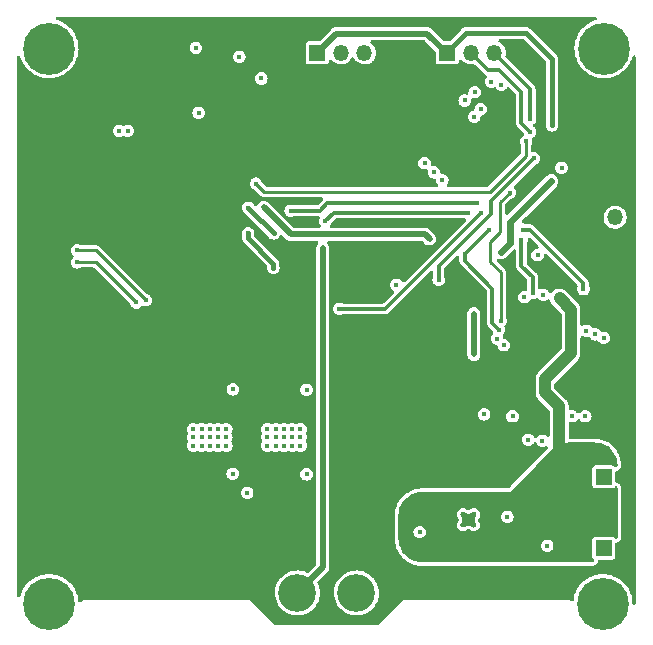
<source format=gbr>
%TF.GenerationSoftware,KiCad,Pcbnew,(6.0.0)*%
%TF.CreationDate,2022-04-01T15:35:24+08:00*%
%TF.ProjectId,LinkCharge40_Transmitter,4c696e6b-4368-4617-9267-6534305f5472,rev?*%
%TF.SameCoordinates,Original*%
%TF.FileFunction,Copper,L3,Inr*%
%TF.FilePolarity,Positive*%
%FSLAX46Y46*%
G04 Gerber Fmt 4.6, Leading zero omitted, Abs format (unit mm)*
G04 Created by KiCad (PCBNEW (6.0.0)) date 2022-04-01 15:35:24*
%MOMM*%
%LPD*%
G01*
G04 APERTURE LIST*
%TA.AperFunction,ComponentPad*%
%ADD10R,1.350000X1.350000*%
%TD*%
%TA.AperFunction,ComponentPad*%
%ADD11O,1.350000X1.350000*%
%TD*%
%TA.AperFunction,ComponentPad*%
%ADD12C,0.700000*%
%TD*%
%TA.AperFunction,ComponentPad*%
%ADD13C,4.400000*%
%TD*%
%TA.AperFunction,ComponentPad*%
%ADD14C,3.200000*%
%TD*%
%TA.AperFunction,ComponentPad*%
%ADD15O,1.600000X1.000000*%
%TD*%
%TA.AperFunction,ViaPad*%
%ADD16C,0.450000*%
%TD*%
%TA.AperFunction,Conductor*%
%ADD17C,0.500000*%
%TD*%
%TA.AperFunction,Conductor*%
%ADD18C,0.400000*%
%TD*%
%TA.AperFunction,Conductor*%
%ADD19C,0.600000*%
%TD*%
%TA.AperFunction,Conductor*%
%ADD20C,0.300000*%
%TD*%
%TA.AperFunction,Conductor*%
%ADD21C,1.000000*%
%TD*%
%TA.AperFunction,Conductor*%
%ADD22C,0.250000*%
%TD*%
G04 APERTURE END LIST*
D10*
%TO.N,+3V3*%
%TO.C,J3*%
X134510000Y-71860000D03*
D11*
%TO.N,Net-(J3-Pad2)*%
X136510000Y-71860000D03*
%TO.N,Net-(J3-Pad3)*%
X138510000Y-71860000D03*
%TO.N,GND*%
X140510000Y-71860000D03*
%TD*%
D12*
%TO.N,unconnected-(H3-Pad1)*%
%TO.C,H3*%
X111800000Y-116850000D03*
X111800000Y-120150000D03*
X112966726Y-119666726D03*
X110633274Y-117333274D03*
D13*
X111800000Y-118500000D03*
D12*
X110633274Y-119666726D03*
X112966726Y-117333274D03*
X110150000Y-118500000D03*
X113450000Y-118500000D03*
%TD*%
D10*
%TO.N,Net-(J6-Pad1)*%
%TO.C,J6*%
X158760000Y-107750000D03*
D11*
%TO.N,+5V*%
X158760000Y-105750000D03*
%TD*%
D10*
%TO.N,GND*%
%TO.C,J4*%
X159740000Y-87780000D03*
D11*
%TO.N,TEMP*%
X159740000Y-85780000D03*
%TD*%
D12*
%TO.N,unconnected-(H1-Pad1)*%
%TO.C,H1*%
X157633274Y-72666726D03*
X158800000Y-69850000D03*
X157633274Y-70333274D03*
D13*
X158800000Y-71500000D03*
D12*
X159966726Y-70333274D03*
X157150000Y-71500000D03*
X158800000Y-73150000D03*
X159966726Y-72666726D03*
X160450000Y-71500000D03*
%TD*%
%TO.N,unconnected-(H2-Pad1)*%
%TO.C,H2*%
X157533274Y-119666726D03*
X158700000Y-120150000D03*
X160350000Y-118500000D03*
X159866726Y-117333274D03*
X157050000Y-118500000D03*
D13*
X158700000Y-118500000D03*
D12*
X157533274Y-117333274D03*
X159866726Y-119666726D03*
X158700000Y-116850000D03*
%TD*%
D14*
%TO.N,COIL-*%
%TO.C,J5*%
X132840000Y-117595000D03*
%TO.N,Net-(C36-Pad2)*%
X137840000Y-117595000D03*
%TD*%
D10*
%TO.N,Net-(J6-Pad1)*%
%TO.C,J7*%
X158760000Y-113810000D03*
D11*
%TO.N,+5V*%
X158760000Y-111810000D03*
%TD*%
D10*
%TO.N,+3V3*%
%TO.C,J2*%
X145510000Y-71860000D03*
D11*
%TO.N,Net-(J2-Pad2)*%
X147510000Y-71860000D03*
%TO.N,Net-(J2-Pad3)*%
X149510000Y-71860000D03*
%TO.N,GND*%
X151510000Y-71860000D03*
%TD*%
D15*
%TO.N,GND*%
%TO.C,J1*%
X115100000Y-84780000D03*
X115100000Y-93420000D03*
X111300000Y-84780000D03*
X111300000Y-93420000D03*
%TD*%
D12*
%TO.N,unconnected-(H4-Pad1)*%
%TO.C,H4*%
X110633274Y-72666726D03*
D13*
X111800000Y-71500000D03*
D12*
X110633274Y-70333274D03*
X110150000Y-71500000D03*
X113450000Y-71500000D03*
X112966726Y-72666726D03*
X111800000Y-69850000D03*
X111800000Y-73150000D03*
X112966726Y-70333274D03*
%TD*%
D16*
%TO.N,DC_I+*%
X127919256Y-72197436D03*
X124470000Y-76930000D03*
X124244257Y-71442437D03*
%TO.N,GND*%
X109510000Y-113740000D03*
X149190000Y-81990000D03*
X149190000Y-81300000D03*
X136660000Y-69190000D03*
X109600000Y-91000000D03*
X109600000Y-87000000D03*
X109510000Y-108740000D03*
X109510000Y-109740000D03*
X149850000Y-81990000D03*
X147790000Y-79199998D03*
X116660000Y-69190000D03*
X147660000Y-69190000D03*
X149190000Y-80599998D03*
X153290000Y-95690000D03*
X161110000Y-79740000D03*
X146770000Y-92140000D03*
X143910000Y-117740000D03*
X115660000Y-117740000D03*
X161110000Y-105740000D03*
X161110000Y-111740000D03*
X122660000Y-69190000D03*
X161110000Y-115740000D03*
X110310000Y-79100000D03*
X110310000Y-114240000D03*
X161110000Y-85740000D03*
X142330000Y-103860000D03*
X131700001Y-107490000D03*
X110400000Y-90500000D03*
X110310000Y-101240000D03*
X125660000Y-69190000D03*
X161110000Y-77740000D03*
X128020000Y-82950000D03*
X140970000Y-118440000D03*
X153660000Y-69190000D03*
X110310000Y-105240000D03*
X128660000Y-69190000D03*
X145900000Y-91150000D03*
X142280000Y-76520000D03*
X161110000Y-94740000D03*
X151660000Y-69190000D03*
X110310000Y-103240000D03*
X161110000Y-96740000D03*
X148490000Y-80599999D03*
X109510000Y-112740000D03*
X161110000Y-78740000D03*
X109510000Y-107740000D03*
X109510000Y-98740000D03*
X109510000Y-83600000D03*
X117660000Y-117740000D03*
X152590000Y-94990000D03*
X137660000Y-69190000D03*
X124825001Y-107490000D03*
X110310000Y-78100000D03*
X109510000Y-81600000D03*
X161110000Y-102740000D03*
X141850000Y-80550000D03*
X161110000Y-76740000D03*
X110310000Y-109240000D03*
X109510000Y-104740000D03*
X110310000Y-107240000D03*
X133660000Y-69190000D03*
X110310000Y-115240000D03*
X138660000Y-69190000D03*
X109510000Y-79600000D03*
X109510000Y-73600000D03*
X147315000Y-111400000D03*
X129670000Y-118440000D03*
X109510000Y-99740000D03*
X154690000Y-97090000D03*
X132335001Y-107490000D03*
X124240000Y-83400000D03*
X154660000Y-69190000D03*
X125710000Y-83400000D03*
X149850000Y-79900000D03*
X161110000Y-82740000D03*
X153290000Y-94990000D03*
X139570000Y-119840000D03*
X113660000Y-69190000D03*
X151440000Y-92060000D03*
X154690000Y-95690001D03*
X123660000Y-117740000D03*
X131070000Y-119840000D03*
X152910000Y-117740000D03*
X123660000Y-69190000D03*
X109510000Y-94740000D03*
X140660000Y-69190000D03*
X153990000Y-97090000D03*
X124990000Y-73540000D03*
X124990000Y-74520000D03*
X156660000Y-69190000D03*
X137330000Y-98100000D03*
X146770000Y-91150000D03*
X161110000Y-114740000D03*
X109510000Y-110740000D03*
X124494258Y-74027436D03*
X127620000Y-79590000D03*
X138030000Y-98100000D03*
X137510000Y-86120000D03*
X147790000Y-79900000D03*
X109510000Y-75600000D03*
X154690000Y-96390000D03*
X123680000Y-83400000D03*
X124190001Y-107490000D03*
X110310000Y-111240000D03*
X109510000Y-101740000D03*
X161110000Y-101740000D03*
X155910000Y-117740000D03*
X110310000Y-81100000D03*
X150660000Y-69190000D03*
X110310000Y-97240000D03*
X109510000Y-80600000D03*
X161110000Y-116740000D03*
X130430001Y-107490000D03*
X147790000Y-81300000D03*
X161110000Y-113740000D03*
X139660000Y-69190000D03*
X161110000Y-74740000D03*
X126270000Y-83390000D03*
X120660000Y-69190000D03*
X110310000Y-74100000D03*
X124020000Y-74520000D03*
X134170000Y-119840000D03*
X133920000Y-84590000D03*
X141660000Y-69190000D03*
X146860000Y-111830000D03*
X146910000Y-117740000D03*
X153290000Y-96390000D03*
X122660000Y-117740000D03*
X110310000Y-108240000D03*
X161110000Y-99740000D03*
X161110000Y-112740000D03*
X147770000Y-110950000D03*
X148490000Y-79899999D03*
X110400000Y-91500000D03*
X109510000Y-76600000D03*
X143660000Y-69190000D03*
X110400000Y-88500000D03*
X109510000Y-102740000D03*
X153910000Y-117740000D03*
X110310000Y-104240000D03*
X152590000Y-95690000D03*
X147089999Y-81989997D03*
X116660000Y-117740000D03*
X142330000Y-104590000D03*
X155490000Y-88490000D03*
X109600000Y-88000000D03*
X146660000Y-69190000D03*
X149849999Y-79199998D03*
X161110000Y-90740000D03*
X110400000Y-87500000D03*
X161110000Y-88740000D03*
X161110000Y-87740000D03*
X134660000Y-69190000D03*
X148490000Y-79199999D03*
X146860000Y-110950000D03*
X109600000Y-89000000D03*
X119660000Y-117740000D03*
X141910000Y-117740000D03*
X109600000Y-86000000D03*
X161110000Y-106740000D03*
X126660000Y-117740000D03*
X142910000Y-117740000D03*
X150910000Y-117740000D03*
X161110000Y-73740000D03*
X132170000Y-119840000D03*
X109510000Y-114740000D03*
X129795001Y-107490000D03*
X161110000Y-97740000D03*
X123555001Y-107490000D03*
X130660000Y-69190000D03*
X129919256Y-72197435D03*
X110400000Y-86500000D03*
X149660000Y-69190000D03*
X109510000Y-74600000D03*
X161110000Y-92740000D03*
X138570000Y-119840000D03*
X110310000Y-112240001D03*
X143920000Y-93670000D03*
X148660000Y-69190000D03*
X124660000Y-69190000D03*
X161110000Y-100740000D03*
X128660000Y-117740000D03*
X148490000Y-81989999D03*
X161110000Y-84740000D03*
X125660000Y-117740000D03*
X109510000Y-97740000D03*
X147790000Y-81990000D03*
X110310000Y-110240000D03*
X161110000Y-98740000D03*
X136370000Y-119840000D03*
X145910000Y-117740000D03*
X149850000Y-80599998D03*
X161110000Y-86740000D03*
X142370000Y-92600000D03*
X144660000Y-69190000D03*
X145660000Y-69190000D03*
X109510000Y-106740000D03*
X147910000Y-117740000D03*
X161110000Y-108740000D03*
X148490000Y-81299999D03*
X149190000Y-79900000D03*
X114660000Y-69190000D03*
X109510000Y-103740000D03*
X136340000Y-92050000D03*
X110310000Y-95240000D03*
X161110000Y-109740000D03*
X145900000Y-92140000D03*
X109510000Y-82600000D03*
X161110000Y-110740000D03*
X161110000Y-89740000D03*
X110310000Y-100240000D03*
X109600000Y-90000000D03*
X152590000Y-96390000D03*
X131660000Y-69190000D03*
X161110000Y-107740000D03*
X154690000Y-94990000D03*
X151910000Y-117740000D03*
X110310000Y-82100000D03*
X154910000Y-117740000D03*
X121660000Y-117740000D03*
X110310000Y-77100000D03*
X153290001Y-97090000D03*
X161110000Y-104740000D03*
X110400000Y-89500000D03*
X110310000Y-106240000D03*
X109510000Y-77600000D03*
X131065001Y-107490000D03*
X126660000Y-69190000D03*
X153830000Y-102610000D03*
X138740000Y-98100000D03*
X121520000Y-79630000D03*
X144910000Y-117740000D03*
X152590000Y-97090000D03*
X147089999Y-81299997D03*
X132660000Y-69190000D03*
X118660000Y-69190000D03*
X117660000Y-69190000D03*
X135660000Y-69190000D03*
X136600000Y-98100000D03*
X110310000Y-76100000D03*
X140030000Y-86130000D03*
X147090000Y-80599999D03*
X110310000Y-99240000D03*
X153990000Y-95690000D03*
X109510000Y-105740000D03*
X110310000Y-75100000D03*
X109510000Y-95740000D03*
X140270000Y-119140000D03*
X155660000Y-69190000D03*
X152660000Y-69190000D03*
X129660000Y-69190000D03*
X109510000Y-115740000D03*
X124020000Y-73530000D03*
X115660000Y-69190000D03*
X135270000Y-119840000D03*
X127660000Y-69190000D03*
X129969256Y-75667435D03*
X109510000Y-116740000D03*
X161110000Y-83740000D03*
X109510000Y-100740000D03*
X147089999Y-79199999D03*
X161110000Y-75740000D03*
X155430000Y-84680000D03*
X130370000Y-119140000D03*
X142660000Y-69190000D03*
X149850000Y-81300000D03*
X109600000Y-92000000D03*
X161110000Y-103740000D03*
X147770000Y-111830000D03*
X161110000Y-81740000D03*
X153990000Y-94990000D03*
X110310000Y-98240000D03*
X147090000Y-79899999D03*
X110310000Y-96240000D03*
X161110000Y-93740000D03*
X161110000Y-95740000D03*
X147789999Y-80599998D03*
X161110000Y-80740000D03*
X139370000Y-92240000D03*
X124660000Y-117740000D03*
X137470000Y-119840000D03*
X153990000Y-96390000D03*
X110310000Y-80100000D03*
X109510000Y-96740000D03*
X120660000Y-117740000D03*
X114660000Y-117740000D03*
X110310000Y-113239999D03*
X133170000Y-119840000D03*
X121660000Y-69190000D03*
X118660000Y-117740000D03*
X119660000Y-69190000D03*
X161110000Y-91740000D03*
X109510000Y-111740000D03*
X149910000Y-117740000D03*
X125460001Y-107490000D03*
X109510000Y-78600000D03*
X149189999Y-79199998D03*
X127660000Y-117740000D03*
X148910000Y-117740000D03*
X110310000Y-83100000D03*
X110310000Y-102240000D03*
X126095001Y-107490000D03*
%TO.N,COIL-*%
X134990000Y-88420000D03*
%TO.N,Net-(C3-Pad1)*%
X128670000Y-87160000D03*
X130810000Y-90050000D03*
%TO.N,VDDA*%
X129975000Y-84950000D03*
X150080000Y-88720000D03*
X144030000Y-87620000D03*
X154330000Y-82740000D03*
%TO.N,Net-(C13-Pad1)*%
X128680000Y-84970000D03*
X130830000Y-87140000D03*
%TO.N,DC_FBI*%
X148050000Y-84590000D03*
X132260000Y-85220000D03*
%TO.N,AC_PEAK*%
X148400000Y-85420000D03*
X136400000Y-93530000D03*
%TO.N,DC_FBV*%
X147310000Y-85400000D03*
X135210000Y-86110000D03*
%TO.N,+5V*%
X117740000Y-78470000D03*
X118480000Y-78470000D03*
X153800000Y-99500000D03*
X155030000Y-92640000D03*
X144770000Y-113950000D03*
X142520000Y-113970000D03*
X142490000Y-109610000D03*
X149670000Y-110390000D03*
X129789257Y-74037435D03*
X149670000Y-111860000D03*
%TO.N,AC_AMPL*%
X150810000Y-83700000D03*
X150050000Y-94550000D03*
%TO.N,CB*%
X147780000Y-97400000D03*
X147780000Y-93950000D03*
%TO.N,+3V3*%
X141220000Y-91500000D03*
X155200000Y-81590000D03*
X153170000Y-88990000D03*
X143600000Y-81200000D03*
X154390000Y-78000000D03*
%TO.N,AC_PHASE*%
X151940000Y-86830000D03*
X157060000Y-91870000D03*
%TO.N,Net-(C36-Pad2)*%
X133100000Y-105120000D03*
X131000000Y-104420000D03*
X132400000Y-105120000D03*
X131700000Y-104420000D03*
X133100000Y-104420000D03*
X132400000Y-104420000D03*
X131000000Y-105120000D03*
X131000000Y-103720000D03*
X131700000Y-105120000D03*
X130300000Y-104420000D03*
X130300000Y-105120000D03*
X133100000Y-103720000D03*
X130300000Y-103720000D03*
X132400000Y-103720000D03*
X148650000Y-102470000D03*
X131700000Y-103720000D03*
%TO.N,Net-(C37-Pad2)*%
X125420000Y-103720000D03*
X126120000Y-105120000D03*
X124020000Y-103720000D03*
X126120000Y-103720000D03*
X124020000Y-105120000D03*
X126820000Y-103720000D03*
X126820000Y-104420000D03*
X125420000Y-104420000D03*
X126120000Y-104420000D03*
X124720000Y-104420000D03*
X126820000Y-105120000D03*
X124020000Y-104420000D03*
X124720000Y-103720000D03*
X125420000Y-105120000D03*
X124720000Y-105120000D03*
X157210000Y-102630000D03*
%TO.N,AC_V*%
X151810000Y-87700000D03*
X152770000Y-92210000D03*
%TO.N,Net-(R26-Pad2)*%
X133610000Y-107550000D03*
X152380000Y-104610000D03*
%TO.N,Net-(R29-Pad2)*%
X127365001Y-107490000D03*
X153580000Y-104700000D03*
%TO.N,AC_GAIN*%
X147000000Y-88890000D03*
X149900000Y-95310000D03*
X149050000Y-86850000D03*
%TO.N,DIV_EN*%
X144800000Y-91100000D03*
X152855000Y-80800000D03*
%TO.N,DRV_EN*%
X150300000Y-96620000D03*
X129330000Y-82940000D03*
X152200000Y-79360000D03*
%TO.N,PWM1_L*%
X149250000Y-74300000D03*
X158770000Y-96000000D03*
%TO.N,PWM1_H*%
X158060000Y-95700000D03*
X150100000Y-74550000D03*
%TO.N,PWM2_L*%
X147850000Y-75200000D03*
X157300000Y-95400000D03*
%TO.N,PWM2_H*%
X147000000Y-75900000D03*
X153650000Y-92360000D03*
%TO.N,SYNC1*%
X152060000Y-92550000D03*
X148350000Y-76650000D03*
%TO.N,SYNC2*%
X147810000Y-77280000D03*
X149750000Y-96060000D03*
%TO.N,Net-(R24-Pad2)*%
X151050000Y-102630000D03*
X133610000Y-100390000D03*
%TO.N,Net-(R27-Pad2)*%
X127370000Y-100350000D03*
X156090000Y-102630000D03*
%TO.N,Net-(J2-Pad2)*%
X152550000Y-78550000D03*
%TO.N,Net-(J2-Pad3)*%
X152550000Y-77450000D03*
%TO.N,Net-(J3-Pad2)*%
X144400000Y-81990000D03*
%TO.N,Net-(J3-Pad3)*%
X145110000Y-82630000D03*
%TO.N,Net-(NCP15XW153J03RC1-Pad1)*%
X128590000Y-109120000D03*
X143197342Y-112432658D03*
%TO.N,Net-(U8-Pad7)*%
X153990000Y-113600000D03*
X150620000Y-111140000D03*
%TO.N,CC1*%
X114200000Y-88600000D03*
X120000000Y-92800000D03*
%TO.N,CC2*%
X114200000Y-89600000D03*
X119200000Y-93000000D03*
%TD*%
D17*
%TO.N,COIL-*%
X132800000Y-117600000D02*
X134990000Y-115410000D01*
X134990000Y-115410000D02*
X134990000Y-88420000D01*
D18*
%TO.N,Net-(C3-Pad1)*%
X128670000Y-87160000D02*
X128670000Y-87570000D01*
X130810000Y-89710000D02*
X130810000Y-90050000D01*
X128670000Y-87570000D02*
X130810000Y-89710000D01*
D17*
%TO.N,VDDA*%
X132255000Y-87230000D02*
X143640000Y-87230000D01*
X129975000Y-84950000D02*
X132255000Y-87230000D01*
D19*
X150860000Y-86210000D02*
X154330000Y-82740000D01*
X150080000Y-88720000D02*
X150860000Y-87940000D01*
D17*
X143640000Y-87230000D02*
X144030000Y-87620000D01*
D19*
X150860000Y-87940000D02*
X150860000Y-86210000D01*
D18*
%TO.N,Net-(C13-Pad1)*%
X130820000Y-87140000D02*
X130830000Y-87140000D01*
X128680000Y-85000000D02*
X130820000Y-87140000D01*
X128680000Y-84970000D02*
X128680000Y-85000000D01*
D20*
%TO.N,DC_FBI*%
X132260000Y-85220000D02*
X134730000Y-85220000D01*
X135360000Y-84590000D02*
X148050000Y-84590000D01*
X134730000Y-85220000D02*
X135360000Y-84590000D01*
%TO.N,AC_PEAK*%
X140280000Y-93540000D02*
X148400000Y-85420000D01*
X136400000Y-93540000D02*
X140280000Y-93540000D01*
%TO.N,DC_FBV*%
X135210000Y-86110000D02*
X135920000Y-85400000D01*
X135920000Y-85400000D02*
X147310000Y-85400000D01*
D21*
%TO.N,+5V*%
X153800000Y-99500000D02*
X153800000Y-100600000D01*
X153800000Y-100600000D02*
X155000000Y-101800000D01*
X156000000Y-97300000D02*
X153800000Y-99500000D01*
X155000000Y-107410000D02*
X154990000Y-107420000D01*
X155030000Y-92640000D02*
X156000000Y-93610000D01*
X155000000Y-101800000D02*
X155000000Y-107410000D01*
X156000000Y-93610000D02*
X156000000Y-97300000D01*
D22*
%TO.N,AC_AMPL*%
X149170000Y-87870000D02*
X149990000Y-87050000D01*
X149170000Y-89560000D02*
X149170000Y-87870000D01*
X149990000Y-84520000D02*
X150810000Y-83700000D01*
X150050000Y-90440000D02*
X149170000Y-89560000D01*
X149990000Y-87050000D02*
X149990000Y-84520000D01*
X150050000Y-94550000D02*
X150050000Y-90440000D01*
D17*
%TO.N,CB*%
X147780000Y-93950000D02*
X147780000Y-97400000D01*
D18*
%TO.N,+3V3*%
X145510000Y-71860000D02*
X145510000Y-71790000D01*
D17*
X134570000Y-71760000D02*
X134490000Y-71760000D01*
X143840000Y-70240000D02*
X136090000Y-70240000D01*
X136090000Y-70240000D02*
X134570000Y-71760000D01*
X145500000Y-71900000D02*
X143840000Y-70240000D01*
D18*
X154390000Y-72390000D02*
X154390000Y-78000000D01*
X152200000Y-70200000D02*
X154390000Y-72390000D01*
X147100000Y-70200000D02*
X152200000Y-70200000D01*
X145510000Y-71790000D02*
X147100000Y-70200000D01*
D20*
%TO.N,AC_PHASE*%
X157060000Y-91390000D02*
X157060000Y-91870000D01*
X152500000Y-86830000D02*
X157060000Y-91390000D01*
X151940000Y-86830000D02*
X152500000Y-86830000D01*
%TO.N,AC_V*%
X152770000Y-92210000D02*
X152770000Y-90860000D01*
X152770000Y-90860000D02*
X151810000Y-89900000D01*
X151810000Y-89900000D02*
X151810000Y-87700000D01*
%TO.N,AC_GAIN*%
X147000000Y-88890000D02*
X147010000Y-88890000D01*
X147000000Y-89470000D02*
X149350000Y-91820000D01*
X149350000Y-91820000D02*
X149350000Y-94760000D01*
X147010000Y-88890000D02*
X149050000Y-86850000D01*
X149350000Y-94760000D02*
X149900000Y-95310000D01*
X147000000Y-88890000D02*
X147000000Y-89470000D01*
%TO.N,DIV_EN*%
X149240000Y-85510000D02*
X149240000Y-84420000D01*
X149240000Y-84420000D02*
X152855000Y-80805000D01*
X144800000Y-89950000D02*
X149240000Y-85510000D01*
X152855000Y-80805000D02*
X152855000Y-80800000D01*
X144800000Y-91100000D02*
X144800000Y-89950000D01*
D22*
%TO.N,DRV_EN*%
X129330000Y-82940000D02*
X129330000Y-82960000D01*
X152200000Y-80590000D02*
X152200000Y-79360000D01*
X149150000Y-83640000D02*
X152200000Y-80590000D01*
X129330000Y-82960000D02*
X130010000Y-83640000D01*
X130010000Y-83640000D02*
X149150000Y-83640000D01*
D20*
%TO.N,Net-(J2-Pad2)*%
X148950000Y-73300000D02*
X147510000Y-71860000D01*
X151800000Y-75200000D02*
X149900000Y-73300000D01*
X149900000Y-73300000D02*
X148950000Y-73300000D01*
X152550000Y-78550000D02*
X151800000Y-77800000D01*
X151800000Y-77800000D02*
X151800000Y-75200000D01*
%TO.N,Net-(J2-Pad3)*%
X149500000Y-71900000D02*
X152550000Y-74950000D01*
X152550000Y-74950000D02*
X152550000Y-77450000D01*
D22*
%TO.N,CC1*%
X115800000Y-88600000D02*
X114200000Y-88600000D01*
X120000000Y-92800000D02*
X115800000Y-88600000D01*
%TO.N,CC2*%
X119200000Y-93000000D02*
X115800000Y-89600000D01*
X115800000Y-89600000D02*
X114200000Y-89600000D01*
%TD*%
%TA.AperFunction,Conductor*%
%TO.N,GND*%
G36*
X158081656Y-68800000D02*
G01*
X158156156Y-68819962D01*
X158210694Y-68874500D01*
X158230656Y-68949000D01*
X158210694Y-69023500D01*
X158156156Y-69078038D01*
X158118711Y-69093319D01*
X158030304Y-69116018D01*
X158030302Y-69116019D01*
X158025775Y-69117181D01*
X157733234Y-69233006D01*
X157457516Y-69384584D01*
X157453737Y-69387329D01*
X157453730Y-69387334D01*
X157206755Y-69566772D01*
X157202970Y-69569522D01*
X157199559Y-69572725D01*
X157199558Y-69572726D01*
X156977525Y-69781230D01*
X156973610Y-69784906D01*
X156970622Y-69788517D01*
X156970619Y-69788521D01*
X156776038Y-70023728D01*
X156776033Y-70023734D01*
X156773053Y-70027337D01*
X156770550Y-70031281D01*
X156770545Y-70031288D01*
X156626945Y-70257566D01*
X156604463Y-70292993D01*
X156470497Y-70577685D01*
X156373269Y-70876921D01*
X156372392Y-70881517D01*
X156372391Y-70881522D01*
X156336886Y-71067646D01*
X156314312Y-71185985D01*
X156314019Y-71190646D01*
X156314018Y-71190652D01*
X156297568Y-71452121D01*
X156294556Y-71500000D01*
X156294850Y-71504673D01*
X156309930Y-71744357D01*
X156314312Y-71814015D01*
X156315188Y-71818607D01*
X156367675Y-72093753D01*
X156373269Y-72123079D01*
X156470497Y-72422315D01*
X156472492Y-72426555D01*
X156472495Y-72426562D01*
X156502968Y-72491319D01*
X156604463Y-72707007D01*
X156616641Y-72726196D01*
X156770545Y-72968712D01*
X156770550Y-72968719D01*
X156773053Y-72972663D01*
X156776033Y-72976266D01*
X156776038Y-72976272D01*
X156970619Y-73211479D01*
X156973610Y-73215094D01*
X157202970Y-73430478D01*
X157206755Y-73433228D01*
X157453730Y-73612666D01*
X157453737Y-73612671D01*
X157457516Y-73615416D01*
X157616166Y-73702635D01*
X157729007Y-73764670D01*
X157733234Y-73766994D01*
X158025775Y-73882819D01*
X158030302Y-73883981D01*
X158030304Y-73883982D01*
X158178151Y-73921942D01*
X158330527Y-73961066D01*
X158511074Y-73983874D01*
X158638033Y-73999913D01*
X158638038Y-73999913D01*
X158642682Y-74000500D01*
X158957318Y-74000500D01*
X158961962Y-73999913D01*
X158961967Y-73999913D01*
X159088926Y-73983874D01*
X159269473Y-73961066D01*
X159421849Y-73921942D01*
X159569696Y-73883982D01*
X159569698Y-73883981D01*
X159574225Y-73882819D01*
X159866766Y-73766994D01*
X159870994Y-73764670D01*
X159983834Y-73702635D01*
X160142484Y-73615416D01*
X160146263Y-73612671D01*
X160146270Y-73612666D01*
X160393245Y-73433228D01*
X160397030Y-73430478D01*
X160626390Y-73215094D01*
X160629381Y-73211479D01*
X160823962Y-72976272D01*
X160823967Y-72976266D01*
X160826947Y-72972663D01*
X160829450Y-72968719D01*
X160829455Y-72968712D01*
X160983359Y-72726196D01*
X160995537Y-72707007D01*
X161097032Y-72491319D01*
X161127505Y-72426562D01*
X161127508Y-72426555D01*
X161129503Y-72422315D01*
X161209293Y-72176747D01*
X161251300Y-72112062D01*
X161320021Y-72077047D01*
X161397044Y-72081084D01*
X161461729Y-72123091D01*
X161496744Y-72191812D01*
X161500000Y-72222791D01*
X161500000Y-118440576D01*
X161480038Y-118515076D01*
X161425500Y-118569614D01*
X161351000Y-118589576D01*
X161276500Y-118569614D01*
X161221962Y-118515076D01*
X161202294Y-118449932D01*
X161185982Y-118190652D01*
X161185981Y-118190646D01*
X161185688Y-118185985D01*
X161162353Y-118063656D01*
X161127609Y-117881522D01*
X161127608Y-117881517D01*
X161126731Y-117876921D01*
X161029503Y-117577685D01*
X161007019Y-117529903D01*
X160897532Y-117297233D01*
X160895537Y-117292993D01*
X160873055Y-117257566D01*
X160729455Y-117031288D01*
X160729450Y-117031281D01*
X160726947Y-117027337D01*
X160723967Y-117023734D01*
X160723962Y-117023728D01*
X160529381Y-116788521D01*
X160529378Y-116788517D01*
X160526390Y-116784906D01*
X160513563Y-116772860D01*
X160300442Y-116572726D01*
X160300441Y-116572725D01*
X160297030Y-116569522D01*
X160293245Y-116566772D01*
X160046270Y-116387334D01*
X160046263Y-116387329D01*
X160042484Y-116384584D01*
X159766766Y-116233006D01*
X159474225Y-116117181D01*
X159469698Y-116116019D01*
X159469696Y-116116018D01*
X159321849Y-116078058D01*
X159169473Y-116038934D01*
X158988926Y-116016126D01*
X158861967Y-116000087D01*
X158861962Y-116000087D01*
X158857318Y-115999500D01*
X158542682Y-115999500D01*
X158538038Y-116000087D01*
X158538033Y-116000087D01*
X158411074Y-116016126D01*
X158230527Y-116038934D01*
X158078151Y-116078058D01*
X157930304Y-116116018D01*
X157930302Y-116116019D01*
X157925775Y-116117181D01*
X157633234Y-116233006D01*
X157357516Y-116384584D01*
X157353737Y-116387329D01*
X157353730Y-116387334D01*
X157106755Y-116566772D01*
X157102970Y-116569522D01*
X157099559Y-116572725D01*
X157099558Y-116572726D01*
X156886438Y-116772860D01*
X156873610Y-116784906D01*
X156870622Y-116788517D01*
X156870619Y-116788521D01*
X156676038Y-117023728D01*
X156676033Y-117023734D01*
X156673053Y-117027337D01*
X156670550Y-117031281D01*
X156670545Y-117031288D01*
X156526945Y-117257566D01*
X156504463Y-117292993D01*
X156502468Y-117297233D01*
X156392982Y-117529903D01*
X156370497Y-117577685D01*
X156273269Y-117876921D01*
X156272392Y-117881517D01*
X156272391Y-117881522D01*
X156217876Y-118167300D01*
X156184307Y-118236740D01*
X156120516Y-118280092D01*
X156043595Y-118285741D01*
X155986102Y-118256665D01*
X155984794Y-118258735D01*
X155973164Y-118251383D01*
X155963081Y-118242029D01*
X155955830Y-118239136D01*
X155952312Y-118236184D01*
X155942378Y-118232568D01*
X155942373Y-118232566D01*
X155910192Y-118220854D01*
X155905982Y-118219248D01*
X155859278Y-118200615D01*
X155853005Y-118200000D01*
X141951299Y-118200000D01*
X141949877Y-118199896D01*
X141944583Y-118198078D01*
X141931708Y-118198561D01*
X141931704Y-118198561D01*
X141896176Y-118199895D01*
X141890587Y-118200000D01*
X141872095Y-118200000D01*
X141867109Y-118200929D01*
X141865010Y-118201065D01*
X141846653Y-118201754D01*
X141832904Y-118202270D01*
X141820263Y-118207701D01*
X141811774Y-118209614D01*
X141803658Y-118212746D01*
X141790130Y-118215265D01*
X141770621Y-118227291D01*
X141751274Y-118237341D01*
X141730220Y-118246386D01*
X141725349Y-118250387D01*
X141722772Y-118252964D01*
X141720075Y-118255409D01*
X141719648Y-118254938D01*
X141716718Y-118257254D01*
X141716895Y-118257449D01*
X141706702Y-118266691D01*
X141694993Y-118273909D01*
X141686667Y-118284858D01*
X141679412Y-118294399D01*
X141666167Y-118309569D01*
X139719377Y-120256359D01*
X139652582Y-120294923D01*
X139614018Y-120300000D01*
X130985982Y-120300000D01*
X130911482Y-120280038D01*
X130880623Y-120256359D01*
X128948407Y-118324143D01*
X128947476Y-118323064D01*
X128945017Y-118318034D01*
X128909502Y-118285089D01*
X128905475Y-118281211D01*
X128892400Y-118268136D01*
X128888218Y-118265268D01*
X128886648Y-118263889D01*
X128873168Y-118251384D01*
X128873167Y-118251383D01*
X128863083Y-118242029D01*
X128850306Y-118236932D01*
X128842946Y-118232279D01*
X128834991Y-118228754D01*
X128823648Y-118220972D01*
X128810263Y-118217796D01*
X128810261Y-118217795D01*
X128801362Y-118215683D01*
X128780549Y-118209101D01*
X128769051Y-118204513D01*
X128769048Y-118204512D01*
X128759280Y-118200615D01*
X128753007Y-118200000D01*
X128749373Y-118200000D01*
X128745729Y-118199822D01*
X128745760Y-118199187D01*
X128742047Y-118198752D01*
X128742034Y-118199016D01*
X128728293Y-118198344D01*
X128714909Y-118195168D01*
X128689976Y-118198561D01*
X128689403Y-118198639D01*
X128669311Y-118200000D01*
X114747102Y-118200000D01*
X114732846Y-118205188D01*
X114732482Y-118205321D01*
X114708806Y-118211787D01*
X114690130Y-118215265D01*
X114678421Y-118222483D01*
X114674400Y-118224034D01*
X114667329Y-118227456D01*
X114659933Y-118231726D01*
X114647686Y-118236184D01*
X114636902Y-118245233D01*
X114632470Y-118248952D01*
X114614876Y-118261653D01*
X114606702Y-118266691D01*
X114606700Y-118266692D01*
X114594993Y-118273909D01*
X114586666Y-118284859D01*
X114583110Y-118288084D01*
X114576628Y-118295809D01*
X114566641Y-118304189D01*
X114560123Y-118315478D01*
X114551863Y-118325322D01*
X114488683Y-118369560D01*
X114411849Y-118376282D01*
X114341947Y-118343686D01*
X114297709Y-118280506D01*
X114289017Y-118238901D01*
X114288648Y-118233026D01*
X114287175Y-118209614D01*
X114285982Y-118190653D01*
X114285981Y-118190648D01*
X114285688Y-118185985D01*
X114262353Y-118063656D01*
X114227609Y-117881522D01*
X114227608Y-117881517D01*
X114226731Y-117876921D01*
X114129503Y-117577685D01*
X114107019Y-117529903D01*
X113997532Y-117297233D01*
X113995537Y-117292993D01*
X113973055Y-117257566D01*
X113829455Y-117031288D01*
X113829450Y-117031281D01*
X113826947Y-117027337D01*
X113823967Y-117023734D01*
X113823962Y-117023728D01*
X113629381Y-116788521D01*
X113629378Y-116788517D01*
X113626390Y-116784906D01*
X113613563Y-116772860D01*
X113400442Y-116572726D01*
X113400441Y-116572725D01*
X113397030Y-116569522D01*
X113393245Y-116566772D01*
X113146270Y-116387334D01*
X113146263Y-116387329D01*
X113142484Y-116384584D01*
X112866766Y-116233006D01*
X112574225Y-116117181D01*
X112569698Y-116116019D01*
X112569696Y-116116018D01*
X112421849Y-116078058D01*
X112269473Y-116038934D01*
X112088926Y-116016126D01*
X111961967Y-116000087D01*
X111961962Y-116000087D01*
X111957318Y-115999500D01*
X111642682Y-115999500D01*
X111638038Y-116000087D01*
X111638033Y-116000087D01*
X111511074Y-116016126D01*
X111330527Y-116038934D01*
X111178151Y-116078058D01*
X111030304Y-116116018D01*
X111030302Y-116116019D01*
X111025775Y-116117181D01*
X110733234Y-116233006D01*
X110457516Y-116384584D01*
X110453737Y-116387329D01*
X110453730Y-116387334D01*
X110206755Y-116566772D01*
X110202970Y-116569522D01*
X110199559Y-116572725D01*
X110199558Y-116572726D01*
X109986438Y-116772860D01*
X109973610Y-116784906D01*
X109970622Y-116788517D01*
X109970619Y-116788521D01*
X109776038Y-117023728D01*
X109776033Y-117023734D01*
X109773053Y-117027337D01*
X109770550Y-117031281D01*
X109770545Y-117031288D01*
X109626945Y-117257566D01*
X109604463Y-117292993D01*
X109602468Y-117297233D01*
X109492982Y-117529903D01*
X109470497Y-117577685D01*
X109405666Y-117777215D01*
X109390705Y-117823259D01*
X109348698Y-117887944D01*
X109279977Y-117922959D01*
X109202954Y-117918922D01*
X109138269Y-117876915D01*
X109103254Y-117808194D01*
X109099998Y-117777215D01*
X109099999Y-109120000D01*
X128059965Y-109120000D01*
X128078026Y-109257183D01*
X128130976Y-109385017D01*
X128215209Y-109494791D01*
X128222958Y-109500737D01*
X128307587Y-109565676D01*
X128324982Y-109579024D01*
X128452817Y-109631974D01*
X128590000Y-109650035D01*
X128727183Y-109631974D01*
X128855018Y-109579024D01*
X128872414Y-109565676D01*
X128957042Y-109500737D01*
X128964791Y-109494791D01*
X129049024Y-109385017D01*
X129101974Y-109257183D01*
X129120035Y-109120000D01*
X129101974Y-108982817D01*
X129049024Y-108854983D01*
X128964791Y-108745209D01*
X128888560Y-108686714D01*
X128862766Y-108666921D01*
X128862764Y-108666920D01*
X128855018Y-108660976D01*
X128727183Y-108608026D01*
X128590000Y-108589965D01*
X128452817Y-108608026D01*
X128324983Y-108660976D01*
X128215209Y-108745209D01*
X128130976Y-108854983D01*
X128078026Y-108982817D01*
X128059965Y-109120000D01*
X109099999Y-109120000D01*
X109099999Y-107490000D01*
X126834966Y-107490000D01*
X126853027Y-107627183D01*
X126905977Y-107755017D01*
X126990210Y-107864791D01*
X127099983Y-107949024D01*
X127227818Y-108001974D01*
X127365001Y-108020035D01*
X127502184Y-108001974D01*
X127630019Y-107949024D01*
X127739792Y-107864791D01*
X127824025Y-107755017D01*
X127876975Y-107627183D01*
X127887137Y-107550000D01*
X133079965Y-107550000D01*
X133098026Y-107687183D01*
X133150976Y-107815017D01*
X133235209Y-107924791D01*
X133242958Y-107930737D01*
X133330922Y-107998235D01*
X133344982Y-108009024D01*
X133472817Y-108061974D01*
X133610000Y-108080035D01*
X133747183Y-108061974D01*
X133875018Y-108009024D01*
X133889079Y-107998235D01*
X133977042Y-107930737D01*
X133984791Y-107924791D01*
X134069024Y-107815017D01*
X134121974Y-107687183D01*
X134140035Y-107550000D01*
X134121974Y-107412817D01*
X134069024Y-107284983D01*
X134051449Y-107262078D01*
X134001364Y-107196807D01*
X133984791Y-107175209D01*
X133875018Y-107090976D01*
X133747183Y-107038026D01*
X133610000Y-107019965D01*
X133472817Y-107038026D01*
X133344983Y-107090976D01*
X133337236Y-107096920D01*
X133337235Y-107096921D01*
X133256807Y-107158636D01*
X133235209Y-107175209D01*
X133218636Y-107196807D01*
X133168552Y-107262078D01*
X133150976Y-107284983D01*
X133098026Y-107412817D01*
X133079965Y-107550000D01*
X127887137Y-107550000D01*
X127895036Y-107490000D01*
X127876975Y-107352817D01*
X127824025Y-107224983D01*
X127799857Y-107193486D01*
X127745738Y-107122958D01*
X127739792Y-107115209D01*
X127679206Y-107068719D01*
X127637767Y-107036921D01*
X127637765Y-107036920D01*
X127630019Y-107030976D01*
X127502184Y-106978026D01*
X127365001Y-106959965D01*
X127227818Y-106978026D01*
X127099984Y-107030976D01*
X127092237Y-107036920D01*
X127092236Y-107036921D01*
X127026661Y-107087239D01*
X126990210Y-107115209D01*
X126984264Y-107122958D01*
X126930146Y-107193486D01*
X126905977Y-107224983D01*
X126853027Y-107352817D01*
X126834966Y-107490000D01*
X109099999Y-107490000D01*
X109099999Y-106691780D01*
X109099999Y-105120000D01*
X123489965Y-105120000D01*
X123508026Y-105257183D01*
X123560976Y-105385017D01*
X123566920Y-105392764D01*
X123566921Y-105392765D01*
X123628636Y-105473193D01*
X123645209Y-105494791D01*
X123652958Y-105500737D01*
X123743750Y-105570405D01*
X123754982Y-105579024D01*
X123882817Y-105631974D01*
X124020000Y-105650035D01*
X124157183Y-105631974D01*
X124285018Y-105579024D01*
X124292767Y-105573078D01*
X124295502Y-105571499D01*
X124370002Y-105551538D01*
X124444498Y-105571499D01*
X124447233Y-105573078D01*
X124454982Y-105579024D01*
X124582817Y-105631974D01*
X124720000Y-105650035D01*
X124857183Y-105631974D01*
X124985018Y-105579024D01*
X124992767Y-105573078D01*
X124995502Y-105571499D01*
X125070002Y-105551538D01*
X125144498Y-105571499D01*
X125147233Y-105573078D01*
X125154982Y-105579024D01*
X125282817Y-105631974D01*
X125420000Y-105650035D01*
X125557183Y-105631974D01*
X125685018Y-105579024D01*
X125692767Y-105573078D01*
X125695502Y-105571499D01*
X125770002Y-105551538D01*
X125844498Y-105571499D01*
X125847233Y-105573078D01*
X125854982Y-105579024D01*
X125982817Y-105631974D01*
X126120000Y-105650035D01*
X126257183Y-105631974D01*
X126385018Y-105579024D01*
X126392767Y-105573078D01*
X126395502Y-105571499D01*
X126470002Y-105551538D01*
X126544498Y-105571499D01*
X126547233Y-105573078D01*
X126554982Y-105579024D01*
X126682817Y-105631974D01*
X126820000Y-105650035D01*
X126957183Y-105631974D01*
X127085018Y-105579024D01*
X127096251Y-105570405D01*
X127187042Y-105500737D01*
X127194791Y-105494791D01*
X127211364Y-105473193D01*
X127273079Y-105392765D01*
X127273080Y-105392764D01*
X127279024Y-105385017D01*
X127331974Y-105257183D01*
X127350035Y-105120000D01*
X129769965Y-105120000D01*
X129788026Y-105257183D01*
X129840976Y-105385017D01*
X129846920Y-105392764D01*
X129846921Y-105392765D01*
X129908636Y-105473193D01*
X129925209Y-105494791D01*
X129932958Y-105500737D01*
X130023750Y-105570405D01*
X130034982Y-105579024D01*
X130162817Y-105631974D01*
X130300000Y-105650035D01*
X130437183Y-105631974D01*
X130565018Y-105579024D01*
X130572767Y-105573078D01*
X130575502Y-105571499D01*
X130650002Y-105551538D01*
X130724498Y-105571499D01*
X130727233Y-105573078D01*
X130734982Y-105579024D01*
X130862817Y-105631974D01*
X131000000Y-105650035D01*
X131137183Y-105631974D01*
X131265018Y-105579024D01*
X131272767Y-105573078D01*
X131275502Y-105571499D01*
X131350002Y-105551538D01*
X131424498Y-105571499D01*
X131427233Y-105573078D01*
X131434982Y-105579024D01*
X131562817Y-105631974D01*
X131700000Y-105650035D01*
X131837183Y-105631974D01*
X131965018Y-105579024D01*
X131972767Y-105573078D01*
X131975502Y-105571499D01*
X132050002Y-105551538D01*
X132124498Y-105571499D01*
X132127233Y-105573078D01*
X132134982Y-105579024D01*
X132262817Y-105631974D01*
X132400000Y-105650035D01*
X132537183Y-105631974D01*
X132665018Y-105579024D01*
X132672767Y-105573078D01*
X132675502Y-105571499D01*
X132750002Y-105551538D01*
X132824498Y-105571499D01*
X132827233Y-105573078D01*
X132834982Y-105579024D01*
X132962817Y-105631974D01*
X133100000Y-105650035D01*
X133237183Y-105631974D01*
X133365018Y-105579024D01*
X133376251Y-105570405D01*
X133467042Y-105500737D01*
X133474791Y-105494791D01*
X133491364Y-105473193D01*
X133553079Y-105392765D01*
X133553080Y-105392764D01*
X133559024Y-105385017D01*
X133611974Y-105257183D01*
X133630035Y-105120000D01*
X133611974Y-104982817D01*
X133559024Y-104854983D01*
X133553076Y-104847231D01*
X133551499Y-104844500D01*
X133531537Y-104770000D01*
X133551499Y-104695500D01*
X133553076Y-104692769D01*
X133559024Y-104685017D01*
X133594108Y-104600316D01*
X133608235Y-104566210D01*
X133611974Y-104557183D01*
X133630035Y-104420000D01*
X133611974Y-104282817D01*
X133559024Y-104154983D01*
X133553076Y-104147231D01*
X133551499Y-104144500D01*
X133531537Y-104070000D01*
X133551499Y-103995500D01*
X133553076Y-103992769D01*
X133559024Y-103985017D01*
X133611974Y-103857183D01*
X133630035Y-103720000D01*
X133611974Y-103582817D01*
X133559024Y-103454983D01*
X133474791Y-103345209D01*
X133405218Y-103291823D01*
X133372766Y-103266921D01*
X133372764Y-103266920D01*
X133365018Y-103260976D01*
X133237183Y-103208026D01*
X133100000Y-103189965D01*
X132962817Y-103208026D01*
X132834983Y-103260976D01*
X132827228Y-103266927D01*
X132824503Y-103268500D01*
X132750003Y-103288463D01*
X132675501Y-103268501D01*
X132672769Y-103266924D01*
X132665018Y-103260976D01*
X132537183Y-103208026D01*
X132400000Y-103189965D01*
X132262817Y-103208026D01*
X132134983Y-103260976D01*
X132127228Y-103266927D01*
X132124503Y-103268500D01*
X132050003Y-103288463D01*
X131975501Y-103268501D01*
X131972769Y-103266924D01*
X131965018Y-103260976D01*
X131837183Y-103208026D01*
X131700000Y-103189965D01*
X131562817Y-103208026D01*
X131434983Y-103260976D01*
X131427228Y-103266927D01*
X131424503Y-103268500D01*
X131350003Y-103288463D01*
X131275501Y-103268501D01*
X131272769Y-103266924D01*
X131265018Y-103260976D01*
X131137183Y-103208026D01*
X131000000Y-103189965D01*
X130862817Y-103208026D01*
X130734983Y-103260976D01*
X130727228Y-103266927D01*
X130724503Y-103268500D01*
X130650003Y-103288463D01*
X130575501Y-103268501D01*
X130572769Y-103266924D01*
X130565018Y-103260976D01*
X130437183Y-103208026D01*
X130300000Y-103189965D01*
X130162817Y-103208026D01*
X130034983Y-103260976D01*
X130027236Y-103266920D01*
X130027235Y-103266921D01*
X129950000Y-103326186D01*
X129925209Y-103345209D01*
X129840976Y-103454983D01*
X129788026Y-103582817D01*
X129769965Y-103720000D01*
X129788026Y-103857183D01*
X129840976Y-103985017D01*
X129846924Y-103992769D01*
X129848501Y-103995500D01*
X129868463Y-104070000D01*
X129848501Y-104144500D01*
X129846924Y-104147231D01*
X129840976Y-104154983D01*
X129788026Y-104282817D01*
X129769965Y-104420000D01*
X129788026Y-104557183D01*
X129791765Y-104566210D01*
X129805892Y-104600316D01*
X129840976Y-104685017D01*
X129846924Y-104692769D01*
X129848501Y-104695500D01*
X129868463Y-104770000D01*
X129848501Y-104844500D01*
X129846924Y-104847231D01*
X129840976Y-104854983D01*
X129788026Y-104982817D01*
X129769965Y-105120000D01*
X127350035Y-105120000D01*
X127331974Y-104982817D01*
X127279024Y-104854983D01*
X127273076Y-104847231D01*
X127271499Y-104844500D01*
X127251537Y-104770000D01*
X127271499Y-104695500D01*
X127273076Y-104692769D01*
X127279024Y-104685017D01*
X127314108Y-104600316D01*
X127328235Y-104566210D01*
X127331974Y-104557183D01*
X127350035Y-104420000D01*
X127331974Y-104282817D01*
X127279024Y-104154983D01*
X127273076Y-104147231D01*
X127271499Y-104144500D01*
X127251537Y-104070000D01*
X127271499Y-103995500D01*
X127273076Y-103992769D01*
X127279024Y-103985017D01*
X127331974Y-103857183D01*
X127350035Y-103720000D01*
X127331974Y-103582817D01*
X127279024Y-103454983D01*
X127194791Y-103345209D01*
X127125218Y-103291823D01*
X127092766Y-103266921D01*
X127092764Y-103266920D01*
X127085018Y-103260976D01*
X126957183Y-103208026D01*
X126820000Y-103189965D01*
X126682817Y-103208026D01*
X126554983Y-103260976D01*
X126547228Y-103266927D01*
X126544503Y-103268500D01*
X126470003Y-103288463D01*
X126395501Y-103268501D01*
X126392769Y-103266924D01*
X126385018Y-103260976D01*
X126257183Y-103208026D01*
X126120000Y-103189965D01*
X125982817Y-103208026D01*
X125854983Y-103260976D01*
X125847228Y-103266927D01*
X125844503Y-103268500D01*
X125770003Y-103288463D01*
X125695501Y-103268501D01*
X125692769Y-103266924D01*
X125685018Y-103260976D01*
X125557183Y-103208026D01*
X125420000Y-103189965D01*
X125282817Y-103208026D01*
X125154983Y-103260976D01*
X125147228Y-103266927D01*
X125144503Y-103268500D01*
X125070003Y-103288463D01*
X124995501Y-103268501D01*
X124992769Y-103266924D01*
X124985018Y-103260976D01*
X124857183Y-103208026D01*
X124720000Y-103189965D01*
X124582817Y-103208026D01*
X124454983Y-103260976D01*
X124447228Y-103266927D01*
X124444503Y-103268500D01*
X124370003Y-103288463D01*
X124295501Y-103268501D01*
X124292769Y-103266924D01*
X124285018Y-103260976D01*
X124157183Y-103208026D01*
X124020000Y-103189965D01*
X123882817Y-103208026D01*
X123754983Y-103260976D01*
X123747236Y-103266920D01*
X123747235Y-103266921D01*
X123670000Y-103326186D01*
X123645209Y-103345209D01*
X123560976Y-103454983D01*
X123508026Y-103582817D01*
X123489965Y-103720000D01*
X123508026Y-103857183D01*
X123560976Y-103985017D01*
X123566924Y-103992769D01*
X123568501Y-103995500D01*
X123588463Y-104070000D01*
X123568501Y-104144500D01*
X123566924Y-104147231D01*
X123560976Y-104154983D01*
X123508026Y-104282817D01*
X123489965Y-104420000D01*
X123508026Y-104557183D01*
X123511765Y-104566210D01*
X123525892Y-104600316D01*
X123560976Y-104685017D01*
X123566924Y-104692769D01*
X123568501Y-104695500D01*
X123588463Y-104770000D01*
X123568501Y-104844500D01*
X123566924Y-104847231D01*
X123560976Y-104854983D01*
X123508026Y-104982817D01*
X123489965Y-105120000D01*
X109099999Y-105120000D01*
X109099999Y-100350000D01*
X126839965Y-100350000D01*
X126858026Y-100487183D01*
X126910976Y-100615017D01*
X126916920Y-100622764D01*
X126916921Y-100622765D01*
X126955529Y-100673079D01*
X126995209Y-100724791D01*
X127104982Y-100809024D01*
X127232817Y-100861974D01*
X127370000Y-100880035D01*
X127507183Y-100861974D01*
X127635018Y-100809024D01*
X127744791Y-100724791D01*
X127784471Y-100673079D01*
X127823079Y-100622765D01*
X127823080Y-100622764D01*
X127829024Y-100615017D01*
X127881974Y-100487183D01*
X127894769Y-100390000D01*
X133079965Y-100390000D01*
X133098026Y-100527183D01*
X133150976Y-100655017D01*
X133156920Y-100662764D01*
X133156921Y-100662765D01*
X133209078Y-100730737D01*
X133235209Y-100764791D01*
X133344982Y-100849024D01*
X133472817Y-100901974D01*
X133610000Y-100920035D01*
X133747183Y-100901974D01*
X133875018Y-100849024D01*
X133984791Y-100764791D01*
X134010922Y-100730737D01*
X134063079Y-100662765D01*
X134063080Y-100662764D01*
X134069024Y-100655017D01*
X134121974Y-100527183D01*
X134140035Y-100390000D01*
X134121974Y-100252817D01*
X134069024Y-100124983D01*
X134045255Y-100094006D01*
X133990737Y-100022958D01*
X133984791Y-100015209D01*
X133875018Y-99930976D01*
X133747183Y-99878026D01*
X133610000Y-99859965D01*
X133472817Y-99878026D01*
X133344983Y-99930976D01*
X133235209Y-100015209D01*
X133229263Y-100022958D01*
X133174746Y-100094006D01*
X133150976Y-100124983D01*
X133098026Y-100252817D01*
X133079965Y-100390000D01*
X127894769Y-100390000D01*
X127900035Y-100350000D01*
X127881974Y-100212817D01*
X127829024Y-100084983D01*
X127744791Y-99975209D01*
X127635018Y-99890976D01*
X127507183Y-99838026D01*
X127370000Y-99819965D01*
X127232817Y-99838026D01*
X127104983Y-99890976D01*
X127097236Y-99896920D01*
X127097235Y-99896921D01*
X127016807Y-99958636D01*
X126995209Y-99975209D01*
X126910976Y-100084983D01*
X126858026Y-100212817D01*
X126839965Y-100350000D01*
X109099999Y-100350000D01*
X109099999Y-89600000D01*
X113669965Y-89600000D01*
X113688026Y-89737183D01*
X113740976Y-89865017D01*
X113746920Y-89872764D01*
X113746921Y-89872765D01*
X113763002Y-89893722D01*
X113825209Y-89974791D01*
X113832958Y-89980737D01*
X113923875Y-90050501D01*
X113934982Y-90059024D01*
X114062817Y-90111974D01*
X114200000Y-90130035D01*
X114337183Y-90111974D01*
X114465018Y-90059024D01*
X114472766Y-90053078D01*
X114481225Y-90048195D01*
X114482556Y-90050501D01*
X114539843Y-90026774D01*
X114559286Y-90025500D01*
X115562034Y-90025500D01*
X115636534Y-90045462D01*
X115667393Y-90069141D01*
X118645074Y-93046821D01*
X118683638Y-93113616D01*
X118685386Y-93122403D01*
X118686751Y-93127496D01*
X118688026Y-93137183D01*
X118740976Y-93265017D01*
X118746920Y-93272764D01*
X118746921Y-93272765D01*
X118788767Y-93327299D01*
X118825209Y-93374791D01*
X118832958Y-93380737D01*
X118888888Y-93423654D01*
X118934982Y-93459024D01*
X119062817Y-93511974D01*
X119200000Y-93530035D01*
X119337183Y-93511974D01*
X119465018Y-93459024D01*
X119511113Y-93423654D01*
X119567042Y-93380737D01*
X119574791Y-93374791D01*
X119611235Y-93327297D01*
X119672422Y-93280347D01*
X119748891Y-93270280D01*
X119786462Y-93280347D01*
X119862817Y-93311974D01*
X120000000Y-93330035D01*
X120137183Y-93311974D01*
X120265018Y-93259024D01*
X120306359Y-93227302D01*
X120367042Y-93180737D01*
X120374791Y-93174791D01*
X120419374Y-93116690D01*
X120453079Y-93072765D01*
X120453080Y-93072764D01*
X120459024Y-93065017D01*
X120511974Y-92937183D01*
X120530035Y-92800000D01*
X120511974Y-92662817D01*
X120459024Y-92534983D01*
X120374791Y-92425209D01*
X120341984Y-92400035D01*
X120272766Y-92346921D01*
X120272764Y-92346920D01*
X120265018Y-92340976D01*
X120137183Y-92288026D01*
X120127497Y-92286751D01*
X120118067Y-92284224D01*
X120118756Y-92281651D01*
X120061475Y-92257924D01*
X120046822Y-92245074D01*
X116053220Y-88251472D01*
X116042776Y-88246150D01*
X116042774Y-88246149D01*
X116033452Y-88241399D01*
X116013525Y-88229187D01*
X116005070Y-88223044D01*
X116005065Y-88223042D01*
X115995581Y-88216151D01*
X115984434Y-88212529D01*
X115984432Y-88212528D01*
X115979624Y-88210966D01*
X115974485Y-88209296D01*
X115952890Y-88200351D01*
X115948133Y-88197927D01*
X115943576Y-88195605D01*
X115943574Y-88195604D01*
X115933126Y-88190281D01*
X115921544Y-88188447D01*
X115921539Y-88188445D01*
X115911211Y-88186809D01*
X115888485Y-88181353D01*
X115867393Y-88174500D01*
X114559286Y-88174500D01*
X114484786Y-88154538D01*
X114477331Y-88149557D01*
X114472767Y-88146922D01*
X114465018Y-88140976D01*
X114337183Y-88088026D01*
X114200000Y-88069965D01*
X114062817Y-88088026D01*
X113934983Y-88140976D01*
X113927236Y-88146920D01*
X113927235Y-88146921D01*
X113870728Y-88190281D01*
X113825209Y-88225209D01*
X113740976Y-88334983D01*
X113688026Y-88462817D01*
X113669965Y-88600000D01*
X113688026Y-88737183D01*
X113740976Y-88865017D01*
X113746920Y-88872764D01*
X113746921Y-88872765D01*
X113781896Y-88918345D01*
X113825209Y-88974791D01*
X113832958Y-88980737D01*
X113834334Y-88981793D01*
X113835389Y-88983168D01*
X113839862Y-88987641D01*
X113839273Y-88988230D01*
X113881285Y-89042984D01*
X113891350Y-89119453D01*
X113861832Y-89190709D01*
X113834334Y-89218207D01*
X113825209Y-89225209D01*
X113819263Y-89232958D01*
X113755597Y-89315929D01*
X113740976Y-89334983D01*
X113688026Y-89462817D01*
X113669965Y-89600000D01*
X109099999Y-89600000D01*
X109099999Y-87160000D01*
X128139965Y-87160000D01*
X128158026Y-87297183D01*
X128161765Y-87306210D01*
X128164291Y-87315637D01*
X128161900Y-87316278D01*
X128169500Y-87354521D01*
X128169500Y-87498491D01*
X128169020Y-87510440D01*
X128168324Y-87519094D01*
X128165981Y-87529447D01*
X128166638Y-87540039D01*
X128166638Y-87540042D01*
X128169214Y-87581554D01*
X128169500Y-87590781D01*
X128169500Y-87605940D01*
X128170251Y-87611183D01*
X128170816Y-87615127D01*
X128172035Y-87627025D01*
X128174859Y-87672538D01*
X128178464Y-87682523D01*
X128180440Y-87692066D01*
X128183172Y-87701410D01*
X128184677Y-87711918D01*
X128189070Y-87721581D01*
X128189071Y-87721583D01*
X128203550Y-87753427D01*
X128208054Y-87764489D01*
X128223540Y-87807387D01*
X128229804Y-87815962D01*
X128234375Y-87824558D01*
X128239620Y-87832759D01*
X128244016Y-87842428D01*
X128250947Y-87850471D01*
X128250949Y-87850475D01*
X128273784Y-87876976D01*
X128281222Y-87886344D01*
X128288522Y-87896336D01*
X128298672Y-87906486D01*
X128306189Y-87914583D01*
X128337600Y-87951037D01*
X128346508Y-87956811D01*
X128354508Y-87963790D01*
X128354263Y-87964071D01*
X128364702Y-87972516D01*
X130246880Y-89854694D01*
X130285444Y-89921489D01*
X130289246Y-89979501D01*
X130281240Y-90040314D01*
X130279965Y-90050000D01*
X130298026Y-90187183D01*
X130350976Y-90315017D01*
X130356920Y-90322764D01*
X130356921Y-90322765D01*
X130418636Y-90403193D01*
X130435209Y-90424791D01*
X130442958Y-90430737D01*
X130533041Y-90499861D01*
X130544982Y-90509024D01*
X130672817Y-90561974D01*
X130810000Y-90580035D01*
X130947183Y-90561974D01*
X131075018Y-90509024D01*
X131086960Y-90499861D01*
X131177042Y-90430737D01*
X131184791Y-90424791D01*
X131201364Y-90403193D01*
X131263079Y-90322765D01*
X131263080Y-90322764D01*
X131269024Y-90315017D01*
X131321974Y-90187183D01*
X131340035Y-90050000D01*
X131321974Y-89912817D01*
X131318235Y-89903790D01*
X131315709Y-89894363D01*
X131318100Y-89893722D01*
X131310500Y-89855479D01*
X131310500Y-89781509D01*
X131310980Y-89769560D01*
X131311676Y-89760906D01*
X131314019Y-89750553D01*
X131313190Y-89737183D01*
X131310786Y-89698446D01*
X131310500Y-89689219D01*
X131310500Y-89674060D01*
X131309183Y-89664866D01*
X131307964Y-89652968D01*
X131306378Y-89627393D01*
X131305141Y-89607462D01*
X131301536Y-89597477D01*
X131299560Y-89587934D01*
X131296828Y-89578590D01*
X131295323Y-89568082D01*
X131276450Y-89526572D01*
X131271946Y-89515511D01*
X131256460Y-89472613D01*
X131250196Y-89464038D01*
X131245625Y-89455442D01*
X131240380Y-89447241D01*
X131235984Y-89437572D01*
X131229053Y-89429529D01*
X131229051Y-89429525D01*
X131206216Y-89403024D01*
X131198776Y-89393654D01*
X131191478Y-89383664D01*
X131181328Y-89373514D01*
X131173810Y-89365416D01*
X131142400Y-89328963D01*
X131133492Y-89323189D01*
X131125492Y-89316210D01*
X131125737Y-89315929D01*
X131115298Y-89307484D01*
X129224976Y-87417162D01*
X129186412Y-87350367D01*
X129182610Y-87292354D01*
X129198760Y-87169684D01*
X129200035Y-87160000D01*
X129181974Y-87022817D01*
X129129024Y-86894983D01*
X129095806Y-86851692D01*
X129050737Y-86792958D01*
X129044791Y-86785209D01*
X129011945Y-86760005D01*
X128942766Y-86706921D01*
X128942764Y-86706920D01*
X128935018Y-86700976D01*
X128807183Y-86648026D01*
X128670000Y-86629965D01*
X128532817Y-86648026D01*
X128404983Y-86700976D01*
X128397236Y-86706920D01*
X128397235Y-86706921D01*
X128351328Y-86742147D01*
X128295209Y-86785209D01*
X128289263Y-86792958D01*
X128244195Y-86851692D01*
X128210976Y-86894983D01*
X128158026Y-87022817D01*
X128139965Y-87160000D01*
X109099999Y-87160000D01*
X109099999Y-84970000D01*
X128149965Y-84970000D01*
X128168026Y-85107183D01*
X128220976Y-85235017D01*
X128226920Y-85242764D01*
X128226921Y-85242765D01*
X128288636Y-85323193D01*
X128305209Y-85344791D01*
X128327503Y-85361898D01*
X128334733Y-85367816D01*
X128340672Y-85372997D01*
X128347600Y-85381037D01*
X128356507Y-85386810D01*
X128364506Y-85393788D01*
X128364261Y-85394069D01*
X128374702Y-85402516D01*
X130352083Y-87379897D01*
X130370528Y-87403936D01*
X130370976Y-87405017D01*
X130376920Y-87412764D01*
X130376921Y-87412765D01*
X130393970Y-87434983D01*
X130455209Y-87514791D01*
X130462958Y-87520737D01*
X130554240Y-87590781D01*
X130564982Y-87599024D01*
X130692817Y-87651974D01*
X130830000Y-87670035D01*
X130967183Y-87651974D01*
X131095018Y-87599024D01*
X131105761Y-87590781D01*
X131197042Y-87520737D01*
X131204791Y-87514791D01*
X131266030Y-87434983D01*
X131283079Y-87412765D01*
X131283080Y-87412764D01*
X131289024Y-87405017D01*
X131309852Y-87354733D01*
X131356804Y-87293543D01*
X131428061Y-87264027D01*
X131504529Y-87274094D01*
X131552869Y-87306393D01*
X131854784Y-87608308D01*
X131859102Y-87612811D01*
X131900799Y-87658156D01*
X131909428Y-87663506D01*
X131936861Y-87680515D01*
X131948428Y-87688465D01*
X131982217Y-87714112D01*
X131991663Y-87717852D01*
X131991665Y-87717853D01*
X131994285Y-87718890D01*
X132017949Y-87730792D01*
X132020349Y-87732280D01*
X132020351Y-87732281D01*
X132028986Y-87737635D01*
X132038741Y-87740469D01*
X132069730Y-87749472D01*
X132083011Y-87754020D01*
X132113006Y-87765896D01*
X132113009Y-87765897D01*
X132122453Y-87769636D01*
X132132552Y-87770698D01*
X132132554Y-87770698D01*
X132135362Y-87770993D01*
X132161354Y-87776092D01*
X132173825Y-87779715D01*
X132181610Y-87780287D01*
X132181612Y-87780287D01*
X132181700Y-87780293D01*
X132184515Y-87780500D01*
X132218012Y-87780500D01*
X132233586Y-87781316D01*
X132262355Y-87784340D01*
X132262358Y-87784340D01*
X132272454Y-87785401D01*
X132289103Y-87782585D01*
X132313940Y-87780500D01*
X134489939Y-87780500D01*
X134564439Y-87800462D01*
X134618977Y-87855000D01*
X134638939Y-87929500D01*
X134618977Y-88004000D01*
X134590794Y-88039178D01*
X134583106Y-88046248D01*
X134561844Y-88065799D01*
X134482365Y-88193986D01*
X134440285Y-88338825D01*
X134439500Y-88349515D01*
X134439500Y-115120257D01*
X134419538Y-115194757D01*
X134395859Y-115225616D01*
X134078929Y-115542547D01*
X133791429Y-115830047D01*
X133724634Y-115868611D01*
X133647506Y-115868611D01*
X133632309Y-115863651D01*
X133405168Y-115775777D01*
X133405165Y-115775776D01*
X133400251Y-115773875D01*
X133138063Y-115713103D01*
X133132815Y-115712648D01*
X133132812Y-115712648D01*
X132875185Y-115690335D01*
X132875181Y-115690335D01*
X132869928Y-115689880D01*
X132601196Y-115704669D01*
X132596036Y-115705695D01*
X132596031Y-115705696D01*
X132342395Y-115756148D01*
X132342392Y-115756149D01*
X132337228Y-115757176D01*
X132083292Y-115846352D01*
X132078629Y-115848774D01*
X132078625Y-115848776D01*
X131849124Y-115967992D01*
X131849117Y-115967996D01*
X131844455Y-115970418D01*
X131625481Y-116126899D01*
X131621675Y-116130529D01*
X131621671Y-116130533D01*
X131588076Y-116162581D01*
X131430740Y-116312672D01*
X131427478Y-116316810D01*
X131427476Y-116316812D01*
X131320270Y-116452803D01*
X131264118Y-116524032D01*
X131128939Y-116756760D01*
X131027900Y-117006213D01*
X130963017Y-117267414D01*
X130962480Y-117272655D01*
X130962479Y-117272661D01*
X130947359Y-117420234D01*
X130935585Y-117535151D01*
X130946152Y-117804083D01*
X130994505Y-118068843D01*
X130996175Y-118073847D01*
X130996175Y-118073849D01*
X131072438Y-118302434D01*
X131079682Y-118324148D01*
X131199981Y-118564905D01*
X131202976Y-118569239D01*
X131202977Y-118569240D01*
X131217032Y-118589576D01*
X131353003Y-118786309D01*
X131356585Y-118790184D01*
X131532118Y-118980075D01*
X131532122Y-118980079D01*
X131535695Y-118983944D01*
X131744411Y-119153866D01*
X131974987Y-119292684D01*
X132144063Y-119364278D01*
X132208948Y-119391753D01*
X132222822Y-119397628D01*
X132227921Y-119398980D01*
X132227924Y-119398981D01*
X132405724Y-119446124D01*
X132482972Y-119466606D01*
X132750245Y-119498240D01*
X133019310Y-119491899D01*
X133167545Y-119467226D01*
X133279607Y-119448574D01*
X133279611Y-119448573D01*
X133284796Y-119447710D01*
X133443153Y-119397628D01*
X133536394Y-119368140D01*
X133536397Y-119368139D01*
X133541408Y-119366554D01*
X133546142Y-119364281D01*
X133546149Y-119364278D01*
X133700898Y-119289968D01*
X133784025Y-119250051D01*
X133788402Y-119247127D01*
X133788408Y-119247123D01*
X134003422Y-119103455D01*
X134007806Y-119100526D01*
X134208286Y-118920961D01*
X134271788Y-118845417D01*
X134378080Y-118718967D01*
X134381465Y-118714940D01*
X134523887Y-118486572D01*
X134632712Y-118240416D01*
X134679689Y-118073849D01*
X134704340Y-117986443D01*
X134704341Y-117986438D01*
X134705767Y-117981382D01*
X134721846Y-117861672D01*
X134741089Y-117718407D01*
X134741089Y-117718402D01*
X134741595Y-117714638D01*
X134745355Y-117595000D01*
X134743829Y-117573438D01*
X134741118Y-117535151D01*
X135935585Y-117535151D01*
X135946152Y-117804083D01*
X135994505Y-118068843D01*
X135996175Y-118073847D01*
X135996175Y-118073849D01*
X136072438Y-118302434D01*
X136079682Y-118324148D01*
X136199981Y-118564905D01*
X136202976Y-118569239D01*
X136202977Y-118569240D01*
X136217032Y-118589576D01*
X136353003Y-118786309D01*
X136356585Y-118790184D01*
X136532118Y-118980075D01*
X136532122Y-118980079D01*
X136535695Y-118983944D01*
X136744411Y-119153866D01*
X136974987Y-119292684D01*
X137144063Y-119364278D01*
X137208948Y-119391753D01*
X137222822Y-119397628D01*
X137227921Y-119398980D01*
X137227924Y-119398981D01*
X137405724Y-119446124D01*
X137482972Y-119466606D01*
X137750245Y-119498240D01*
X138019310Y-119491899D01*
X138167545Y-119467226D01*
X138279607Y-119448574D01*
X138279611Y-119448573D01*
X138284796Y-119447710D01*
X138443153Y-119397628D01*
X138536394Y-119368140D01*
X138536397Y-119368139D01*
X138541408Y-119366554D01*
X138546142Y-119364281D01*
X138546149Y-119364278D01*
X138700898Y-119289968D01*
X138784025Y-119250051D01*
X138788402Y-119247127D01*
X138788408Y-119247123D01*
X139003422Y-119103455D01*
X139007806Y-119100526D01*
X139208286Y-118920961D01*
X139271788Y-118845417D01*
X139378080Y-118718967D01*
X139381465Y-118714940D01*
X139523887Y-118486572D01*
X139632712Y-118240416D01*
X139679689Y-118073849D01*
X139704340Y-117986443D01*
X139704341Y-117986438D01*
X139705767Y-117981382D01*
X139721846Y-117861672D01*
X139741089Y-117718407D01*
X139741089Y-117718402D01*
X139741595Y-117714638D01*
X139745355Y-117595000D01*
X139743829Y-117573438D01*
X139726719Y-117331785D01*
X139726719Y-117331783D01*
X139726347Y-117326533D01*
X139701793Y-117212487D01*
X139670810Y-117068576D01*
X139670808Y-117068568D01*
X139669700Y-117063423D01*
X139576547Y-116810919D01*
X139448744Y-116574060D01*
X139288843Y-116357571D01*
X139248720Y-116316812D01*
X139164525Y-116231284D01*
X139100034Y-116165772D01*
X139038621Y-116118903D01*
X138890271Y-116005686D01*
X138890269Y-116005685D01*
X138886083Y-116002490D01*
X138651261Y-115870983D01*
X138593859Y-115848776D01*
X138405168Y-115775777D01*
X138405165Y-115775776D01*
X138400251Y-115773875D01*
X138138063Y-115713103D01*
X138132815Y-115712648D01*
X138132812Y-115712648D01*
X137875185Y-115690335D01*
X137875181Y-115690335D01*
X137869928Y-115689880D01*
X137601196Y-115704669D01*
X137596036Y-115705695D01*
X137596031Y-115705696D01*
X137342395Y-115756148D01*
X137342392Y-115756149D01*
X137337228Y-115757176D01*
X137083292Y-115846352D01*
X137078629Y-115848774D01*
X137078625Y-115848776D01*
X136849124Y-115967992D01*
X136849117Y-115967996D01*
X136844455Y-115970418D01*
X136625481Y-116126899D01*
X136621675Y-116130529D01*
X136621671Y-116130533D01*
X136588076Y-116162581D01*
X136430740Y-116312672D01*
X136427478Y-116316810D01*
X136427476Y-116316812D01*
X136320270Y-116452803D01*
X136264118Y-116524032D01*
X136128939Y-116756760D01*
X136027900Y-117006213D01*
X135963017Y-117267414D01*
X135962480Y-117272655D01*
X135962479Y-117272661D01*
X135947359Y-117420234D01*
X135935585Y-117535151D01*
X134741118Y-117535151D01*
X134726719Y-117331785D01*
X134726719Y-117331783D01*
X134726347Y-117326533D01*
X134701793Y-117212487D01*
X134670810Y-117068576D01*
X134670808Y-117068568D01*
X134669700Y-117063423D01*
X134650481Y-117011327D01*
X134578370Y-116815859D01*
X134578367Y-116815852D01*
X134576547Y-116810919D01*
X134556011Y-116772860D01*
X134538201Y-116697817D01*
X134560298Y-116623922D01*
X134581780Y-116596745D01*
X135368321Y-115810204D01*
X135372825Y-115805885D01*
X135410681Y-115771075D01*
X135410682Y-115771073D01*
X135418156Y-115764201D01*
X135440518Y-115728134D01*
X135448464Y-115716573D01*
X135451444Y-115712648D01*
X135474112Y-115682783D01*
X135478890Y-115670715D01*
X135490792Y-115647051D01*
X135492280Y-115644651D01*
X135492281Y-115644649D01*
X135497635Y-115636014D01*
X135509473Y-115595268D01*
X135514020Y-115581989D01*
X135525896Y-115551994D01*
X135525897Y-115551991D01*
X135529636Y-115542547D01*
X135530993Y-115529638D01*
X135536092Y-115503646D01*
X135539715Y-115491175D01*
X135540500Y-115480485D01*
X135540500Y-115446988D01*
X135541316Y-115431414D01*
X135544340Y-115402645D01*
X135544340Y-115402642D01*
X135545401Y-115392546D01*
X135542585Y-115375897D01*
X135540500Y-115351060D01*
X135540500Y-102470000D01*
X148119965Y-102470000D01*
X148138026Y-102607183D01*
X148190976Y-102735017D01*
X148196920Y-102742764D01*
X148196921Y-102742765D01*
X148215658Y-102767183D01*
X148275209Y-102844791D01*
X148384982Y-102929024D01*
X148512817Y-102981974D01*
X148650000Y-103000035D01*
X148787183Y-102981974D01*
X148915018Y-102929024D01*
X149024791Y-102844791D01*
X149084342Y-102767183D01*
X149103079Y-102742765D01*
X149103080Y-102742764D01*
X149109024Y-102735017D01*
X149152523Y-102630000D01*
X150519965Y-102630000D01*
X150538026Y-102767183D01*
X150590976Y-102895017D01*
X150596920Y-102902764D01*
X150596921Y-102902765D01*
X150619938Y-102932761D01*
X150675209Y-103004791D01*
X150784982Y-103089024D01*
X150912817Y-103141974D01*
X151050000Y-103160035D01*
X151187183Y-103141974D01*
X151315018Y-103089024D01*
X151424791Y-103004791D01*
X151480062Y-102932761D01*
X151503079Y-102902765D01*
X151503080Y-102902764D01*
X151509024Y-102895017D01*
X151561974Y-102767183D01*
X151580035Y-102630000D01*
X151561974Y-102492817D01*
X151509024Y-102364983D01*
X151491792Y-102342525D01*
X151430737Y-102262958D01*
X151424791Y-102255209D01*
X151344106Y-102193296D01*
X151322766Y-102176921D01*
X151322764Y-102176920D01*
X151315018Y-102170976D01*
X151187183Y-102118026D01*
X151050000Y-102099965D01*
X150912817Y-102118026D01*
X150784983Y-102170976D01*
X150777236Y-102176920D01*
X150777235Y-102176921D01*
X150696807Y-102238636D01*
X150675209Y-102255209D01*
X150669263Y-102262958D01*
X150608209Y-102342525D01*
X150590976Y-102364983D01*
X150538026Y-102492817D01*
X150519965Y-102630000D01*
X149152523Y-102630000D01*
X149161974Y-102607183D01*
X149180035Y-102470000D01*
X149161974Y-102332817D01*
X149109024Y-102204983D01*
X149082930Y-102170976D01*
X149030737Y-102102958D01*
X149024791Y-102095209D01*
X148915018Y-102010976D01*
X148787183Y-101958026D01*
X148650000Y-101939965D01*
X148512817Y-101958026D01*
X148384983Y-102010976D01*
X148275209Y-102095209D01*
X148269263Y-102102958D01*
X148217071Y-102170976D01*
X148190976Y-102204983D01*
X148138026Y-102332817D01*
X148119965Y-102470000D01*
X135540500Y-102470000D01*
X135540500Y-97437785D01*
X147229500Y-97437785D01*
X147244794Y-97549432D01*
X147304695Y-97687855D01*
X147399614Y-97805070D01*
X147522558Y-97892442D01*
X147599531Y-97920154D01*
X147654907Y-97940091D01*
X147654908Y-97940091D01*
X147664468Y-97943533D01*
X147814891Y-97954580D01*
X147824849Y-97952572D01*
X147824850Y-97952572D01*
X147865987Y-97944277D01*
X147962743Y-97924767D01*
X148067296Y-97871495D01*
X148088077Y-97860907D01*
X148088079Y-97860906D01*
X148097132Y-97856293D01*
X148208156Y-97754201D01*
X148287635Y-97626014D01*
X148329715Y-97481175D01*
X148330500Y-97470485D01*
X148330500Y-93912215D01*
X148319569Y-93832415D01*
X148316585Y-93810633D01*
X148316585Y-93810631D01*
X148315206Y-93800568D01*
X148255305Y-93662145D01*
X148248911Y-93654249D01*
X148166778Y-93552823D01*
X148166776Y-93552822D01*
X148160386Y-93544930D01*
X148037442Y-93457558D01*
X147940371Y-93422610D01*
X147905093Y-93409909D01*
X147905092Y-93409909D01*
X147895532Y-93406467D01*
X147745109Y-93395420D01*
X147735151Y-93397428D01*
X147735150Y-93397428D01*
X147714604Y-93401571D01*
X147597257Y-93425233D01*
X147533815Y-93457558D01*
X147471923Y-93489093D01*
X147471921Y-93489094D01*
X147462868Y-93493707D01*
X147351844Y-93595799D01*
X147272365Y-93723986D01*
X147230285Y-93868825D01*
X147229500Y-93879515D01*
X147229500Y-97437785D01*
X135540500Y-97437785D01*
X135540500Y-88382215D01*
X135525206Y-88270568D01*
X135465305Y-88132145D01*
X135390022Y-88039178D01*
X135377139Y-88023269D01*
X135345768Y-87952809D01*
X135353831Y-87876103D01*
X135399165Y-87813705D01*
X135469625Y-87782334D01*
X135492934Y-87780500D01*
X143350257Y-87780500D01*
X143424757Y-87800462D01*
X143455616Y-87824141D01*
X143560976Y-87929500D01*
X143667456Y-88035980D01*
X143671489Y-88039041D01*
X143671491Y-88039043D01*
X143681924Y-88046962D01*
X143757216Y-88104112D01*
X143865341Y-88146921D01*
X143871999Y-88149557D01*
X143897453Y-88159635D01*
X143907552Y-88160696D01*
X143907554Y-88160697D01*
X144037355Y-88174340D01*
X144037358Y-88174340D01*
X144047454Y-88175401D01*
X144196170Y-88150248D01*
X144332642Y-88086029D01*
X144446819Y-87987475D01*
X144452437Y-87979020D01*
X144452439Y-87979017D01*
X144524664Y-87870308D01*
X144524665Y-87870306D01*
X144530285Y-87861847D01*
X144545928Y-87813705D01*
X144573755Y-87728062D01*
X144573755Y-87728061D01*
X144576894Y-87718401D01*
X144583210Y-87567706D01*
X144577909Y-87545103D01*
X144551088Y-87430755D01*
X144548768Y-87420864D01*
X144526246Y-87379897D01*
X144479868Y-87295534D01*
X144479865Y-87295530D01*
X144476106Y-87288692D01*
X144469102Y-87280578D01*
X144040216Y-86851692D01*
X144035897Y-86847188D01*
X144001075Y-86809319D01*
X144001073Y-86809318D01*
X143994201Y-86801844D01*
X143958136Y-86779483D01*
X143946572Y-86771535D01*
X143920876Y-86752031D01*
X143912783Y-86745888D01*
X143903337Y-86742148D01*
X143903335Y-86742147D01*
X143900715Y-86741110D01*
X143877051Y-86729208D01*
X143874651Y-86727720D01*
X143874649Y-86727719D01*
X143866014Y-86722365D01*
X143825268Y-86710527D01*
X143811989Y-86705980D01*
X143781994Y-86694104D01*
X143781991Y-86694103D01*
X143772547Y-86690364D01*
X143762448Y-86689302D01*
X143762446Y-86689302D01*
X143759638Y-86689007D01*
X143733646Y-86683908D01*
X143721175Y-86680285D01*
X143713390Y-86679713D01*
X143713388Y-86679713D01*
X143713300Y-86679707D01*
X143710485Y-86679500D01*
X143676988Y-86679500D01*
X143661414Y-86678684D01*
X143632645Y-86675660D01*
X143632642Y-86675660D01*
X143622546Y-86674599D01*
X143605897Y-86677415D01*
X143581060Y-86679500D01*
X135737528Y-86679500D01*
X135663028Y-86659538D01*
X135608490Y-86605000D01*
X135588528Y-86530500D01*
X135608490Y-86456000D01*
X135619318Y-86439795D01*
X135651020Y-86398480D01*
X135669024Y-86375017D01*
X135719155Y-86253989D01*
X135751454Y-86205649D01*
X136062962Y-85894141D01*
X136129757Y-85855577D01*
X136168321Y-85850500D01*
X146972679Y-85850500D01*
X147047179Y-85870462D01*
X147101717Y-85925000D01*
X147121679Y-85999500D01*
X147101717Y-86074000D01*
X147078038Y-86104859D01*
X141913818Y-91269079D01*
X141847023Y-91307643D01*
X141769895Y-91307643D01*
X141703100Y-91269079D01*
X141681472Y-91240894D01*
X141679024Y-91234983D01*
X141672682Y-91226717D01*
X141600737Y-91132958D01*
X141594791Y-91125209D01*
X141485018Y-91040976D01*
X141357183Y-90988026D01*
X141220000Y-90969965D01*
X141082817Y-90988026D01*
X140954983Y-91040976D01*
X140947236Y-91046920D01*
X140947235Y-91046921D01*
X140903813Y-91080240D01*
X140845209Y-91125209D01*
X140839263Y-91132958D01*
X140767319Y-91226717D01*
X140760976Y-91234983D01*
X140708026Y-91362817D01*
X140689965Y-91500000D01*
X140708026Y-91637183D01*
X140760976Y-91765017D01*
X140766920Y-91772764D01*
X140766921Y-91772765D01*
X140818317Y-91839745D01*
X140845209Y-91874791D01*
X140954982Y-91959024D01*
X140959832Y-91961033D01*
X141012758Y-92013959D01*
X141032720Y-92088459D01*
X141012758Y-92162959D01*
X140989079Y-92193818D01*
X140137038Y-93045859D01*
X140070243Y-93084423D01*
X140031679Y-93089500D01*
X136734477Y-93089500D01*
X136665050Y-93070898D01*
X136665018Y-93070976D01*
X136664424Y-93070730D01*
X136537183Y-93018026D01*
X136400000Y-92999965D01*
X136262817Y-93018026D01*
X136134983Y-93070976D01*
X136127236Y-93076920D01*
X136127235Y-93076921D01*
X136110842Y-93089500D01*
X136025209Y-93155209D01*
X136019263Y-93162958D01*
X135947874Y-93255994D01*
X135940976Y-93264983D01*
X135888026Y-93392817D01*
X135869965Y-93530000D01*
X135888026Y-93667183D01*
X135940976Y-93795017D01*
X135946920Y-93802764D01*
X135946921Y-93802765D01*
X135991862Y-93861333D01*
X136025209Y-93904791D01*
X136032958Y-93910737D01*
X136113215Y-93972321D01*
X136134982Y-93989024D01*
X136262817Y-94041974D01*
X136400000Y-94060035D01*
X136537183Y-94041974D01*
X136634073Y-94001842D01*
X136691091Y-93990500D01*
X140244428Y-93990500D01*
X140261941Y-93991533D01*
X140294310Y-93995364D01*
X140305266Y-93993363D01*
X140305269Y-93993363D01*
X140351668Y-93984889D01*
X140356284Y-93984121D01*
X140402943Y-93977106D01*
X140402945Y-93977105D01*
X140413962Y-93975449D01*
X140420475Y-93972321D01*
X140427573Y-93971025D01*
X140479313Y-93944148D01*
X140483465Y-93942074D01*
X140536079Y-93916809D01*
X140541383Y-93911906D01*
X140547788Y-93908579D01*
X140552828Y-93904275D01*
X140589760Y-93867343D01*
X140593978Y-93863288D01*
X140627377Y-93832415D01*
X140627378Y-93832413D01*
X140635556Y-93824854D01*
X140639394Y-93818246D01*
X140644005Y-93813098D01*
X144095141Y-90361962D01*
X144161936Y-90323398D01*
X144239064Y-90323398D01*
X144305859Y-90361962D01*
X144344423Y-90428757D01*
X144349500Y-90467321D01*
X144349500Y-90784767D01*
X144338158Y-90841786D01*
X144319518Y-90886787D01*
X144288026Y-90962817D01*
X144269965Y-91100000D01*
X144288026Y-91237183D01*
X144340976Y-91365017D01*
X144346920Y-91372764D01*
X144346921Y-91372765D01*
X144357655Y-91386754D01*
X144425209Y-91474791D01*
X144534982Y-91559024D01*
X144662817Y-91611974D01*
X144800000Y-91630035D01*
X144937183Y-91611974D01*
X145065018Y-91559024D01*
X145174791Y-91474791D01*
X145242345Y-91386754D01*
X145253079Y-91372765D01*
X145253080Y-91372764D01*
X145259024Y-91365017D01*
X145311974Y-91237183D01*
X145330035Y-91100000D01*
X145311974Y-90962817D01*
X145280482Y-90886787D01*
X145261842Y-90841786D01*
X145250500Y-90784767D01*
X145250500Y-90198321D01*
X145270462Y-90123821D01*
X145294141Y-90092962D01*
X146292824Y-89094279D01*
X146359619Y-89055715D01*
X146436747Y-89055715D01*
X146503542Y-89094279D01*
X146535843Y-89142624D01*
X146538164Y-89148227D01*
X146549500Y-89205233D01*
X146549500Y-89434428D01*
X146548467Y-89451941D01*
X146544636Y-89484310D01*
X146546637Y-89495266D01*
X146546637Y-89495269D01*
X146555111Y-89541668D01*
X146555879Y-89546284D01*
X146562193Y-89588277D01*
X146564551Y-89603962D01*
X146567679Y-89610475D01*
X146568975Y-89617573D01*
X146586692Y-89651679D01*
X146595843Y-89669296D01*
X146597926Y-89673465D01*
X146623191Y-89726079D01*
X146628094Y-89731383D01*
X146631421Y-89737788D01*
X146635725Y-89742828D01*
X146672654Y-89779757D01*
X146676709Y-89783975D01*
X146703743Y-89813220D01*
X146715146Y-89825556D01*
X146721754Y-89829394D01*
X146726902Y-89834005D01*
X148855859Y-91962962D01*
X148894423Y-92029757D01*
X148899500Y-92068321D01*
X148899500Y-94724428D01*
X148898467Y-94741941D01*
X148894636Y-94774310D01*
X148896637Y-94785266D01*
X148896637Y-94785269D01*
X148905111Y-94831668D01*
X148905879Y-94836284D01*
X148911135Y-94871240D01*
X148914551Y-94893962D01*
X148917679Y-94900475D01*
X148918975Y-94907573D01*
X148940386Y-94948790D01*
X148945843Y-94959296D01*
X148947926Y-94963465D01*
X148973191Y-95016079D01*
X148978094Y-95021383D01*
X148981421Y-95027788D01*
X148985725Y-95032828D01*
X149022657Y-95069760D01*
X149026712Y-95073978D01*
X149048181Y-95097203D01*
X149065146Y-95115556D01*
X149071754Y-95119394D01*
X149076902Y-95124005D01*
X149358546Y-95405649D01*
X149390844Y-95453987D01*
X149416417Y-95515726D01*
X149426484Y-95592192D01*
X149396969Y-95663449D01*
X149384118Y-95678103D01*
X149382958Y-95679263D01*
X149375209Y-95685209D01*
X149369263Y-95692958D01*
X149319822Y-95757391D01*
X149290976Y-95794983D01*
X149238026Y-95922817D01*
X149219965Y-96060000D01*
X149238026Y-96197183D01*
X149290976Y-96325017D01*
X149296920Y-96332764D01*
X149296921Y-96332765D01*
X149313970Y-96354983D01*
X149375209Y-96434791D01*
X149382958Y-96440737D01*
X149470922Y-96508235D01*
X149484982Y-96519024D01*
X149612817Y-96571974D01*
X149643009Y-96575949D01*
X149652951Y-96577258D01*
X149724208Y-96606774D01*
X149771160Y-96667964D01*
X149781226Y-96705534D01*
X149788026Y-96757183D01*
X149840976Y-96885017D01*
X149925209Y-96994791D01*
X150034982Y-97079024D01*
X150162817Y-97131974D01*
X150300000Y-97150035D01*
X150437183Y-97131974D01*
X150565018Y-97079024D01*
X150674791Y-96994791D01*
X150759024Y-96885017D01*
X150811974Y-96757183D01*
X150830035Y-96620000D01*
X150811974Y-96482817D01*
X150759024Y-96354983D01*
X150741976Y-96332765D01*
X150680737Y-96252958D01*
X150674791Y-96245209D01*
X150612203Y-96197183D01*
X150572766Y-96166921D01*
X150572764Y-96166920D01*
X150565018Y-96160976D01*
X150437183Y-96108026D01*
X150406991Y-96104051D01*
X150397049Y-96102742D01*
X150325792Y-96073226D01*
X150278840Y-96012036D01*
X150268774Y-95974466D01*
X150263249Y-95932503D01*
X150261974Y-95922817D01*
X150233583Y-95854274D01*
X150223516Y-95777808D01*
X150253031Y-95706551D01*
X150265882Y-95691897D01*
X150267042Y-95690737D01*
X150274791Y-95684791D01*
X150359024Y-95575017D01*
X150411974Y-95447183D01*
X150430035Y-95310000D01*
X150411974Y-95172817D01*
X150380654Y-95097203D01*
X150370588Y-95020735D01*
X150400104Y-94949478D01*
X150412952Y-94934828D01*
X150417045Y-94930735D01*
X150424791Y-94924791D01*
X150509024Y-94815017D01*
X150561974Y-94687183D01*
X150580035Y-94550000D01*
X150561974Y-94412817D01*
X150509024Y-94284983D01*
X150503078Y-94277235D01*
X150498195Y-94268776D01*
X150500501Y-94267445D01*
X150476774Y-94210158D01*
X150475500Y-94190715D01*
X150475500Y-90372607D01*
X150468647Y-90351515D01*
X150463191Y-90328789D01*
X150461555Y-90318461D01*
X150461553Y-90318456D01*
X150459719Y-90306874D01*
X150449649Y-90287110D01*
X150440702Y-90265511D01*
X150437472Y-90255568D01*
X150437471Y-90255566D01*
X150433849Y-90244419D01*
X150426958Y-90234935D01*
X150426956Y-90234930D01*
X150420813Y-90226475D01*
X150408601Y-90206548D01*
X150403851Y-90197226D01*
X150403850Y-90197224D01*
X150398528Y-90186780D01*
X149759067Y-89547319D01*
X149720503Y-89480524D01*
X149720503Y-89403396D01*
X149759067Y-89336601D01*
X149825862Y-89298037D01*
X149902990Y-89298037D01*
X149906658Y-89299282D01*
X149914217Y-89301307D01*
X149923238Y-89305044D01*
X149932919Y-89306319D01*
X149932921Y-89306319D01*
X150070315Y-89324407D01*
X150080000Y-89325682D01*
X150089685Y-89324407D01*
X150227079Y-89306319D01*
X150227081Y-89306319D01*
X150236762Y-89305044D01*
X150382841Y-89244536D01*
X150434062Y-89205233D01*
X150472921Y-89175415D01*
X150476785Y-89172450D01*
X151105141Y-88544094D01*
X151171936Y-88505530D01*
X151249064Y-88505530D01*
X151315859Y-88544094D01*
X151354423Y-88610889D01*
X151359500Y-88649453D01*
X151359500Y-89864428D01*
X151358467Y-89881941D01*
X151354636Y-89914310D01*
X151356637Y-89925266D01*
X151356637Y-89925269D01*
X151365111Y-89971668D01*
X151365879Y-89976284D01*
X151366549Y-89980737D01*
X151374551Y-90033962D01*
X151377679Y-90040475D01*
X151378975Y-90047573D01*
X151402553Y-90092962D01*
X151405843Y-90099296D01*
X151407926Y-90103465D01*
X151433191Y-90156079D01*
X151438094Y-90161383D01*
X151441421Y-90167788D01*
X151445725Y-90172828D01*
X151482657Y-90209760D01*
X151486712Y-90213978D01*
X151506080Y-90234930D01*
X151525146Y-90255556D01*
X151531754Y-90259394D01*
X151536902Y-90264005D01*
X152275859Y-91002962D01*
X152314423Y-91069757D01*
X152319500Y-91108321D01*
X152319500Y-91884227D01*
X152299538Y-91958727D01*
X152245000Y-92013265D01*
X152170500Y-92033227D01*
X152151052Y-92031952D01*
X152069686Y-92021240D01*
X152069684Y-92021240D01*
X152060000Y-92019965D01*
X151922817Y-92038026D01*
X151913790Y-92041765D01*
X151906057Y-92044968D01*
X151794983Y-92090976D01*
X151685209Y-92175209D01*
X151679263Y-92182958D01*
X151631817Y-92244791D01*
X151600976Y-92284983D01*
X151582734Y-92329024D01*
X151553849Y-92398760D01*
X151548026Y-92412817D01*
X151529965Y-92550000D01*
X151548026Y-92687183D01*
X151600976Y-92815017D01*
X151685209Y-92924791D01*
X151692958Y-92930737D01*
X151784838Y-93001240D01*
X151794982Y-93009024D01*
X151922817Y-93061974D01*
X152060000Y-93080035D01*
X152197183Y-93061974D01*
X152325018Y-93009024D01*
X152335163Y-93001240D01*
X152427042Y-92930737D01*
X152434791Y-92924791D01*
X152519024Y-92815017D01*
X152522759Y-92806000D01*
X152525841Y-92800662D01*
X152580379Y-92746125D01*
X152654880Y-92726164D01*
X152674326Y-92727439D01*
X152760316Y-92738760D01*
X152770000Y-92740035D01*
X152907183Y-92721974D01*
X153035018Y-92669024D01*
X153042766Y-92663078D01*
X153051225Y-92658195D01*
X153052946Y-92661176D01*
X153107452Y-92638586D01*
X153183922Y-92648639D01*
X153245138Y-92695602D01*
X153275209Y-92734791D01*
X153282958Y-92740737D01*
X153361053Y-92800662D01*
X153384982Y-92819024D01*
X153512817Y-92871974D01*
X153650000Y-92890035D01*
X153787183Y-92871974D01*
X153915018Y-92819024D01*
X153938948Y-92800662D01*
X154015417Y-92741984D01*
X154086674Y-92712468D01*
X154163142Y-92722535D01*
X154224332Y-92769487D01*
X154251758Y-92828705D01*
X154266511Y-92896942D01*
X154342409Y-93059707D01*
X154428099Y-93170177D01*
X155155859Y-93897937D01*
X155194423Y-93964732D01*
X155199500Y-94003296D01*
X155199500Y-96906704D01*
X155179538Y-96981204D01*
X155155859Y-97012063D01*
X153240515Y-98927407D01*
X153239407Y-98928504D01*
X153175732Y-98990859D01*
X153171221Y-98997859D01*
X153171220Y-98997860D01*
X153153146Y-99025906D01*
X153144347Y-99038151D01*
X153118336Y-99070734D01*
X153114710Y-99078235D01*
X153104528Y-99099296D01*
X153095634Y-99115147D01*
X153078446Y-99141817D01*
X153075599Y-99149640D01*
X153064184Y-99181001D01*
X153058318Y-99194886D01*
X153043798Y-99224922D01*
X153043796Y-99224926D01*
X153040173Y-99232422D01*
X153038299Y-99240539D01*
X153033039Y-99263322D01*
X153027872Y-99280766D01*
X153019872Y-99302746D01*
X153019871Y-99302751D01*
X153017022Y-99310578D01*
X153015978Y-99318842D01*
X153015977Y-99318846D01*
X153011796Y-99351947D01*
X153009154Y-99366779D01*
X152999774Y-99407411D01*
X152999745Y-99415738D01*
X152999633Y-99447667D01*
X152999608Y-99448425D01*
X152999500Y-99449283D01*
X152999500Y-99485892D01*
X152999147Y-99587000D01*
X152999418Y-99588213D01*
X152999500Y-99589720D01*
X152999500Y-100590772D01*
X152999492Y-100592333D01*
X152998559Y-100681407D01*
X153007373Y-100722172D01*
X153009804Y-100737019D01*
X153014454Y-100778472D01*
X153017196Y-100786345D01*
X153017196Y-100786346D01*
X153024886Y-100808429D01*
X153029807Y-100825931D01*
X153036511Y-100856942D01*
X153054129Y-100894724D01*
X153059800Y-100908690D01*
X153073515Y-100948073D01*
X153090329Y-100974981D01*
X153098999Y-100990949D01*
X153112409Y-101019707D01*
X153117513Y-101026287D01*
X153117515Y-101026290D01*
X153137963Y-101052650D01*
X153146591Y-101065017D01*
X153168684Y-101100375D01*
X153174552Y-101106284D01*
X153174555Y-101106288D01*
X153197055Y-101128946D01*
X153197573Y-101129499D01*
X153198099Y-101130177D01*
X153223735Y-101155813D01*
X153224102Y-101156181D01*
X153295230Y-101227807D01*
X153296280Y-101228474D01*
X153297404Y-101229482D01*
X154155859Y-102087937D01*
X154194423Y-102154732D01*
X154199500Y-102193296D01*
X154199500Y-104212003D01*
X154179538Y-104286503D01*
X154125000Y-104341041D01*
X154050500Y-104361003D01*
X153976000Y-104341041D01*
X153955005Y-104324931D01*
X153954791Y-104325209D01*
X153852766Y-104246921D01*
X153852764Y-104246920D01*
X153845018Y-104240976D01*
X153717183Y-104188026D01*
X153580000Y-104169965D01*
X153442817Y-104188026D01*
X153314983Y-104240976D01*
X153205209Y-104325209D01*
X153120976Y-104434983D01*
X153118600Y-104433160D01*
X153075652Y-104476102D01*
X153001151Y-104496060D01*
X152926652Y-104476093D01*
X152872118Y-104421552D01*
X152863502Y-104404079D01*
X152839024Y-104344983D01*
X152823638Y-104324931D01*
X152760737Y-104242958D01*
X152754791Y-104235209D01*
X152724549Y-104212003D01*
X152652766Y-104156921D01*
X152652764Y-104156920D01*
X152645018Y-104150976D01*
X152517183Y-104098026D01*
X152380000Y-104079965D01*
X152242817Y-104098026D01*
X152114983Y-104150976D01*
X152107236Y-104156920D01*
X152107235Y-104156921D01*
X152068360Y-104186751D01*
X152005209Y-104235209D01*
X151999263Y-104242958D01*
X151936363Y-104324931D01*
X151920976Y-104344983D01*
X151868026Y-104472817D01*
X151849965Y-104610000D01*
X151868026Y-104747183D01*
X151920976Y-104875017D01*
X151926920Y-104882764D01*
X151926921Y-104882765D01*
X151966154Y-104933894D01*
X152005209Y-104984791D01*
X152012958Y-104990737D01*
X152102314Y-105059303D01*
X152114982Y-105069024D01*
X152242817Y-105121974D01*
X152380000Y-105140035D01*
X152517183Y-105121974D01*
X152645018Y-105069024D01*
X152657687Y-105059303D01*
X152747042Y-104990737D01*
X152754791Y-104984791D01*
X152839024Y-104875017D01*
X152841400Y-104876840D01*
X152884348Y-104833898D01*
X152958849Y-104813940D01*
X153033348Y-104833907D01*
X153087882Y-104888448D01*
X153096497Y-104905920D01*
X153120976Y-104965017D01*
X153205209Y-105074791D01*
X153212958Y-105080737D01*
X153288574Y-105138760D01*
X153314982Y-105159024D01*
X153442817Y-105211974D01*
X153580000Y-105230035D01*
X153717183Y-105211974D01*
X153833065Y-105163975D01*
X153909533Y-105153908D01*
X153980790Y-105183424D01*
X154027742Y-105244614D01*
X154037809Y-105321082D01*
X154008293Y-105392339D01*
X153996580Y-105405842D01*
X152798538Y-106630183D01*
X150950438Y-108518851D01*
X150787370Y-108685498D01*
X150720998Y-108724785D01*
X150681104Y-108730289D01*
X143582209Y-108741152D01*
X143491135Y-108741291D01*
X143491133Y-108741291D01*
X143390015Y-108741446D01*
X143384955Y-108741545D01*
X143379947Y-108741642D01*
X143379930Y-108741642D01*
X143379288Y-108741655D01*
X143368649Y-108742052D01*
X143359666Y-108742548D01*
X143358644Y-108742604D01*
X143358640Y-108742604D01*
X143357956Y-108742642D01*
X143357287Y-108742691D01*
X143357239Y-108742694D01*
X143090391Y-108762208D01*
X143090374Y-108762210D01*
X143089055Y-108762306D01*
X143067753Y-108764631D01*
X143066403Y-108764827D01*
X143066398Y-108764828D01*
X143048014Y-108767502D01*
X143048006Y-108767503D01*
X143046695Y-108767694D01*
X143036148Y-108769615D01*
X143026906Y-108771299D01*
X143026893Y-108771302D01*
X143025601Y-108771537D01*
X142896523Y-108799850D01*
X142768733Y-108827880D01*
X142768719Y-108827883D01*
X142767444Y-108828163D01*
X142766163Y-108828492D01*
X142766156Y-108828494D01*
X142761776Y-108829620D01*
X142746677Y-108833502D01*
X142745428Y-108833871D01*
X142745407Y-108833877D01*
X142735319Y-108836860D01*
X142726278Y-108839532D01*
X142725055Y-108839942D01*
X142725044Y-108839945D01*
X142716745Y-108842724D01*
X142705959Y-108846336D01*
X142704717Y-108846802D01*
X142704711Y-108846804D01*
X142583413Y-108892303D01*
X142458510Y-108939154D01*
X142438736Y-108947388D01*
X142437549Y-108947933D01*
X142420605Y-108955709D01*
X142420593Y-108955715D01*
X142419405Y-108956260D01*
X142400242Y-108965899D01*
X142168522Y-109093028D01*
X142150103Y-109104008D01*
X142149014Y-109104711D01*
X142148998Y-109104721D01*
X142141392Y-109109632D01*
X142132230Y-109115547D01*
X142131182Y-109116278D01*
X142131164Y-109116290D01*
X142125845Y-109120000D01*
X142114656Y-109127804D01*
X142113588Y-109128607D01*
X142113577Y-109128615D01*
X141955470Y-109247497D01*
X141903421Y-109286633D01*
X141886758Y-109300119D01*
X141870707Y-109314089D01*
X141855052Y-109328730D01*
X141668598Y-109516027D01*
X141654024Y-109531753D01*
X141653190Y-109532720D01*
X141653165Y-109532748D01*
X141640979Y-109546879D01*
X141640127Y-109547867D01*
X141626720Y-109564584D01*
X141468844Y-109776534D01*
X141456671Y-109794157D01*
X141445210Y-109812085D01*
X141434309Y-109830561D01*
X141308231Y-110062844D01*
X141298682Y-110082044D01*
X141289893Y-110101423D01*
X141281745Y-110121239D01*
X141281285Y-110122483D01*
X141281275Y-110122508D01*
X141234032Y-110250204D01*
X141190043Y-110369104D01*
X141183328Y-110389463D01*
X141177389Y-110409895D01*
X141172145Y-110430678D01*
X141130662Y-110623964D01*
X141116688Y-110689070D01*
X141112942Y-110710169D01*
X141112763Y-110711440D01*
X141112761Y-110711452D01*
X141110159Y-110729916D01*
X141110155Y-110729946D01*
X141109973Y-110731240D01*
X141107742Y-110752568D01*
X141089290Y-111021576D01*
X141089257Y-111022235D01*
X141089254Y-111022279D01*
X141089016Y-111026989D01*
X141088747Y-111032299D01*
X141088399Y-111042939D01*
X141088240Y-111053640D01*
X141088471Y-111131210D01*
X141090556Y-111830894D01*
X141092352Y-112433552D01*
X141093929Y-112962736D01*
X141094044Y-113001526D01*
X141094266Y-113012201D01*
X141094675Y-113022804D01*
X141095278Y-113033493D01*
X141101770Y-113120773D01*
X141105370Y-113169171D01*
X141105370Y-113169172D01*
X141113309Y-113275911D01*
X141115222Y-113301637D01*
X141117567Y-113322889D01*
X141120644Y-113343884D01*
X141124494Y-113364905D01*
X141124774Y-113366179D01*
X141124778Y-113366196D01*
X141144768Y-113456960D01*
X141181177Y-113622279D01*
X141186517Y-113642983D01*
X141192545Y-113663327D01*
X141199341Y-113683584D01*
X141207567Y-113705484D01*
X141207567Y-113705486D01*
X141292008Y-113930299D01*
X141300230Y-113950025D01*
X141309086Y-113969307D01*
X141318696Y-113988404D01*
X141445469Y-114219455D01*
X141456415Y-114237821D01*
X141457121Y-114238914D01*
X141457139Y-114238944D01*
X141467182Y-114254505D01*
X141467920Y-114255648D01*
X141468676Y-114256732D01*
X141468689Y-114256752D01*
X141479384Y-114272095D01*
X141480139Y-114273178D01*
X141491606Y-114288440D01*
X141638443Y-114483874D01*
X141651878Y-114500489D01*
X141665799Y-114516503D01*
X141680395Y-114532131D01*
X141867033Y-114718213D01*
X141882703Y-114732761D01*
X141898758Y-114746634D01*
X141915413Y-114760019D01*
X141916478Y-114760814D01*
X141916479Y-114760815D01*
X142125521Y-114916905D01*
X142125539Y-114916918D01*
X142126577Y-114917693D01*
X142144144Y-114929861D01*
X142162007Y-114941314D01*
X142163112Y-114941968D01*
X142163128Y-114941978D01*
X142179259Y-114951527D01*
X142179275Y-114951536D01*
X142180405Y-114952205D01*
X142181578Y-114952844D01*
X142251545Y-114990963D01*
X142251546Y-114990964D01*
X142410650Y-115077645D01*
X142410664Y-115077652D01*
X142411840Y-115078293D01*
X142430959Y-115087842D01*
X142432148Y-115088384D01*
X142432163Y-115088391D01*
X142443527Y-115093569D01*
X142450254Y-115096635D01*
X142461293Y-115101198D01*
X142468806Y-115104303D01*
X142468816Y-115104307D01*
X142470009Y-115104800D01*
X142574204Y-115143583D01*
X142574205Y-115143584D01*
X142574210Y-115143586D01*
X142574212Y-115143587D01*
X142626251Y-115162956D01*
X142717009Y-115196737D01*
X142737296Y-115203475D01*
X142757659Y-115209442D01*
X142766331Y-115211651D01*
X142777074Y-115214388D01*
X142777095Y-115214393D01*
X142778371Y-115214718D01*
X142779646Y-115214995D01*
X142779668Y-115215000D01*
X142894217Y-115239869D01*
X143035913Y-115270633D01*
X143037258Y-115270875D01*
X143037257Y-115270875D01*
X143055625Y-115274183D01*
X143055648Y-115274187D01*
X143056949Y-115274421D01*
X143058255Y-115274608D01*
X143058271Y-115274611D01*
X143076626Y-115277245D01*
X143076642Y-115277247D01*
X143077952Y-115277435D01*
X143087579Y-115278468D01*
X143097888Y-115279575D01*
X143097907Y-115279577D01*
X143099205Y-115279716D01*
X143100493Y-115279808D01*
X143100516Y-115279810D01*
X143328285Y-115296069D01*
X143328286Y-115296069D01*
X143328290Y-115296068D01*
X143367393Y-115298860D01*
X143378073Y-115299432D01*
X143382493Y-115299590D01*
X143387939Y-115299784D01*
X143387986Y-115299785D01*
X143388681Y-115299810D01*
X143399364Y-115300000D01*
X157819154Y-115300000D01*
X157823277Y-115299538D01*
X157823286Y-115299537D01*
X157873467Y-115293907D01*
X157885621Y-115292544D01*
X157950004Y-115277916D01*
X157983307Y-115268296D01*
X158078774Y-115213150D01*
X158137334Y-115162956D01*
X158169962Y-115130313D01*
X158225065Y-115034822D01*
X158250683Y-114962072D01*
X158262619Y-114917487D01*
X158262618Y-114912741D01*
X158291153Y-114843816D01*
X158352334Y-114796852D01*
X158409379Y-114785500D01*
X159479646Y-114785500D01*
X159505846Y-114782382D01*
X159608153Y-114736939D01*
X159687241Y-114657713D01*
X159732506Y-114555327D01*
X159735500Y-114529646D01*
X159735500Y-113456960D01*
X159755462Y-113382460D01*
X159810000Y-113327922D01*
X159865185Y-113310836D01*
X159864984Y-113309661D01*
X159871779Y-113308499D01*
X159878645Y-113307969D01*
X159953145Y-113288007D01*
X159970175Y-113282006D01*
X159987471Y-113275911D01*
X159987472Y-113275910D01*
X159996676Y-113272667D01*
X160004727Y-113267152D01*
X160004729Y-113267151D01*
X160081949Y-113214254D01*
X160081950Y-113214254D01*
X160087632Y-113210361D01*
X160142170Y-113155823D01*
X160172199Y-113120773D01*
X160213681Y-113034148D01*
X160216840Y-113027551D01*
X160216841Y-113027550D01*
X160219816Y-113021336D01*
X160222451Y-113011504D01*
X160238514Y-112951553D01*
X160239778Y-112946836D01*
X160250000Y-112869191D01*
X160250000Y-108690846D01*
X160249538Y-108686723D01*
X160249537Y-108686714D01*
X160243009Y-108628525D01*
X160242544Y-108624379D01*
X160227916Y-108559996D01*
X160218296Y-108526693D01*
X160163150Y-108431226D01*
X160112956Y-108372666D01*
X160080313Y-108340038D01*
X159984822Y-108284935D01*
X159912072Y-108259317D01*
X159867487Y-108247381D01*
X159862741Y-108247382D01*
X159793816Y-108218847D01*
X159746852Y-108157666D01*
X159735500Y-108100621D01*
X159735500Y-107391116D01*
X159755462Y-107316616D01*
X159810000Y-107262078D01*
X159862474Y-107243753D01*
X159900053Y-107238136D01*
X159900055Y-107238135D01*
X159906862Y-107237118D01*
X159913364Y-107234868D01*
X159913367Y-107234867D01*
X159951272Y-107221748D01*
X159979748Y-107211893D01*
X159982379Y-107210749D01*
X160013120Y-107197381D01*
X160013122Y-107197380D01*
X160022076Y-107193486D01*
X160108355Y-107124850D01*
X160158864Y-107066560D01*
X160186318Y-107029455D01*
X160226719Y-106926874D01*
X160241315Y-106851140D01*
X160245972Y-106772968D01*
X160240166Y-106691780D01*
X160240166Y-106691777D01*
X160229639Y-106544594D01*
X160227352Y-106523317D01*
X160224330Y-106502291D01*
X160220525Y-106481200D01*
X160164395Y-106223175D01*
X160159097Y-106202420D01*
X160153109Y-106182028D01*
X160146348Y-106161714D01*
X160054072Y-105914312D01*
X160045873Y-105894519D01*
X160037041Y-105875181D01*
X160027458Y-105856038D01*
X160026827Y-105854882D01*
X159901556Y-105625466D01*
X159901540Y-105625437D01*
X159900917Y-105624297D01*
X159900247Y-105623167D01*
X159890650Y-105606991D01*
X159890635Y-105606966D01*
X159889992Y-105605883D01*
X159878499Y-105587999D01*
X159866283Y-105570405D01*
X159865486Y-105569340D01*
X159708829Y-105360070D01*
X159708809Y-105360045D01*
X159708049Y-105359029D01*
X159707233Y-105358016D01*
X159695450Y-105343393D01*
X159695434Y-105343374D01*
X159694613Y-105342355D01*
X159680691Y-105326288D01*
X159666097Y-105310613D01*
X159607415Y-105251931D01*
X159581215Y-105216524D01*
X159579867Y-105213989D01*
X159576446Y-105207555D01*
X159556766Y-105183424D01*
X159460138Y-105064947D01*
X159455535Y-105059303D01*
X159308132Y-104937361D01*
X159301720Y-104933894D01*
X159146266Y-104849839D01*
X159146261Y-104849837D01*
X159139851Y-104846371D01*
X159033189Y-104813354D01*
X159005843Y-104801791D01*
X158935161Y-104763195D01*
X158935126Y-104763177D01*
X158933960Y-104762540D01*
X158932775Y-104761947D01*
X158932760Y-104761939D01*
X158916004Y-104753552D01*
X158915997Y-104753549D01*
X158914801Y-104752950D01*
X158895469Y-104744122D01*
X158894238Y-104743612D01*
X158894224Y-104743606D01*
X158879475Y-104737497D01*
X158875692Y-104735930D01*
X158874475Y-104735476D01*
X158874457Y-104735469D01*
X158629547Y-104644122D01*
X158629531Y-104644116D01*
X158628286Y-104643652D01*
X158618130Y-104640272D01*
X158609240Y-104637313D01*
X158609223Y-104637308D01*
X158607974Y-104636892D01*
X158606706Y-104636520D01*
X158606688Y-104636514D01*
X158588901Y-104631291D01*
X158588899Y-104631290D01*
X158587583Y-104630904D01*
X158586264Y-104630567D01*
X158586252Y-104630564D01*
X158568099Y-104625930D01*
X158568087Y-104625927D01*
X158566825Y-104625605D01*
X158398723Y-104589037D01*
X158310111Y-104569760D01*
X158310101Y-104569758D01*
X158308800Y-104569475D01*
X158307505Y-104569241D01*
X158307483Y-104569237D01*
X158297873Y-104567504D01*
X158287709Y-104565670D01*
X158286108Y-104565440D01*
X158268015Y-104562839D01*
X158267991Y-104562836D01*
X158266683Y-104562648D01*
X158245406Y-104560361D01*
X158014430Y-104543841D01*
X157977429Y-104541195D01*
X157977421Y-104541195D01*
X157976715Y-104541144D01*
X157976058Y-104541109D01*
X157976029Y-104541107D01*
X157966723Y-104540609D01*
X157966032Y-104540572D01*
X157965388Y-104540549D01*
X157965344Y-104540547D01*
X157956082Y-104540216D01*
X157956053Y-104540215D01*
X157955403Y-104540192D01*
X157947845Y-104540057D01*
X157945363Y-104540012D01*
X157945345Y-104540012D01*
X157944684Y-104540000D01*
X155949500Y-104540000D01*
X155875000Y-104520038D01*
X155820462Y-104465500D01*
X155800500Y-104391000D01*
X155800500Y-103291823D01*
X155820462Y-103217323D01*
X155875000Y-103162785D01*
X155949500Y-103142823D01*
X155968949Y-103144098D01*
X156080316Y-103158760D01*
X156090000Y-103160035D01*
X156227183Y-103141974D01*
X156355018Y-103089024D01*
X156464791Y-103004791D01*
X156531793Y-102917473D01*
X156592980Y-102870523D01*
X156669448Y-102860456D01*
X156740706Y-102889971D01*
X156768205Y-102917470D01*
X156835209Y-103004791D01*
X156944982Y-103089024D01*
X157072817Y-103141974D01*
X157210000Y-103160035D01*
X157347183Y-103141974D01*
X157475018Y-103089024D01*
X157584791Y-103004791D01*
X157640062Y-102932761D01*
X157663079Y-102902765D01*
X157663080Y-102902764D01*
X157669024Y-102895017D01*
X157721974Y-102767183D01*
X157740035Y-102630000D01*
X157721974Y-102492817D01*
X157669024Y-102364983D01*
X157651792Y-102342525D01*
X157590737Y-102262958D01*
X157584791Y-102255209D01*
X157504106Y-102193296D01*
X157482766Y-102176921D01*
X157482764Y-102176920D01*
X157475018Y-102170976D01*
X157347183Y-102118026D01*
X157210000Y-102099965D01*
X157072817Y-102118026D01*
X156944983Y-102170976D01*
X156937236Y-102176920D01*
X156937235Y-102176921D01*
X156856807Y-102238636D01*
X156835209Y-102255209D01*
X156768207Y-102342527D01*
X156707020Y-102389477D01*
X156630552Y-102399544D01*
X156559294Y-102370029D01*
X156531795Y-102342530D01*
X156464791Y-102255209D01*
X156384106Y-102193296D01*
X156362766Y-102176921D01*
X156362764Y-102176920D01*
X156355018Y-102170976D01*
X156227183Y-102118026D01*
X156090000Y-102099965D01*
X156080316Y-102101240D01*
X155968949Y-102115902D01*
X155892481Y-102105835D01*
X155831291Y-102058883D01*
X155801775Y-101987626D01*
X155800500Y-101968177D01*
X155800500Y-101809228D01*
X155800508Y-101807667D01*
X155801354Y-101726921D01*
X155801354Y-101726919D01*
X155801441Y-101718593D01*
X155792627Y-101677828D01*
X155790196Y-101662981D01*
X155785546Y-101621528D01*
X155775114Y-101591571D01*
X155770193Y-101574069D01*
X155763489Y-101543058D01*
X155745868Y-101505271D01*
X155740197Y-101491303D01*
X155729225Y-101459795D01*
X155729225Y-101459794D01*
X155726485Y-101451927D01*
X155709672Y-101425020D01*
X155700993Y-101409035D01*
X155687590Y-101380292D01*
X155662027Y-101347337D01*
X155653411Y-101334985D01*
X155635731Y-101306691D01*
X155631316Y-101299625D01*
X155625451Y-101293719D01*
X155625444Y-101293710D01*
X155602945Y-101271054D01*
X155602427Y-101270501D01*
X155601901Y-101269823D01*
X155576265Y-101244187D01*
X155575898Y-101243819D01*
X155507283Y-101174724D01*
X155504770Y-101172193D01*
X155503720Y-101171526D01*
X155502596Y-101170518D01*
X154644141Y-100312063D01*
X154605577Y-100245268D01*
X154600500Y-100206704D01*
X154600500Y-99893296D01*
X154620462Y-99818796D01*
X154644141Y-99787937D01*
X156559485Y-97872593D01*
X156560594Y-97871495D01*
X156618318Y-97814968D01*
X156618319Y-97814966D01*
X156624268Y-97809141D01*
X156646854Y-97774094D01*
X156655653Y-97761849D01*
X156676468Y-97735775D01*
X156676469Y-97735774D01*
X156681664Y-97729266D01*
X156687243Y-97717726D01*
X156695472Y-97700704D01*
X156704366Y-97684853D01*
X156721554Y-97658183D01*
X156735817Y-97618997D01*
X156741682Y-97605114D01*
X156756202Y-97575078D01*
X156756204Y-97575074D01*
X156759827Y-97567578D01*
X156766961Y-97536678D01*
X156772128Y-97519234D01*
X156780128Y-97497254D01*
X156780129Y-97497249D01*
X156782978Y-97489422D01*
X156785371Y-97470485D01*
X156788204Y-97448053D01*
X156790846Y-97433221D01*
X156800226Y-97392589D01*
X156800367Y-97352333D01*
X156800392Y-97351575D01*
X156800500Y-97350717D01*
X156800500Y-97314108D01*
X156800853Y-97213000D01*
X156800582Y-97211787D01*
X156800500Y-97210280D01*
X156800500Y-95980249D01*
X156820462Y-95905749D01*
X156875000Y-95851211D01*
X156949500Y-95831249D01*
X157024000Y-95851211D01*
X157027231Y-95853076D01*
X157034982Y-95859024D01*
X157162817Y-95911974D01*
X157300000Y-95930035D01*
X157309684Y-95928760D01*
X157427502Y-95913249D01*
X157427505Y-95913248D01*
X157437183Y-95911974D01*
X157443931Y-95909179D01*
X157519818Y-95909179D01*
X157586613Y-95947744D01*
X157600280Y-95965551D01*
X157600976Y-95965017D01*
X157685209Y-96074791D01*
X157692958Y-96080737D01*
X157778283Y-96146210D01*
X157794982Y-96159024D01*
X157922817Y-96211974D01*
X158060000Y-96230035D01*
X158069684Y-96228760D01*
X158178279Y-96214463D01*
X158254748Y-96224530D01*
X158315935Y-96271480D01*
X158395209Y-96374791D01*
X158504982Y-96459024D01*
X158632817Y-96511974D01*
X158770000Y-96530035D01*
X158907183Y-96511974D01*
X159035018Y-96459024D01*
X159144791Y-96374791D01*
X159229024Y-96265017D01*
X159281974Y-96137183D01*
X159300035Y-96000000D01*
X159281974Y-95862817D01*
X159229024Y-95734983D01*
X159144791Y-95625209D01*
X159089478Y-95582765D01*
X159042766Y-95546921D01*
X159042764Y-95546920D01*
X159035018Y-95540976D01*
X158907183Y-95488026D01*
X158770000Y-95469965D01*
X158760316Y-95471240D01*
X158651721Y-95485537D01*
X158575252Y-95475470D01*
X158514065Y-95428520D01*
X158434791Y-95325209D01*
X158325018Y-95240976D01*
X158197183Y-95188026D01*
X158060000Y-95169965D01*
X158050316Y-95171240D01*
X157932498Y-95186751D01*
X157932495Y-95186752D01*
X157922817Y-95188026D01*
X157916069Y-95190821D01*
X157840182Y-95190821D01*
X157773387Y-95152256D01*
X157759720Y-95134449D01*
X157759024Y-95134983D01*
X157680737Y-95032958D01*
X157674791Y-95025209D01*
X157601216Y-94968752D01*
X157572766Y-94946921D01*
X157572764Y-94946920D01*
X157565018Y-94940976D01*
X157437183Y-94888026D01*
X157300000Y-94869965D01*
X157162817Y-94888026D01*
X157153790Y-94891765D01*
X157138621Y-94898048D01*
X157034983Y-94940976D01*
X157027232Y-94946924D01*
X157024001Y-94948789D01*
X156949501Y-94968752D01*
X156875001Y-94948790D01*
X156820463Y-94894253D01*
X156800500Y-94819752D01*
X156800500Y-93619228D01*
X156800508Y-93617667D01*
X156801354Y-93536921D01*
X156801354Y-93536919D01*
X156801441Y-93528593D01*
X156792627Y-93487828D01*
X156790196Y-93472981D01*
X156785546Y-93431528D01*
X156782655Y-93423225D01*
X156775114Y-93401571D01*
X156770193Y-93384069D01*
X156763489Y-93353058D01*
X156759967Y-93345505D01*
X156745867Y-93315266D01*
X156740195Y-93301298D01*
X156729225Y-93269796D01*
X156726485Y-93261927D01*
X156709678Y-93235029D01*
X156700998Y-93219043D01*
X156691115Y-93197849D01*
X156691114Y-93197848D01*
X156687591Y-93190292D01*
X156662028Y-93157337D01*
X156653409Y-93144981D01*
X156635731Y-93116690D01*
X156635730Y-93116688D01*
X156631316Y-93109625D01*
X156625451Y-93103719D01*
X156625444Y-93103710D01*
X156602945Y-93081054D01*
X156602427Y-93080501D01*
X156601901Y-93079823D01*
X156576265Y-93054187D01*
X156575898Y-93053819D01*
X156531414Y-93009024D01*
X156504770Y-92982193D01*
X156503720Y-92981526D01*
X156502596Y-92980518D01*
X155564110Y-92042032D01*
X155459266Y-91958336D01*
X155451770Y-91954712D01*
X155451768Y-91954711D01*
X155305075Y-91883797D01*
X155305074Y-91883796D01*
X155297578Y-91880173D01*
X155289464Y-91878300D01*
X155289462Y-91878299D01*
X155130703Y-91841647D01*
X155130701Y-91841647D01*
X155122589Y-91839774D01*
X155043131Y-91839497D01*
X154951333Y-91839176D01*
X154951332Y-91839176D01*
X154943000Y-91839147D01*
X154934872Y-91840964D01*
X154934870Y-91840964D01*
X154868052Y-91855900D01*
X154767733Y-91878324D01*
X154605503Y-91955357D01*
X154535815Y-92010196D01*
X154470914Y-92061267D01*
X154470912Y-92061269D01*
X154464370Y-92066417D01*
X154411233Y-92132035D01*
X154379059Y-92171767D01*
X154316661Y-92217102D01*
X154239955Y-92225164D01*
X154169495Y-92193793D01*
X154125606Y-92135017D01*
X154109024Y-92094983D01*
X154088566Y-92068321D01*
X154030737Y-91992958D01*
X154024791Y-91985209D01*
X153990667Y-91959024D01*
X153922766Y-91906921D01*
X153922764Y-91906920D01*
X153915018Y-91900976D01*
X153787183Y-91848026D01*
X153650000Y-91829965D01*
X153512817Y-91848026D01*
X153426517Y-91883772D01*
X153350050Y-91893838D01*
X153278794Y-91864322D01*
X153231841Y-91803132D01*
X153220500Y-91746113D01*
X153220500Y-90895572D01*
X153221533Y-90878059D01*
X153221557Y-90877856D01*
X153225364Y-90845690D01*
X153214889Y-90788332D01*
X153214121Y-90783716D01*
X153207106Y-90737057D01*
X153207105Y-90737055D01*
X153205449Y-90726038D01*
X153202321Y-90719525D01*
X153201025Y-90712427D01*
X153174148Y-90660687D01*
X153172065Y-90656517D01*
X153151630Y-90613961D01*
X153146809Y-90603921D01*
X153141906Y-90598617D01*
X153138579Y-90592212D01*
X153134275Y-90587172D01*
X153097343Y-90550240D01*
X153093288Y-90546022D01*
X153062415Y-90512623D01*
X153062413Y-90512622D01*
X153054854Y-90504444D01*
X153048246Y-90500606D01*
X153043098Y-90495995D01*
X152304141Y-89757038D01*
X152265577Y-89690243D01*
X152260500Y-89651679D01*
X152260500Y-88015233D01*
X152271842Y-87958214D01*
X152318235Y-87846210D01*
X152321974Y-87837183D01*
X152340035Y-87700000D01*
X152337765Y-87682760D01*
X152347831Y-87606294D01*
X152394782Y-87545103D01*
X152466039Y-87515586D01*
X152542507Y-87525652D01*
X152590849Y-87557952D01*
X153241655Y-88208758D01*
X153280219Y-88275553D01*
X153280219Y-88352681D01*
X153241655Y-88419476D01*
X153174860Y-88458040D01*
X153155749Y-88461841D01*
X153032817Y-88478026D01*
X152904983Y-88530976D01*
X152795209Y-88615209D01*
X152789263Y-88622958D01*
X152768933Y-88649453D01*
X152710976Y-88724983D01*
X152658026Y-88852817D01*
X152639965Y-88990000D01*
X152658026Y-89127183D01*
X152710976Y-89255017D01*
X152716920Y-89262764D01*
X152716921Y-89262765D01*
X152757716Y-89315929D01*
X152795209Y-89364791D01*
X152819804Y-89383664D01*
X152890058Y-89437572D01*
X152904982Y-89449024D01*
X153032817Y-89501974D01*
X153170000Y-89520035D01*
X153307183Y-89501974D01*
X153435018Y-89449024D01*
X153449943Y-89437572D01*
X153520196Y-89383664D01*
X153544791Y-89364791D01*
X153582284Y-89315929D01*
X153623079Y-89262765D01*
X153623080Y-89262764D01*
X153629024Y-89255017D01*
X153681974Y-89127183D01*
X153698158Y-89004254D01*
X153727674Y-88932998D01*
X153788863Y-88886046D01*
X153865332Y-88875979D01*
X153936589Y-88905495D01*
X153951242Y-88918345D01*
X156541387Y-91508490D01*
X156579951Y-91575285D01*
X156579951Y-91652413D01*
X156573689Y-91670861D01*
X156548026Y-91732817D01*
X156529965Y-91870000D01*
X156548026Y-92007183D01*
X156551765Y-92016210D01*
X156554256Y-92022224D01*
X156600976Y-92135017D01*
X156606920Y-92142764D01*
X156606921Y-92142765D01*
X156646077Y-92193793D01*
X156685209Y-92244791D01*
X156794982Y-92329024D01*
X156922817Y-92381974D01*
X157060000Y-92400035D01*
X157197183Y-92381974D01*
X157325018Y-92329024D01*
X157434791Y-92244791D01*
X157473923Y-92193793D01*
X157513079Y-92142765D01*
X157513080Y-92142764D01*
X157519024Y-92135017D01*
X157565744Y-92022224D01*
X157568235Y-92016210D01*
X157571974Y-92007183D01*
X157590035Y-91870000D01*
X157571974Y-91732817D01*
X157521842Y-91611786D01*
X157510500Y-91554767D01*
X157510500Y-91425572D01*
X157511533Y-91408059D01*
X157511557Y-91407856D01*
X157515364Y-91375690D01*
X157513363Y-91364734D01*
X157513363Y-91364729D01*
X157504889Y-91318328D01*
X157504121Y-91313715D01*
X157499908Y-91285695D01*
X157495449Y-91256038D01*
X157492323Y-91249528D01*
X157491026Y-91242427D01*
X157464137Y-91190662D01*
X157462054Y-91186493D01*
X157455181Y-91172179D01*
X157436809Y-91133921D01*
X157431908Y-91128620D01*
X157428580Y-91122212D01*
X157424275Y-91117172D01*
X157387343Y-91080240D01*
X157383288Y-91076022D01*
X157352415Y-91042623D01*
X157352413Y-91042622D01*
X157344854Y-91034444D01*
X157338246Y-91030606D01*
X157333098Y-91025995D01*
X152843709Y-86536606D01*
X152832056Y-86523493D01*
X152818767Y-86506636D01*
X152818766Y-86506636D01*
X152811872Y-86497890D01*
X152802710Y-86491558D01*
X152802708Y-86491556D01*
X152763910Y-86464741D01*
X152760102Y-86462020D01*
X152722143Y-86433983D01*
X152722142Y-86433982D01*
X152713184Y-86427366D01*
X152706368Y-86424973D01*
X152700431Y-86420869D01*
X152644832Y-86403285D01*
X152640420Y-86401813D01*
X152585369Y-86382481D01*
X152578155Y-86382198D01*
X152571270Y-86380020D01*
X152564663Y-86379500D01*
X152512429Y-86379500D01*
X152506579Y-86379385D01*
X152461133Y-86377599D01*
X152461131Y-86377599D01*
X152450006Y-86377162D01*
X152442621Y-86379120D01*
X152435718Y-86379500D01*
X152255234Y-86379500D01*
X152198215Y-86368158D01*
X152086210Y-86321765D01*
X152077183Y-86318026D01*
X151956138Y-86302090D01*
X151884882Y-86272574D01*
X151837930Y-86211385D01*
X151827863Y-86134916D01*
X151857379Y-86063659D01*
X151870229Y-86049006D01*
X152152921Y-85766314D01*
X158759876Y-85766314D01*
X158775884Y-85956948D01*
X158777891Y-85963949D01*
X158777892Y-85963952D01*
X158785342Y-85989933D01*
X158828614Y-86140843D01*
X158831945Y-86147324D01*
X158831946Y-86147327D01*
X158912728Y-86304511D01*
X158912731Y-86304516D01*
X158916060Y-86310993D01*
X158920584Y-86316701D01*
X158920588Y-86316707D01*
X159018147Y-86439795D01*
X159034889Y-86460918D01*
X159040435Y-86465638D01*
X159040436Y-86465639D01*
X159068881Y-86489848D01*
X159180575Y-86584907D01*
X159186938Y-86588463D01*
X159341206Y-86674681D01*
X159341212Y-86674684D01*
X159347570Y-86678237D01*
X159529512Y-86737354D01*
X159636498Y-86750111D01*
X159712241Y-86759143D01*
X159712243Y-86759143D01*
X159719472Y-86760005D01*
X159910213Y-86745328D01*
X159973278Y-86727720D01*
X160087454Y-86695842D01*
X160087459Y-86695840D01*
X160094472Y-86693882D01*
X160100973Y-86690598D01*
X160100976Y-86690597D01*
X160258723Y-86610913D01*
X160258724Y-86610913D01*
X160265228Y-86607627D01*
X160388839Y-86511052D01*
X160410235Y-86494336D01*
X160410237Y-86494334D01*
X160415979Y-86489848D01*
X160440000Y-86462020D01*
X160536220Y-86350547D01*
X160536221Y-86350546D01*
X160540982Y-86345030D01*
X160554089Y-86321959D01*
X160631879Y-86185023D01*
X160631879Y-86185022D01*
X160635476Y-86178691D01*
X160695861Y-85997166D01*
X160697714Y-85982503D01*
X160719317Y-85811495D01*
X160719317Y-85811491D01*
X160719838Y-85807369D01*
X160720220Y-85780000D01*
X160701552Y-85589608D01*
X160697505Y-85576201D01*
X160648363Y-85413437D01*
X160646259Y-85406467D01*
X160556446Y-85237555D01*
X160534231Y-85210316D01*
X160452582Y-85110205D01*
X160435535Y-85089303D01*
X160288132Y-84967361D01*
X160250910Y-84947235D01*
X160126266Y-84879839D01*
X160126261Y-84879837D01*
X160119851Y-84876371D01*
X159999973Y-84839263D01*
X159944060Y-84821955D01*
X159944059Y-84821955D01*
X159937101Y-84819801D01*
X159929859Y-84819040D01*
X159929855Y-84819039D01*
X159754084Y-84800565D01*
X159754083Y-84800565D01*
X159746843Y-84799804D01*
X159556325Y-84817142D01*
X159372803Y-84871156D01*
X159203268Y-84959787D01*
X159197587Y-84964355D01*
X159197585Y-84964356D01*
X159075397Y-85062598D01*
X159054176Y-85079660D01*
X158931207Y-85226208D01*
X158839045Y-85393850D01*
X158836842Y-85400794D01*
X158836841Y-85400797D01*
X158803833Y-85504854D01*
X158781200Y-85576201D01*
X158780388Y-85583444D01*
X158780387Y-85583447D01*
X158762267Y-85745000D01*
X158759876Y-85766314D01*
X152152921Y-85766314D01*
X154782450Y-83136785D01*
X154854536Y-83042841D01*
X154915044Y-82896762D01*
X154928601Y-82793790D01*
X154934407Y-82749685D01*
X154935682Y-82740000D01*
X154928310Y-82684006D01*
X154916319Y-82592921D01*
X154916319Y-82592919D01*
X154915044Y-82583238D01*
X154888049Y-82518067D01*
X154858274Y-82446183D01*
X154858274Y-82446182D01*
X154854536Y-82437159D01*
X154758282Y-82311718D01*
X154632841Y-82215464D01*
X154486762Y-82154956D01*
X154477081Y-82153681D01*
X154477079Y-82153681D01*
X154339685Y-82135593D01*
X154330000Y-82134318D01*
X154320315Y-82135593D01*
X154182921Y-82153681D01*
X154182919Y-82153681D01*
X154173238Y-82154956D01*
X154027159Y-82215464D01*
X153933215Y-82287550D01*
X150669859Y-85550906D01*
X150603064Y-85589470D01*
X150525936Y-85589470D01*
X150459141Y-85550906D01*
X150420577Y-85484111D01*
X150415500Y-85445547D01*
X150415500Y-84757966D01*
X150435462Y-84683466D01*
X150459141Y-84652607D01*
X150856821Y-84254926D01*
X150923616Y-84216362D01*
X150932403Y-84214614D01*
X150937496Y-84213249D01*
X150947183Y-84211974D01*
X151075018Y-84159024D01*
X151092603Y-84145531D01*
X151177042Y-84080737D01*
X151184791Y-84074791D01*
X151246899Y-83993851D01*
X151263079Y-83972765D01*
X151263080Y-83972764D01*
X151269024Y-83965017D01*
X151321974Y-83837183D01*
X151340035Y-83700000D01*
X151321974Y-83562817D01*
X151269024Y-83434983D01*
X151184791Y-83325209D01*
X151181411Y-83322616D01*
X151144236Y-83258226D01*
X151144236Y-83181098D01*
X151182800Y-83114303D01*
X152707103Y-81590000D01*
X154669965Y-81590000D01*
X154688026Y-81727183D01*
X154740976Y-81855017D01*
X154825209Y-81964791D01*
X154934982Y-82049024D01*
X155062817Y-82101974D01*
X155200000Y-82120035D01*
X155337183Y-82101974D01*
X155465018Y-82049024D01*
X155574791Y-81964791D01*
X155659024Y-81855017D01*
X155711974Y-81727183D01*
X155730035Y-81590000D01*
X155711974Y-81452817D01*
X155659024Y-81324983D01*
X155574791Y-81215209D01*
X155522118Y-81174791D01*
X155472766Y-81136921D01*
X155472764Y-81136920D01*
X155465018Y-81130976D01*
X155337183Y-81078026D01*
X155200000Y-81059965D01*
X155062817Y-81078026D01*
X154934983Y-81130976D01*
X154927236Y-81136920D01*
X154927235Y-81136921D01*
X154857650Y-81190316D01*
X154825209Y-81215209D01*
X154740976Y-81324983D01*
X154688026Y-81452817D01*
X154669965Y-81590000D01*
X152707103Y-81590000D01*
X152959185Y-81337918D01*
X153007520Y-81305621D01*
X153120018Y-81259024D01*
X153167020Y-81222958D01*
X153222042Y-81180737D01*
X153229791Y-81174791D01*
X153314024Y-81065017D01*
X153366974Y-80937183D01*
X153385035Y-80800000D01*
X153366974Y-80662817D01*
X153314024Y-80534983D01*
X153229791Y-80425209D01*
X153120018Y-80340976D01*
X152992183Y-80288026D01*
X152855000Y-80269965D01*
X152793949Y-80278003D01*
X152717481Y-80267936D01*
X152656291Y-80220984D01*
X152626775Y-80149728D01*
X152625500Y-80130278D01*
X152625500Y-79719285D01*
X152645462Y-79644785D01*
X152650443Y-79637330D01*
X152653078Y-79632766D01*
X152659024Y-79625017D01*
X152711974Y-79497183D01*
X152730035Y-79360000D01*
X152711974Y-79222817D01*
X152708235Y-79213790D01*
X152705709Y-79204363D01*
X152707122Y-79203984D01*
X152698430Y-79137950D01*
X152727948Y-79066694D01*
X152789134Y-79019746D01*
X152805993Y-79012763D01*
X152805998Y-79012760D01*
X152815018Y-79009024D01*
X152828395Y-78998760D01*
X152917042Y-78930737D01*
X152924791Y-78924791D01*
X152983695Y-78848026D01*
X153003079Y-78822765D01*
X153003080Y-78822764D01*
X153009024Y-78815017D01*
X153061974Y-78687183D01*
X153080035Y-78550000D01*
X153061974Y-78412817D01*
X153009024Y-78284983D01*
X152993704Y-78265017D01*
X152930737Y-78182958D01*
X152924791Y-78175209D01*
X152850508Y-78118209D01*
X152803556Y-78057019D01*
X152793489Y-77980551D01*
X152823005Y-77909294D01*
X152850508Y-77881791D01*
X152863701Y-77871668D01*
X152924791Y-77824791D01*
X152957671Y-77781941D01*
X153003079Y-77722765D01*
X153003080Y-77722764D01*
X153009024Y-77715017D01*
X153061974Y-77587183D01*
X153080035Y-77450000D01*
X153061974Y-77312817D01*
X153024233Y-77221702D01*
X153011842Y-77191786D01*
X153000500Y-77134767D01*
X153000500Y-74985571D01*
X153001533Y-74968058D01*
X153004055Y-74946749D01*
X153005364Y-74935689D01*
X152994891Y-74878347D01*
X152994122Y-74873728D01*
X152993756Y-74871297D01*
X152985449Y-74816038D01*
X152982321Y-74809525D01*
X152981025Y-74802427D01*
X152954146Y-74750681D01*
X152952069Y-74746525D01*
X152931629Y-74703959D01*
X152926809Y-74693921D01*
X152921907Y-74688618D01*
X152918579Y-74682211D01*
X152914275Y-74677172D01*
X152877343Y-74640240D01*
X152873288Y-74636022D01*
X152842415Y-74602623D01*
X152842413Y-74602622D01*
X152834854Y-74594444D01*
X152828246Y-74590606D01*
X152823098Y-74585995D01*
X150493092Y-72255989D01*
X150454528Y-72189194D01*
X150454528Y-72112066D01*
X150457068Y-72103599D01*
X150463560Y-72084082D01*
X150465861Y-72077166D01*
X150468082Y-72059591D01*
X150489317Y-71891495D01*
X150489317Y-71891491D01*
X150489838Y-71887369D01*
X150490220Y-71860000D01*
X150471552Y-71669608D01*
X150467505Y-71656201D01*
X150423783Y-71511388D01*
X150416259Y-71486467D01*
X150326446Y-71317555D01*
X150317915Y-71307094D01*
X150210138Y-71174947D01*
X150205535Y-71169303D01*
X150058132Y-71047361D01*
X149934600Y-70980567D01*
X149878560Y-70927574D01*
X149856526Y-70853660D01*
X149874401Y-70778632D01*
X149927394Y-70722592D01*
X150005468Y-70700500D01*
X151930968Y-70700500D01*
X152005468Y-70720462D01*
X152036327Y-70744141D01*
X153845859Y-72553673D01*
X153884423Y-72620468D01*
X153889500Y-72659032D01*
X153889500Y-77805479D01*
X153881900Y-77843722D01*
X153884291Y-77844363D01*
X153881765Y-77853790D01*
X153878026Y-77862817D01*
X153859965Y-78000000D01*
X153878026Y-78137183D01*
X153930976Y-78265017D01*
X153936920Y-78272764D01*
X153936921Y-78272765D01*
X153953220Y-78294006D01*
X154015209Y-78374791D01*
X154022958Y-78380737D01*
X154077388Y-78422503D01*
X154124982Y-78459024D01*
X154252817Y-78511974D01*
X154390000Y-78530035D01*
X154527183Y-78511974D01*
X154655018Y-78459024D01*
X154702613Y-78422503D01*
X154757042Y-78380737D01*
X154764791Y-78374791D01*
X154826780Y-78294006D01*
X154843079Y-78272765D01*
X154843080Y-78272764D01*
X154849024Y-78265017D01*
X154901974Y-78137183D01*
X154920035Y-78000000D01*
X154901974Y-77862817D01*
X154898235Y-77853790D01*
X154895709Y-77844363D01*
X154898100Y-77843722D01*
X154890500Y-77805479D01*
X154890500Y-72461509D01*
X154890980Y-72449560D01*
X154891676Y-72440906D01*
X154894019Y-72430553D01*
X154890786Y-72378445D01*
X154890500Y-72369219D01*
X154890500Y-72354060D01*
X154889183Y-72344866D01*
X154887964Y-72332968D01*
X154887466Y-72324933D01*
X154885141Y-72287462D01*
X154881536Y-72277477D01*
X154879560Y-72267934D01*
X154876828Y-72258590D01*
X154875323Y-72248082D01*
X154865476Y-72226423D01*
X154856450Y-72206573D01*
X154851946Y-72195511D01*
X154836460Y-72152613D01*
X154830196Y-72144038D01*
X154825625Y-72135442D01*
X154820380Y-72127241D01*
X154815984Y-72117572D01*
X154809053Y-72109529D01*
X154809051Y-72109525D01*
X154786216Y-72083024D01*
X154778776Y-72073654D01*
X154776062Y-72069939D01*
X154771478Y-72063664D01*
X154761328Y-72053514D01*
X154753810Y-72045416D01*
X154722400Y-72008963D01*
X154713492Y-72003189D01*
X154705492Y-71996210D01*
X154705737Y-71995929D01*
X154695298Y-71987484D01*
X152604468Y-69896654D01*
X152596359Y-69887866D01*
X152590733Y-69881256D01*
X152585070Y-69872280D01*
X152545931Y-69837714D01*
X152539220Y-69831406D01*
X152528494Y-69820680D01*
X152521050Y-69815101D01*
X152511807Y-69807576D01*
X152477612Y-69777377D01*
X152468003Y-69772866D01*
X152459853Y-69767512D01*
X152451315Y-69762838D01*
X152442824Y-69756474D01*
X152432888Y-69752749D01*
X152432886Y-69752748D01*
X152400129Y-69740468D01*
X152389108Y-69735824D01*
X152375705Y-69729531D01*
X152347837Y-69716447D01*
X152337345Y-69714814D01*
X152328018Y-69711962D01*
X152318515Y-69709873D01*
X152308580Y-69706148D01*
X152297997Y-69705362D01*
X152297995Y-69705361D01*
X152274816Y-69703639D01*
X152263106Y-69702768D01*
X152251230Y-69701405D01*
X152244679Y-69700385D01*
X152244673Y-69700385D01*
X152238991Y-69699500D01*
X152224638Y-69699500D01*
X152213599Y-69699090D01*
X152165608Y-69695524D01*
X152155226Y-69697740D01*
X152144636Y-69698462D01*
X152144611Y-69698090D01*
X152131257Y-69699500D01*
X147171509Y-69699500D01*
X147159560Y-69699020D01*
X147150906Y-69698324D01*
X147140553Y-69695981D01*
X147129961Y-69696638D01*
X147129958Y-69696638D01*
X147088446Y-69699214D01*
X147079219Y-69699500D01*
X147064060Y-69699500D01*
X147054866Y-69700817D01*
X147042975Y-69702035D01*
X146997462Y-69704859D01*
X146987477Y-69708464D01*
X146977934Y-69710440D01*
X146968590Y-69713172D01*
X146958082Y-69714677D01*
X146948419Y-69719070D01*
X146948417Y-69719071D01*
X146916573Y-69733550D01*
X146905511Y-69738054D01*
X146862613Y-69753540D01*
X146854038Y-69759804D01*
X146845442Y-69764375D01*
X146837241Y-69769620D01*
X146827572Y-69774016D01*
X146819529Y-69780947D01*
X146819525Y-69780949D01*
X146793024Y-69803784D01*
X146783656Y-69811222D01*
X146773664Y-69818522D01*
X146763514Y-69828672D01*
X146755417Y-69836189D01*
X146718963Y-69867600D01*
X146713189Y-69876508D01*
X146706210Y-69884508D01*
X146705929Y-69884263D01*
X146697484Y-69894702D01*
X145751327Y-70840859D01*
X145684532Y-70879423D01*
X145645968Y-70884500D01*
X145324743Y-70884500D01*
X145250243Y-70864538D01*
X145219384Y-70840859D01*
X144240216Y-69861692D01*
X144235897Y-69857188D01*
X144201075Y-69819319D01*
X144201073Y-69819318D01*
X144194201Y-69811844D01*
X144158136Y-69789483D01*
X144146572Y-69781535D01*
X144120876Y-69762031D01*
X144112783Y-69755888D01*
X144103337Y-69752148D01*
X144103335Y-69752147D01*
X144100715Y-69751110D01*
X144077051Y-69739208D01*
X144074651Y-69737720D01*
X144074649Y-69737719D01*
X144066014Y-69732365D01*
X144025268Y-69720527D01*
X144011989Y-69715980D01*
X143981994Y-69704104D01*
X143981991Y-69704103D01*
X143972547Y-69700364D01*
X143962448Y-69699302D01*
X143962446Y-69699302D01*
X143959638Y-69699007D01*
X143933646Y-69693908D01*
X143921175Y-69690285D01*
X143913390Y-69689713D01*
X143913388Y-69689713D01*
X143913300Y-69689707D01*
X143910485Y-69689500D01*
X143876988Y-69689500D01*
X143861414Y-69688684D01*
X143832645Y-69685660D01*
X143832642Y-69685660D01*
X143822546Y-69684599D01*
X143805897Y-69687415D01*
X143781060Y-69689500D01*
X136105478Y-69689500D01*
X136099239Y-69689369D01*
X136037706Y-69686790D01*
X136027817Y-69689110D01*
X136027812Y-69689110D01*
X135996396Y-69696479D01*
X135982594Y-69699037D01*
X135950632Y-69703415D01*
X135950629Y-69703416D01*
X135940568Y-69704794D01*
X135931246Y-69708828D01*
X135928651Y-69709951D01*
X135903501Y-69718268D01*
X135900754Y-69718912D01*
X135900751Y-69718913D01*
X135890864Y-69721232D01*
X135864321Y-69735824D01*
X135853687Y-69741670D01*
X135841081Y-69747846D01*
X135821143Y-69756474D01*
X135802145Y-69764695D01*
X135794254Y-69771085D01*
X135792053Y-69772867D01*
X135770076Y-69787634D01*
X135758692Y-69793893D01*
X135750578Y-69800897D01*
X135726891Y-69824584D01*
X135715301Y-69835020D01*
X135684930Y-69859614D01*
X135675150Y-69873376D01*
X135659059Y-69892416D01*
X134710617Y-70840859D01*
X134643822Y-70879423D01*
X134605258Y-70884500D01*
X133790354Y-70884500D01*
X133764154Y-70887618D01*
X133661847Y-70933061D01*
X133582759Y-71012287D01*
X133577197Y-71024867D01*
X133577196Y-71024869D01*
X133554859Y-71075395D01*
X133537494Y-71114673D01*
X133534500Y-71140354D01*
X133534500Y-72579646D01*
X133537618Y-72605846D01*
X133583061Y-72708153D01*
X133662287Y-72787241D01*
X133674867Y-72792803D01*
X133674869Y-72792804D01*
X133754426Y-72827976D01*
X133764673Y-72832506D01*
X133779318Y-72834213D01*
X133786070Y-72835001D01*
X133786078Y-72835001D01*
X133790354Y-72835500D01*
X135229646Y-72835500D01*
X135255846Y-72832382D01*
X135358153Y-72786939D01*
X135437241Y-72707713D01*
X135444669Y-72690913D01*
X135477976Y-72615574D01*
X135477976Y-72615573D01*
X135482506Y-72605327D01*
X135485500Y-72579646D01*
X135485500Y-72565819D01*
X135505462Y-72491319D01*
X135560000Y-72436781D01*
X135634500Y-72416819D01*
X135709000Y-72436781D01*
X135751270Y-72473268D01*
X135804889Y-72540918D01*
X135810435Y-72545638D01*
X135810436Y-72545639D01*
X135867495Y-72594200D01*
X135950575Y-72664907D01*
X135956938Y-72668463D01*
X136111206Y-72754681D01*
X136111212Y-72754684D01*
X136117570Y-72758237D01*
X136299512Y-72817354D01*
X136406498Y-72830111D01*
X136482241Y-72839143D01*
X136482243Y-72839143D01*
X136489472Y-72840005D01*
X136680213Y-72825328D01*
X136742713Y-72807878D01*
X136857454Y-72775842D01*
X136857459Y-72775840D01*
X136864472Y-72773882D01*
X136870973Y-72770598D01*
X136870976Y-72770597D01*
X137028723Y-72690913D01*
X137028724Y-72690913D01*
X137035228Y-72687627D01*
X137127452Y-72615574D01*
X137180235Y-72574336D01*
X137180237Y-72574334D01*
X137185979Y-72569848D01*
X137215879Y-72535209D01*
X137306220Y-72430547D01*
X137306221Y-72430546D01*
X137310982Y-72425030D01*
X137314579Y-72418698D01*
X137314584Y-72418691D01*
X137380976Y-72301821D01*
X137435131Y-72246904D01*
X137509490Y-72226423D01*
X137584128Y-72245865D01*
X137639045Y-72300020D01*
X137643052Y-72307309D01*
X137686060Y-72390993D01*
X137690584Y-72396701D01*
X137690588Y-72396707D01*
X137741950Y-72461509D01*
X137804889Y-72540918D01*
X137810435Y-72545638D01*
X137810436Y-72545639D01*
X137867495Y-72594200D01*
X137950575Y-72664907D01*
X137956938Y-72668463D01*
X138111206Y-72754681D01*
X138111212Y-72754684D01*
X138117570Y-72758237D01*
X138299512Y-72817354D01*
X138406498Y-72830111D01*
X138482241Y-72839143D01*
X138482243Y-72839143D01*
X138489472Y-72840005D01*
X138680213Y-72825328D01*
X138742713Y-72807878D01*
X138857454Y-72775842D01*
X138857459Y-72775840D01*
X138864472Y-72773882D01*
X138870973Y-72770598D01*
X138870976Y-72770597D01*
X139028723Y-72690913D01*
X139028724Y-72690913D01*
X139035228Y-72687627D01*
X139127452Y-72615574D01*
X139180235Y-72574336D01*
X139180237Y-72574334D01*
X139185979Y-72569848D01*
X139215879Y-72535209D01*
X139306220Y-72430547D01*
X139306221Y-72430546D01*
X139310982Y-72425030D01*
X139314584Y-72418691D01*
X139401879Y-72265023D01*
X139401879Y-72265022D01*
X139405476Y-72258691D01*
X139465861Y-72077166D01*
X139468082Y-72059591D01*
X139489317Y-71891495D01*
X139489317Y-71891491D01*
X139489838Y-71887369D01*
X139490220Y-71860000D01*
X139471552Y-71669608D01*
X139467505Y-71656201D01*
X139423783Y-71511388D01*
X139416259Y-71486467D01*
X139326446Y-71317555D01*
X139317915Y-71307094D01*
X139210138Y-71174947D01*
X139205535Y-71169303D01*
X139066528Y-71054306D01*
X139021849Y-70991438D01*
X139014591Y-70914652D01*
X139046697Y-70844524D01*
X139109566Y-70799845D01*
X139161504Y-70790500D01*
X143550257Y-70790500D01*
X143624757Y-70810462D01*
X143655616Y-70834141D01*
X144490859Y-71669384D01*
X144529423Y-71736179D01*
X144534500Y-71774743D01*
X144534500Y-72579646D01*
X144537618Y-72605846D01*
X144583061Y-72708153D01*
X144662287Y-72787241D01*
X144674867Y-72792803D01*
X144674869Y-72792804D01*
X144754426Y-72827976D01*
X144764673Y-72832506D01*
X144779318Y-72834213D01*
X144786070Y-72835001D01*
X144786078Y-72835001D01*
X144790354Y-72835500D01*
X146229646Y-72835500D01*
X146255846Y-72832382D01*
X146358153Y-72786939D01*
X146437241Y-72707713D01*
X146444669Y-72690913D01*
X146477976Y-72615574D01*
X146477976Y-72615573D01*
X146482506Y-72605327D01*
X146485500Y-72579646D01*
X146485500Y-72565819D01*
X146505462Y-72491319D01*
X146560000Y-72436781D01*
X146634500Y-72416819D01*
X146709000Y-72436781D01*
X146751270Y-72473268D01*
X146804889Y-72540918D01*
X146810435Y-72545638D01*
X146810436Y-72545639D01*
X146867495Y-72594200D01*
X146950575Y-72664907D01*
X146956938Y-72668463D01*
X147111206Y-72754681D01*
X147111212Y-72754684D01*
X147117570Y-72758237D01*
X147299512Y-72817354D01*
X147406498Y-72830111D01*
X147482241Y-72839143D01*
X147482243Y-72839143D01*
X147489472Y-72840005D01*
X147680213Y-72825328D01*
X147719876Y-72814254D01*
X147796996Y-72813446D01*
X147865302Y-72852406D01*
X148606299Y-73593403D01*
X148617952Y-73606517D01*
X148631231Y-73623362D01*
X148631233Y-73623364D01*
X148638128Y-73632110D01*
X148686103Y-73665268D01*
X148689855Y-73667949D01*
X148736817Y-73702635D01*
X148743634Y-73705029D01*
X148749569Y-73709131D01*
X148781398Y-73719197D01*
X148846410Y-73760693D01*
X148881964Y-73829138D01*
X148878533Y-73906189D01*
X148854678Y-73951966D01*
X148790976Y-74034983D01*
X148738026Y-74162817D01*
X148719965Y-74300000D01*
X148738026Y-74437183D01*
X148790976Y-74565017D01*
X148796920Y-74572764D01*
X148796921Y-74572765D01*
X148813556Y-74594444D01*
X148875209Y-74674791D01*
X148897330Y-74691765D01*
X148974150Y-74750712D01*
X148984982Y-74759024D01*
X149112817Y-74811974D01*
X149250000Y-74830035D01*
X149387183Y-74811974D01*
X149472368Y-74776690D01*
X149548835Y-74766623D01*
X149620092Y-74796139D01*
X149647592Y-74823639D01*
X149725209Y-74924791D01*
X149834982Y-75009024D01*
X149962817Y-75061974D01*
X150100000Y-75080035D01*
X150237183Y-75061974D01*
X150365018Y-75009024D01*
X150474791Y-74924791D01*
X150550631Y-74825955D01*
X150611821Y-74779003D01*
X150688289Y-74768936D01*
X150759546Y-74798452D01*
X150774199Y-74811302D01*
X151305859Y-75342962D01*
X151344423Y-75409757D01*
X151349500Y-75448321D01*
X151349500Y-77764428D01*
X151348467Y-77781941D01*
X151344636Y-77814310D01*
X151346637Y-77825266D01*
X151346637Y-77825269D01*
X151355111Y-77871668D01*
X151355879Y-77876284D01*
X151360802Y-77909024D01*
X151364551Y-77933962D01*
X151367679Y-77940475D01*
X151368975Y-77947573D01*
X151374108Y-77957454D01*
X151395843Y-77999296D01*
X151397926Y-78003465D01*
X151423191Y-78056079D01*
X151428094Y-78061383D01*
X151431421Y-78067788D01*
X151435725Y-78072828D01*
X151472657Y-78109760D01*
X151476712Y-78113978D01*
X151506507Y-78146210D01*
X151515146Y-78155556D01*
X151521754Y-78159394D01*
X151526902Y-78164005D01*
X152008546Y-78645649D01*
X152040832Y-78693958D01*
X152041492Y-78695552D01*
X152051575Y-78772015D01*
X152022075Y-78843278D01*
X151960865Y-78890255D01*
X151934983Y-78900976D01*
X151825209Y-78985209D01*
X151740976Y-79094983D01*
X151688026Y-79222817D01*
X151669965Y-79360000D01*
X151688026Y-79497183D01*
X151740976Y-79625017D01*
X151746922Y-79632765D01*
X151751805Y-79641224D01*
X151749499Y-79642555D01*
X151773226Y-79699842D01*
X151774500Y-79719285D01*
X151774500Y-80352034D01*
X151754538Y-80426534D01*
X151730859Y-80457393D01*
X149017393Y-83170859D01*
X148950598Y-83209423D01*
X148912034Y-83214500D01*
X145626018Y-83214500D01*
X145551518Y-83194538D01*
X145496980Y-83140000D01*
X145477018Y-83065500D01*
X145496980Y-82991000D01*
X145507808Y-82974795D01*
X145563079Y-82902764D01*
X145569024Y-82895017D01*
X145621974Y-82767183D01*
X145640035Y-82630000D01*
X145621974Y-82492817D01*
X145569024Y-82364983D01*
X145484791Y-82255209D01*
X145375018Y-82170976D01*
X145247183Y-82118026D01*
X145110000Y-82099965D01*
X145095053Y-82101933D01*
X145018586Y-82091864D01*
X144957397Y-82044910D01*
X144927883Y-81973656D01*
X144915790Y-81881800D01*
X144911974Y-81852817D01*
X144859024Y-81724983D01*
X144774791Y-81615209D01*
X144722118Y-81574791D01*
X144672766Y-81536921D01*
X144672764Y-81536920D01*
X144665018Y-81530976D01*
X144537183Y-81478026D01*
X144400000Y-81459965D01*
X144282963Y-81475374D01*
X144206496Y-81465307D01*
X144145306Y-81418355D01*
X144115790Y-81347099D01*
X144115790Y-81308200D01*
X144128760Y-81209684D01*
X144130035Y-81200000D01*
X144111974Y-81062817D01*
X144059024Y-80934983D01*
X143974791Y-80825209D01*
X143865018Y-80740976D01*
X143737183Y-80688026D01*
X143600000Y-80669965D01*
X143462817Y-80688026D01*
X143334983Y-80740976D01*
X143225209Y-80825209D01*
X143140976Y-80934983D01*
X143088026Y-81062817D01*
X143069965Y-81200000D01*
X143088026Y-81337183D01*
X143140976Y-81465017D01*
X143225209Y-81574791D01*
X143255045Y-81597685D01*
X143287981Y-81622958D01*
X143334982Y-81659024D01*
X143462817Y-81711974D01*
X143600000Y-81730035D01*
X143717037Y-81714626D01*
X143793504Y-81724693D01*
X143854694Y-81771645D01*
X143884210Y-81842901D01*
X143884210Y-81881800D01*
X143869965Y-81990000D01*
X143888026Y-82127183D01*
X143940976Y-82255017D01*
X143946920Y-82262764D01*
X143946921Y-82262765D01*
X143979922Y-82305772D01*
X144025209Y-82364791D01*
X144032958Y-82370737D01*
X144105956Y-82426751D01*
X144134982Y-82449024D01*
X144262817Y-82501974D01*
X144400000Y-82520035D01*
X144414947Y-82518067D01*
X144491414Y-82528136D01*
X144552603Y-82575090D01*
X144582117Y-82646343D01*
X144598026Y-82767183D01*
X144650976Y-82895017D01*
X144656921Y-82902764D01*
X144712192Y-82974795D01*
X144741707Y-83046052D01*
X144731640Y-83122520D01*
X144684687Y-83183710D01*
X144613430Y-83213225D01*
X144593982Y-83214500D01*
X130247966Y-83214500D01*
X130173466Y-83194538D01*
X130142607Y-83170859D01*
X129887958Y-82916210D01*
X129849394Y-82849415D01*
X129845592Y-82830299D01*
X129843249Y-82812502D01*
X129841974Y-82802817D01*
X129789024Y-82674983D01*
X129767049Y-82646344D01*
X129710737Y-82572958D01*
X129704791Y-82565209D01*
X129645920Y-82520035D01*
X129602766Y-82486921D01*
X129602764Y-82486920D01*
X129595018Y-82480976D01*
X129467183Y-82428026D01*
X129330000Y-82409965D01*
X129192817Y-82428026D01*
X129064983Y-82480976D01*
X129057236Y-82486920D01*
X129057235Y-82486921D01*
X129003523Y-82528136D01*
X128955209Y-82565209D01*
X128949263Y-82572958D01*
X128892952Y-82646344D01*
X128870976Y-82674983D01*
X128818026Y-82802817D01*
X128799965Y-82940000D01*
X128818026Y-83077183D01*
X128870976Y-83205017D01*
X128876920Y-83212764D01*
X128876921Y-83212765D01*
X128894323Y-83235443D01*
X128955209Y-83314791D01*
X129064982Y-83399024D01*
X129133091Y-83427235D01*
X129183792Y-83448236D01*
X129183793Y-83448236D01*
X129192817Y-83451974D01*
X129193747Y-83452097D01*
X129256686Y-83488434D01*
X129756780Y-83988528D01*
X129767224Y-83993850D01*
X129767226Y-83993851D01*
X129776548Y-83998601D01*
X129796475Y-84010813D01*
X129804930Y-84016956D01*
X129804935Y-84016958D01*
X129814419Y-84023849D01*
X129825566Y-84027471D01*
X129825568Y-84027472D01*
X129830376Y-84029034D01*
X129835515Y-84030704D01*
X129857110Y-84039649D01*
X129861867Y-84042073D01*
X129866424Y-84044395D01*
X129866426Y-84044396D01*
X129876874Y-84049719D01*
X129888456Y-84051553D01*
X129888461Y-84051555D01*
X129898789Y-84053191D01*
X129921515Y-84058647D01*
X129942607Y-84065500D01*
X134887678Y-84065500D01*
X134962178Y-84085462D01*
X135016716Y-84140000D01*
X135036678Y-84214500D01*
X135016716Y-84289000D01*
X134993037Y-84319859D01*
X134775295Y-84537602D01*
X134587038Y-84725859D01*
X134520243Y-84764423D01*
X134481679Y-84769500D01*
X132575234Y-84769500D01*
X132518215Y-84758158D01*
X132406210Y-84711765D01*
X132397183Y-84708026D01*
X132260000Y-84689965D01*
X132122817Y-84708026D01*
X131994983Y-84760976D01*
X131987236Y-84766920D01*
X131987235Y-84766921D01*
X131921786Y-84817142D01*
X131885209Y-84845209D01*
X131879263Y-84852958D01*
X131837008Y-84908026D01*
X131800976Y-84954983D01*
X131748026Y-85082817D01*
X131729965Y-85220000D01*
X131748026Y-85357183D01*
X131800976Y-85485017D01*
X131806920Y-85492764D01*
X131806921Y-85492765D01*
X131847218Y-85545281D01*
X131885209Y-85594791D01*
X131892958Y-85600737D01*
X131958494Y-85651025D01*
X131994982Y-85679024D01*
X132122817Y-85731974D01*
X132260000Y-85750035D01*
X132397183Y-85731974D01*
X132518214Y-85681842D01*
X132575234Y-85670500D01*
X134600256Y-85670500D01*
X134674756Y-85690462D01*
X134729294Y-85745000D01*
X134749256Y-85819500D01*
X134737915Y-85876516D01*
X134698026Y-85972817D01*
X134679965Y-86110000D01*
X134698026Y-86247183D01*
X134750976Y-86375017D01*
X134768980Y-86398480D01*
X134800682Y-86439795D01*
X134830197Y-86511052D01*
X134820130Y-86587520D01*
X134773177Y-86648710D01*
X134701920Y-86678225D01*
X134682472Y-86679500D01*
X132544743Y-86679500D01*
X132470243Y-86659538D01*
X132439384Y-86635859D01*
X130341126Y-84537602D01*
X130337544Y-84534020D01*
X130333513Y-84530960D01*
X130333508Y-84530956D01*
X130255874Y-84472029D01*
X130255872Y-84472028D01*
X130247783Y-84465888D01*
X130154992Y-84429149D01*
X130116991Y-84414103D01*
X130116990Y-84414103D01*
X130107547Y-84410364D01*
X130024973Y-84401686D01*
X129967645Y-84395660D01*
X129967642Y-84395660D01*
X129957546Y-84394599D01*
X129808830Y-84419752D01*
X129672358Y-84483971D01*
X129664670Y-84490607D01*
X129664667Y-84490609D01*
X129634184Y-84516921D01*
X129558181Y-84582524D01*
X129474715Y-84708153D01*
X129456967Y-84762775D01*
X129414962Y-84827457D01*
X129346240Y-84862473D01*
X129269218Y-84858437D01*
X129209902Y-84822088D01*
X129192667Y-84804853D01*
X129160368Y-84756513D01*
X129147671Y-84725859D01*
X129139024Y-84704983D01*
X129132322Y-84696248D01*
X129060737Y-84602958D01*
X129054791Y-84595209D01*
X128945018Y-84510976D01*
X128817183Y-84458026D01*
X128680000Y-84439965D01*
X128542817Y-84458026D01*
X128533790Y-84461765D01*
X128523836Y-84465888D01*
X128414983Y-84510976D01*
X128407236Y-84516920D01*
X128407235Y-84516921D01*
X128330390Y-84575887D01*
X128305209Y-84595209D01*
X128299263Y-84602958D01*
X128227679Y-84696248D01*
X128220976Y-84704983D01*
X128168026Y-84832817D01*
X128149965Y-84970000D01*
X109099999Y-84970000D01*
X109099999Y-83690316D01*
X109099999Y-78470000D01*
X117209965Y-78470000D01*
X117228026Y-78607183D01*
X117280976Y-78735017D01*
X117365209Y-78844791D01*
X117372958Y-78850737D01*
X117438430Y-78900976D01*
X117474982Y-78929024D01*
X117602817Y-78981974D01*
X117740000Y-79000035D01*
X117877183Y-78981974D01*
X118005018Y-78929024D01*
X118019292Y-78918071D01*
X118090549Y-78888554D01*
X118167017Y-78898620D01*
X118200708Y-78918071D01*
X118214982Y-78929024D01*
X118342817Y-78981974D01*
X118480000Y-79000035D01*
X118617183Y-78981974D01*
X118745018Y-78929024D01*
X118781571Y-78900976D01*
X118847042Y-78850737D01*
X118854791Y-78844791D01*
X118939024Y-78735017D01*
X118991974Y-78607183D01*
X119010035Y-78470000D01*
X118991974Y-78332817D01*
X118939024Y-78204983D01*
X118916178Y-78175209D01*
X118860737Y-78102958D01*
X118854791Y-78095209D01*
X118795508Y-78049719D01*
X118752766Y-78016921D01*
X118752763Y-78016919D01*
X118745018Y-78010976D01*
X118635700Y-77965696D01*
X118626210Y-77961765D01*
X118617183Y-77958026D01*
X118480000Y-77939965D01*
X118342817Y-77958026D01*
X118333790Y-77961765D01*
X118318689Y-77968020D01*
X118214983Y-78010976D01*
X118200708Y-78021930D01*
X118129454Y-78051447D01*
X118052985Y-78041382D01*
X118019292Y-78021929D01*
X118012767Y-78016922D01*
X118012766Y-78016922D01*
X118005018Y-78010976D01*
X117902392Y-77968468D01*
X117886210Y-77961765D01*
X117877183Y-77958026D01*
X117740000Y-77939965D01*
X117602817Y-77958026D01*
X117593790Y-77961765D01*
X117578689Y-77968020D01*
X117474983Y-78010976D01*
X117467238Y-78016919D01*
X117467235Y-78016921D01*
X117394376Y-78072828D01*
X117365209Y-78095209D01*
X117359263Y-78102958D01*
X117303823Y-78175209D01*
X117280976Y-78204983D01*
X117228026Y-78332817D01*
X117209965Y-78470000D01*
X109099999Y-78470000D01*
X109099999Y-76930000D01*
X123939965Y-76930000D01*
X123958026Y-77067183D01*
X124010976Y-77195017D01*
X124095209Y-77304791D01*
X124204982Y-77389024D01*
X124332817Y-77441974D01*
X124470000Y-77460035D01*
X124607183Y-77441974D01*
X124735018Y-77389024D01*
X124844791Y-77304791D01*
X124863814Y-77280000D01*
X147279965Y-77280000D01*
X147298026Y-77417183D01*
X147350976Y-77545017D01*
X147435209Y-77654791D01*
X147544982Y-77739024D01*
X147672817Y-77791974D01*
X147810000Y-77810035D01*
X147947183Y-77791974D01*
X148075018Y-77739024D01*
X148184791Y-77654791D01*
X148269024Y-77545017D01*
X148321974Y-77417183D01*
X148334439Y-77322503D01*
X148338329Y-77292959D01*
X148367845Y-77221702D01*
X148429035Y-77174750D01*
X148466607Y-77164683D01*
X148477496Y-77163250D01*
X148477501Y-77163249D01*
X148487183Y-77161974D01*
X148615018Y-77109024D01*
X148657782Y-77076210D01*
X148717042Y-77030737D01*
X148724791Y-77024791D01*
X148809024Y-76915017D01*
X148861974Y-76787183D01*
X148880035Y-76650000D01*
X148861974Y-76512817D01*
X148809024Y-76384983D01*
X148791973Y-76362761D01*
X148730737Y-76282958D01*
X148724791Y-76275209D01*
X148615018Y-76190976D01*
X148487183Y-76138026D01*
X148350000Y-76119965D01*
X148212817Y-76138026D01*
X148084983Y-76190976D01*
X147975209Y-76275209D01*
X147969263Y-76282958D01*
X147908028Y-76362761D01*
X147890976Y-76384983D01*
X147838026Y-76512817D01*
X147836751Y-76522503D01*
X147821671Y-76637041D01*
X147792155Y-76708298D01*
X147730965Y-76755250D01*
X147693393Y-76765317D01*
X147682504Y-76766750D01*
X147682499Y-76766751D01*
X147672817Y-76768026D01*
X147544983Y-76820976D01*
X147435209Y-76905209D01*
X147350976Y-77014983D01*
X147298026Y-77142817D01*
X147279965Y-77280000D01*
X124863814Y-77280000D01*
X124929024Y-77195017D01*
X124981974Y-77067183D01*
X125000035Y-76930000D01*
X124981974Y-76792817D01*
X124929024Y-76664983D01*
X124844791Y-76555209D01*
X124802168Y-76522503D01*
X124742766Y-76476921D01*
X124742764Y-76476920D01*
X124735018Y-76470976D01*
X124607183Y-76418026D01*
X124470000Y-76399965D01*
X124332817Y-76418026D01*
X124204983Y-76470976D01*
X124095209Y-76555209D01*
X124010976Y-76664983D01*
X123958026Y-76792817D01*
X123939965Y-76930000D01*
X109099999Y-76930000D01*
X109099999Y-75900000D01*
X146469965Y-75900000D01*
X146488026Y-76037183D01*
X146540976Y-76165017D01*
X146546920Y-76172764D01*
X146546921Y-76172765D01*
X146560895Y-76190976D01*
X146625209Y-76274791D01*
X146734982Y-76359024D01*
X146862817Y-76411974D01*
X147000000Y-76430035D01*
X147137183Y-76411974D01*
X147265018Y-76359024D01*
X147374791Y-76274791D01*
X147439105Y-76190976D01*
X147453079Y-76172765D01*
X147453080Y-76172764D01*
X147459024Y-76165017D01*
X147511974Y-76037183D01*
X147530035Y-75900000D01*
X147526618Y-75874047D01*
X147536687Y-75797579D01*
X147583640Y-75736390D01*
X147654898Y-75706875D01*
X147709085Y-75710428D01*
X147712817Y-75711974D01*
X147850000Y-75730035D01*
X147987183Y-75711974D01*
X148115018Y-75659024D01*
X148146349Y-75634983D01*
X148217042Y-75580737D01*
X148224791Y-75574791D01*
X148309024Y-75465017D01*
X148361974Y-75337183D01*
X148380035Y-75200000D01*
X148361974Y-75062817D01*
X148309024Y-74934983D01*
X148301204Y-74924791D01*
X148230737Y-74832958D01*
X148224791Y-74825209D01*
X148151456Y-74768936D01*
X148122766Y-74746921D01*
X148122764Y-74746920D01*
X148115018Y-74740976D01*
X147987183Y-74688026D01*
X147850000Y-74669965D01*
X147712817Y-74688026D01*
X147584983Y-74740976D01*
X147577236Y-74746920D01*
X147577235Y-74746921D01*
X147512319Y-74796733D01*
X147475209Y-74825209D01*
X147469263Y-74832958D01*
X147398797Y-74924791D01*
X147390976Y-74934983D01*
X147338026Y-75062817D01*
X147319965Y-75200000D01*
X147321240Y-75209681D01*
X147323382Y-75225953D01*
X147313313Y-75302421D01*
X147266360Y-75363610D01*
X147195102Y-75393125D01*
X147140915Y-75389572D01*
X147137183Y-75388026D01*
X147000000Y-75369965D01*
X146862817Y-75388026D01*
X146734983Y-75440976D01*
X146625209Y-75525209D01*
X146540976Y-75634983D01*
X146488026Y-75762817D01*
X146469965Y-75900000D01*
X109099999Y-75900000D01*
X109100000Y-74037435D01*
X129259222Y-74037435D01*
X129277283Y-74174618D01*
X129330233Y-74302452D01*
X129414466Y-74412226D01*
X129524239Y-74496459D01*
X129652074Y-74549409D01*
X129789257Y-74567470D01*
X129926440Y-74549409D01*
X130054275Y-74496459D01*
X130164048Y-74412226D01*
X130248281Y-74302452D01*
X130301231Y-74174618D01*
X130319292Y-74037435D01*
X130301231Y-73900252D01*
X130248281Y-73772418D01*
X130233258Y-73752839D01*
X130169994Y-73670393D01*
X130164048Y-73662644D01*
X130124256Y-73632110D01*
X130062023Y-73584356D01*
X130062021Y-73584355D01*
X130054275Y-73578411D01*
X129926440Y-73525461D01*
X129789257Y-73507400D01*
X129652074Y-73525461D01*
X129524240Y-73578411D01*
X129414466Y-73662644D01*
X129408520Y-73670393D01*
X129345257Y-73752839D01*
X129330233Y-73772418D01*
X129277283Y-73900252D01*
X129259222Y-74037435D01*
X109100000Y-74037435D01*
X109100000Y-72222791D01*
X109119962Y-72148291D01*
X109174500Y-72093753D01*
X109249000Y-72073791D01*
X109323500Y-72093753D01*
X109378038Y-72148291D01*
X109390706Y-72176746D01*
X109470497Y-72422315D01*
X109472492Y-72426555D01*
X109472495Y-72426562D01*
X109502968Y-72491319D01*
X109604463Y-72707007D01*
X109616641Y-72726196D01*
X109770545Y-72968712D01*
X109770550Y-72968719D01*
X109773053Y-72972663D01*
X109776033Y-72976266D01*
X109776038Y-72976272D01*
X109970619Y-73211479D01*
X109973610Y-73215094D01*
X110202970Y-73430478D01*
X110206755Y-73433228D01*
X110453730Y-73612666D01*
X110453737Y-73612671D01*
X110457516Y-73615416D01*
X110616166Y-73702635D01*
X110729007Y-73764670D01*
X110733234Y-73766994D01*
X111025775Y-73882819D01*
X111030302Y-73883981D01*
X111030304Y-73883982D01*
X111178151Y-73921942D01*
X111330527Y-73961066D01*
X111511074Y-73983874D01*
X111638033Y-73999913D01*
X111638038Y-73999913D01*
X111642682Y-74000500D01*
X111957318Y-74000500D01*
X111961962Y-73999913D01*
X111961967Y-73999913D01*
X112088926Y-73983874D01*
X112269473Y-73961066D01*
X112421849Y-73921942D01*
X112569696Y-73883982D01*
X112569698Y-73883981D01*
X112574225Y-73882819D01*
X112866766Y-73766994D01*
X112870994Y-73764670D01*
X112983834Y-73702635D01*
X113142484Y-73615416D01*
X113146263Y-73612671D01*
X113146270Y-73612666D01*
X113393245Y-73433228D01*
X113397030Y-73430478D01*
X113626390Y-73215094D01*
X113629381Y-73211479D01*
X113823962Y-72976272D01*
X113823967Y-72976266D01*
X113826947Y-72972663D01*
X113829450Y-72968719D01*
X113829455Y-72968712D01*
X113983359Y-72726196D01*
X113995537Y-72707007D01*
X114097032Y-72491319D01*
X114127505Y-72426562D01*
X114127508Y-72426555D01*
X114129503Y-72422315D01*
X114202571Y-72197436D01*
X127389221Y-72197436D01*
X127407282Y-72334619D01*
X127460232Y-72462453D01*
X127466176Y-72470200D01*
X127466177Y-72470201D01*
X127482382Y-72491319D01*
X127544465Y-72572227D01*
X127559849Y-72584032D01*
X127588278Y-72605846D01*
X127654238Y-72656460D01*
X127782073Y-72709410D01*
X127919256Y-72727471D01*
X128056439Y-72709410D01*
X128184274Y-72656460D01*
X128250235Y-72605846D01*
X128278663Y-72584032D01*
X128294047Y-72572227D01*
X128356130Y-72491319D01*
X128372335Y-72470201D01*
X128372336Y-72470200D01*
X128378280Y-72462453D01*
X128431230Y-72334619D01*
X128449291Y-72197436D01*
X128431230Y-72060253D01*
X128378280Y-71932419D01*
X128357393Y-71905198D01*
X128299993Y-71830394D01*
X128294047Y-71822645D01*
X128184274Y-71738412D01*
X128056439Y-71685462D01*
X127919256Y-71667401D01*
X127782073Y-71685462D01*
X127654239Y-71738412D01*
X127544465Y-71822645D01*
X127538519Y-71830394D01*
X127481120Y-71905198D01*
X127460232Y-71932419D01*
X127407282Y-72060253D01*
X127389221Y-72197436D01*
X114202571Y-72197436D01*
X114226731Y-72123079D01*
X114232326Y-72093753D01*
X114284812Y-71818607D01*
X114285688Y-71814015D01*
X114290071Y-71744357D01*
X114305150Y-71504673D01*
X114305444Y-71500000D01*
X114302432Y-71452121D01*
X114301823Y-71442437D01*
X123714222Y-71442437D01*
X123732283Y-71579620D01*
X123785233Y-71707454D01*
X123791177Y-71715201D01*
X123791178Y-71715202D01*
X123808988Y-71738412D01*
X123869466Y-71817228D01*
X123979239Y-71901461D01*
X124107074Y-71954411D01*
X124244257Y-71972472D01*
X124381440Y-71954411D01*
X124509275Y-71901461D01*
X124619048Y-71817228D01*
X124679526Y-71738412D01*
X124697336Y-71715202D01*
X124697337Y-71715201D01*
X124703281Y-71707454D01*
X124756231Y-71579620D01*
X124774292Y-71442437D01*
X124756231Y-71305254D01*
X124703281Y-71177420D01*
X124693492Y-71164662D01*
X124624994Y-71075395D01*
X124619048Y-71067646D01*
X124534217Y-71002552D01*
X124517023Y-70989358D01*
X124517021Y-70989357D01*
X124509275Y-70983413D01*
X124381440Y-70930463D01*
X124244257Y-70912402D01*
X124107074Y-70930463D01*
X124098047Y-70934202D01*
X124082946Y-70940457D01*
X123979240Y-70983413D01*
X123971493Y-70989357D01*
X123971492Y-70989358D01*
X123941611Y-71012287D01*
X123869466Y-71067646D01*
X123863520Y-71075395D01*
X123795023Y-71164662D01*
X123785233Y-71177420D01*
X123732283Y-71305254D01*
X123714222Y-71442437D01*
X114301823Y-71442437D01*
X114285982Y-71190652D01*
X114285981Y-71190646D01*
X114285688Y-71185985D01*
X114263114Y-71067646D01*
X114227609Y-70881522D01*
X114227608Y-70881517D01*
X114226731Y-70876921D01*
X114129503Y-70577685D01*
X113995537Y-70292993D01*
X113973055Y-70257566D01*
X113829455Y-70031288D01*
X113829450Y-70031281D01*
X113826947Y-70027337D01*
X113823967Y-70023734D01*
X113823962Y-70023728D01*
X113629381Y-69788521D01*
X113629378Y-69788517D01*
X113626390Y-69784906D01*
X113622476Y-69781230D01*
X113400442Y-69572726D01*
X113400441Y-69572725D01*
X113397030Y-69569522D01*
X113393245Y-69566772D01*
X113146270Y-69387334D01*
X113146263Y-69387329D01*
X113142484Y-69384584D01*
X112866766Y-69233006D01*
X112574225Y-69117181D01*
X112569698Y-69116019D01*
X112569696Y-69116018D01*
X112481285Y-69093318D01*
X112414090Y-69055455D01*
X112374829Y-68989068D01*
X112374021Y-68911944D01*
X112411884Y-68844749D01*
X112478271Y-68805488D01*
X112518340Y-68799999D01*
X135299932Y-68799999D01*
X158081656Y-68800000D01*
G37*
%TD.AperFunction*%
%TA.AperFunction,Conductor*%
G36*
X147789452Y-110725115D02*
G01*
X147794508Y-110725781D01*
X147809424Y-110727745D01*
X147846983Y-110737809D01*
X147865594Y-110745517D01*
X147899288Y-110764970D01*
X147915266Y-110777231D01*
X147942769Y-110804734D01*
X147955036Y-110820721D01*
X147974483Y-110854405D01*
X147982189Y-110873008D01*
X147982189Y-110873009D01*
X147992255Y-110910574D01*
X147994885Y-110930544D01*
X147994886Y-110969445D01*
X147992256Y-110989424D01*
X147982189Y-111026990D01*
X147974481Y-111045599D01*
X147955033Y-111079285D01*
X147926349Y-111116667D01*
X147904547Y-111149295D01*
X147885099Y-111182980D01*
X147847473Y-111293823D01*
X147846518Y-111301078D01*
X147838284Y-111363625D01*
X147837406Y-111370291D01*
X147834920Y-111416375D01*
X147857675Y-111524251D01*
X147887190Y-111595508D01*
X147889631Y-111599736D01*
X147889634Y-111599742D01*
X147922898Y-111657356D01*
X147926349Y-111663334D01*
X147929318Y-111667203D01*
X147955035Y-111700719D01*
X147974481Y-111734400D01*
X147982190Y-111753012D01*
X147992255Y-111790572D01*
X147994886Y-111810555D01*
X147994886Y-111849445D01*
X147992256Y-111869425D01*
X147982189Y-111906991D01*
X147974483Y-111925595D01*
X147955036Y-111959279D01*
X147942769Y-111975266D01*
X147915266Y-112002769D01*
X147899288Y-112015030D01*
X147865594Y-112034483D01*
X147846983Y-112042191D01*
X147809418Y-112052256D01*
X147789449Y-112054885D01*
X147750551Y-112054885D01*
X147730582Y-112052256D01*
X147693019Y-112042192D01*
X147674405Y-112034483D01*
X147640712Y-112015031D01*
X147609172Y-111990829D01*
X147590277Y-111976330D01*
X147590269Y-111976324D01*
X147588336Y-111974841D01*
X147584688Y-111972403D01*
X147557733Y-111954393D01*
X147557732Y-111954392D01*
X147555705Y-111953038D01*
X147522018Y-111933589D01*
X147515096Y-111931239D01*
X147515091Y-111931237D01*
X147437050Y-111904746D01*
X147411176Y-111895963D01*
X147394704Y-111893794D01*
X147337566Y-111886272D01*
X147337559Y-111886271D01*
X147334708Y-111885896D01*
X147331843Y-111885741D01*
X147331838Y-111885741D01*
X147298375Y-111883936D01*
X147298374Y-111883936D01*
X147288622Y-111883410D01*
X147180746Y-111906166D01*
X147174390Y-111908799D01*
X147174386Y-111908800D01*
X147113994Y-111933815D01*
X147113987Y-111933818D01*
X147109488Y-111935682D01*
X147041662Y-111974842D01*
X147037795Y-111977809D01*
X147037785Y-111977816D01*
X146989287Y-112015031D01*
X146955594Y-112034483D01*
X146936983Y-112042191D01*
X146899418Y-112052256D01*
X146879449Y-112054885D01*
X146840551Y-112054885D01*
X146820582Y-112052256D01*
X146783017Y-112042191D01*
X146764406Y-112034483D01*
X146730712Y-112015030D01*
X146714734Y-112002769D01*
X146687231Y-111975266D01*
X146674964Y-111959279D01*
X146655517Y-111925595D01*
X146647811Y-111906991D01*
X146637744Y-111869425D01*
X146635114Y-111849445D01*
X146635114Y-111810555D01*
X146637745Y-111790572D01*
X146647810Y-111753012D01*
X146655519Y-111734400D01*
X146674965Y-111700719D01*
X146700682Y-111667203D01*
X146703651Y-111663334D01*
X146725453Y-111630705D01*
X146744901Y-111597020D01*
X146782527Y-111486177D01*
X146790459Y-111425925D01*
X146792218Y-111412567D01*
X146792219Y-111412560D01*
X146792594Y-111409709D01*
X146795080Y-111363625D01*
X146772325Y-111255749D01*
X146742810Y-111184492D01*
X146712048Y-111131210D01*
X146706087Y-111120886D01*
X146706086Y-111120884D01*
X146703651Y-111116667D01*
X146674967Y-111079285D01*
X146655519Y-111045600D01*
X146650306Y-111033014D01*
X146647810Y-111026988D01*
X146637743Y-110989418D01*
X146635114Y-110969445D01*
X146635114Y-110930555D01*
X146637745Y-110910572D01*
X146647811Y-110873009D01*
X146655519Y-110854400D01*
X146674966Y-110820718D01*
X146687230Y-110804735D01*
X146714735Y-110777230D01*
X146730718Y-110764966D01*
X146764400Y-110745519D01*
X146783012Y-110737810D01*
X146820574Y-110727745D01*
X146830840Y-110726393D01*
X146840547Y-110725115D01*
X146879445Y-110725114D01*
X146899427Y-110727745D01*
X146936987Y-110737809D01*
X146955602Y-110745520D01*
X146989285Y-110764966D01*
X147041664Y-110805159D01*
X147074292Y-110826960D01*
X147076396Y-110828175D01*
X147076406Y-110828181D01*
X147100137Y-110841882D01*
X147107978Y-110846409D01*
X147162542Y-110864931D01*
X147211887Y-110881683D01*
X147211892Y-110881684D01*
X147218823Y-110884037D01*
X147252869Y-110888519D01*
X147292433Y-110893728D01*
X147292440Y-110893729D01*
X147295291Y-110894104D01*
X147298157Y-110894259D01*
X147298161Y-110894259D01*
X147310764Y-110894939D01*
X147341373Y-110896590D01*
X147420285Y-110879945D01*
X147442508Y-110875258D01*
X147442509Y-110875258D01*
X147449249Y-110873836D01*
X147488426Y-110857609D01*
X147516000Y-110846188D01*
X147516001Y-110846188D01*
X147520505Y-110844322D01*
X147588333Y-110805161D01*
X147592201Y-110802193D01*
X147592207Y-110802189D01*
X147640711Y-110764970D01*
X147640715Y-110764967D01*
X147674399Y-110745520D01*
X147693013Y-110737809D01*
X147730576Y-110727744D01*
X147750555Y-110725114D01*
X147789452Y-110725115D01*
G37*
%TD.AperFunction*%
%TD*%
%TA.AperFunction,Conductor*%
%TO.N,+5V*%
G36*
X157955313Y-104840380D02*
G01*
X158224004Y-104859597D01*
X158245030Y-104862619D01*
X158503055Y-104918749D01*
X158523446Y-104924737D01*
X158770852Y-105017015D01*
X158790184Y-105025843D01*
X158862769Y-105065478D01*
X159021928Y-105152386D01*
X159039812Y-105163879D01*
X159251188Y-105322113D01*
X159267255Y-105336035D01*
X159453965Y-105522745D01*
X159467887Y-105538812D01*
X159626121Y-105750188D01*
X159637614Y-105768072D01*
X159764155Y-105999813D01*
X159772987Y-106019151D01*
X159865263Y-106266553D01*
X159871251Y-106286945D01*
X159927381Y-106544970D01*
X159930403Y-106565996D01*
X159940930Y-106713179D01*
X159946736Y-106794367D01*
X159932140Y-106870101D01*
X159881631Y-106928391D01*
X159808745Y-106953616D01*
X159733011Y-106939020D01*
X159688262Y-106900522D01*
X159686939Y-106901847D01*
X159617448Y-106832477D01*
X159607713Y-106822759D01*
X159595133Y-106817197D01*
X159595131Y-106817196D01*
X159515574Y-106782024D01*
X159515573Y-106782024D01*
X159505327Y-106777494D01*
X159490682Y-106775787D01*
X159483930Y-106774999D01*
X159483922Y-106774999D01*
X159479646Y-106774500D01*
X158040354Y-106774500D01*
X158014154Y-106777618D01*
X157911847Y-106823061D01*
X157832759Y-106902287D01*
X157787494Y-107004673D01*
X157784500Y-107030354D01*
X157784500Y-108469646D01*
X157787618Y-108495846D01*
X157833061Y-108598153D01*
X157912287Y-108677241D01*
X157924867Y-108682803D01*
X157924869Y-108682804D01*
X158004426Y-108717976D01*
X158014673Y-108722506D01*
X158029318Y-108724213D01*
X158036070Y-108725001D01*
X158036078Y-108725001D01*
X158040354Y-108725500D01*
X159479646Y-108725500D01*
X159505846Y-108722382D01*
X159608153Y-108676939D01*
X159687241Y-108597713D01*
X159687825Y-108598296D01*
X159736617Y-108556474D01*
X159812428Y-108542285D01*
X159885178Y-108567903D01*
X159935372Y-108626463D01*
X159950000Y-108690846D01*
X159950000Y-112869191D01*
X159930038Y-112943691D01*
X159875500Y-112998229D01*
X159801000Y-113018191D01*
X159726500Y-112998229D01*
X159687036Y-112961750D01*
X159686939Y-112961847D01*
X159684403Y-112959315D01*
X159684397Y-112959310D01*
X159607713Y-112882759D01*
X159595133Y-112877197D01*
X159595131Y-112877196D01*
X159515574Y-112842024D01*
X159515573Y-112842024D01*
X159505327Y-112837494D01*
X159490682Y-112835787D01*
X159483930Y-112834999D01*
X159483922Y-112834999D01*
X159479646Y-112834500D01*
X158040354Y-112834500D01*
X158014154Y-112837618D01*
X157911847Y-112883061D01*
X157832759Y-112962287D01*
X157827197Y-112974867D01*
X157827196Y-112974869D01*
X157792024Y-113054426D01*
X157787494Y-113064673D01*
X157784500Y-113090354D01*
X157784500Y-114529646D01*
X157787618Y-114555846D01*
X157833061Y-114658153D01*
X157904784Y-114729751D01*
X157912287Y-114737241D01*
X157911704Y-114737825D01*
X157953526Y-114786617D01*
X157967715Y-114862428D01*
X157942097Y-114935178D01*
X157883537Y-114985372D01*
X157819154Y-115000000D01*
X143399364Y-115000000D01*
X143388756Y-114999622D01*
X143349647Y-114996830D01*
X143120566Y-114980477D01*
X143099563Y-114977463D01*
X142842021Y-114921548D01*
X142821658Y-114915581D01*
X142678854Y-114862428D01*
X142574659Y-114823645D01*
X142555364Y-114814852D01*
X142395070Y-114727523D01*
X142323930Y-114688765D01*
X142306067Y-114677312D01*
X142094903Y-114519638D01*
X142078848Y-114505765D01*
X141892210Y-114319683D01*
X141878289Y-114303669D01*
X141731452Y-114108235D01*
X141719985Y-114092973D01*
X141708480Y-114075146D01*
X141581707Y-113844095D01*
X141572851Y-113824813D01*
X141488410Y-113600000D01*
X153459965Y-113600000D01*
X153478026Y-113737183D01*
X153530976Y-113865017D01*
X153615209Y-113974791D01*
X153724982Y-114059024D01*
X153852817Y-114111974D01*
X153990000Y-114130035D01*
X154127183Y-114111974D01*
X154255018Y-114059024D01*
X154364791Y-113974791D01*
X154449024Y-113865017D01*
X154501974Y-113737183D01*
X154520035Y-113600000D01*
X154501974Y-113462817D01*
X154449024Y-113334983D01*
X154364791Y-113225209D01*
X154255018Y-113140976D01*
X154127183Y-113088026D01*
X153990000Y-113069965D01*
X153852817Y-113088026D01*
X153724983Y-113140976D01*
X153615209Y-113225209D01*
X153530976Y-113334983D01*
X153478026Y-113462817D01*
X153459965Y-113600000D01*
X141488410Y-113600000D01*
X141480184Y-113578099D01*
X141474156Y-113557755D01*
X141417473Y-113300381D01*
X141414396Y-113279386D01*
X141404544Y-113146921D01*
X141394452Y-113011240D01*
X141394043Y-113000637D01*
X141393928Y-112961847D01*
X141392351Y-112432658D01*
X142667307Y-112432658D01*
X142685368Y-112569841D01*
X142738318Y-112697675D01*
X142822551Y-112807449D01*
X142830300Y-112813395D01*
X142913446Y-112877196D01*
X142932324Y-112891682D01*
X143060159Y-112944632D01*
X143197342Y-112962693D01*
X143334525Y-112944632D01*
X143462360Y-112891682D01*
X143481239Y-112877196D01*
X143564384Y-112813395D01*
X143572133Y-112807449D01*
X143656366Y-112697675D01*
X143709316Y-112569841D01*
X143727377Y-112432658D01*
X143709316Y-112295475D01*
X143704182Y-112283079D01*
X143675090Y-112212846D01*
X143656366Y-112167641D01*
X143572133Y-112057867D01*
X143462360Y-111973634D01*
X143334525Y-111920684D01*
X143197342Y-111902623D01*
X143060159Y-111920684D01*
X142932325Y-111973634D01*
X142822551Y-112057867D01*
X142738318Y-112167641D01*
X142719594Y-112212846D01*
X142690503Y-112283079D01*
X142685368Y-112295475D01*
X142667307Y-112432658D01*
X141392351Y-112432658D01*
X141390555Y-111830000D01*
X146329965Y-111830000D01*
X146348026Y-111967183D01*
X146351765Y-111976210D01*
X146358020Y-111991311D01*
X146400976Y-112095017D01*
X146485209Y-112204791D01*
X146594982Y-112289024D01*
X146722817Y-112341974D01*
X146860000Y-112360035D01*
X146997183Y-112341974D01*
X147125018Y-112289024D01*
X147224293Y-112212846D01*
X147295551Y-112183330D01*
X147372019Y-112193397D01*
X147405706Y-112212846D01*
X147504982Y-112289024D01*
X147632817Y-112341974D01*
X147770000Y-112360035D01*
X147907183Y-112341974D01*
X148035018Y-112289024D01*
X148144791Y-112204791D01*
X148229024Y-112095017D01*
X148271980Y-111991311D01*
X148278235Y-111976210D01*
X148281974Y-111967183D01*
X148300035Y-111830000D01*
X148281974Y-111692817D01*
X148229024Y-111564983D01*
X148164355Y-111480705D01*
X148134840Y-111409448D01*
X148144907Y-111332980D01*
X148164355Y-111299295D01*
X148223079Y-111222764D01*
X148229024Y-111215017D01*
X148260097Y-111140000D01*
X150089965Y-111140000D01*
X150108026Y-111277183D01*
X150160976Y-111405017D01*
X150245209Y-111514791D01*
X150252958Y-111520737D01*
X150310620Y-111564983D01*
X150354982Y-111599024D01*
X150482817Y-111651974D01*
X150620000Y-111670035D01*
X150757183Y-111651974D01*
X150885018Y-111599024D01*
X150929381Y-111564983D01*
X150987042Y-111520737D01*
X150994791Y-111514791D01*
X151079024Y-111405017D01*
X151131974Y-111277183D01*
X151150035Y-111140000D01*
X151131974Y-111002817D01*
X151079024Y-110874983D01*
X151038755Y-110822503D01*
X151000737Y-110772958D01*
X150994791Y-110765209D01*
X150885018Y-110680976D01*
X150757183Y-110628026D01*
X150620000Y-110609965D01*
X150482817Y-110628026D01*
X150354983Y-110680976D01*
X150245209Y-110765209D01*
X150239263Y-110772958D01*
X150201246Y-110822503D01*
X150160976Y-110874983D01*
X150108026Y-111002817D01*
X150089965Y-111140000D01*
X148260097Y-111140000D01*
X148281974Y-111087183D01*
X148300035Y-110950000D01*
X148281974Y-110812817D01*
X148229024Y-110684983D01*
X148144791Y-110575209D01*
X148035018Y-110490976D01*
X147907183Y-110438026D01*
X147770000Y-110419965D01*
X147632817Y-110438026D01*
X147504983Y-110490976D01*
X147405704Y-110567156D01*
X147334448Y-110596670D01*
X147257980Y-110586603D01*
X147224294Y-110567154D01*
X147132766Y-110496921D01*
X147132764Y-110496920D01*
X147125018Y-110490976D01*
X146997183Y-110438026D01*
X146860000Y-110419965D01*
X146722817Y-110438026D01*
X146594983Y-110490976D01*
X146485209Y-110575209D01*
X146400976Y-110684983D01*
X146348026Y-110812817D01*
X146329965Y-110950000D01*
X146348026Y-111087183D01*
X146400976Y-111215017D01*
X146406921Y-111222764D01*
X146465645Y-111299295D01*
X146495160Y-111370552D01*
X146485093Y-111447020D01*
X146465645Y-111480705D01*
X146400976Y-111564983D01*
X146348026Y-111692817D01*
X146329965Y-111830000D01*
X141390555Y-111830000D01*
X141388470Y-111130316D01*
X141388239Y-111052746D01*
X141388587Y-111042106D01*
X141407039Y-110773098D01*
X141410008Y-110752027D01*
X141423982Y-110686921D01*
X141465466Y-110493631D01*
X141471405Y-110473199D01*
X141563107Y-110225334D01*
X141571896Y-110205955D01*
X141697974Y-109973672D01*
X141709435Y-109955744D01*
X141867311Y-109743794D01*
X141881208Y-109727680D01*
X142067662Y-109540383D01*
X142083713Y-109526413D01*
X142294948Y-109367584D01*
X142312821Y-109356045D01*
X142544541Y-109228916D01*
X142563872Y-109220044D01*
X142811321Y-109127226D01*
X142831720Y-109121196D01*
X143089877Y-109064570D01*
X143110935Y-109061507D01*
X143379836Y-109041843D01*
X143390475Y-109041446D01*
X143491593Y-109041291D01*
X143582668Y-109041152D01*
X150870000Y-109030000D01*
X153012960Y-106840000D01*
X154378233Y-105444757D01*
X154385377Y-105437925D01*
X154571966Y-105270977D01*
X154587532Y-105258807D01*
X154790482Y-105120797D01*
X154807515Y-105110798D01*
X154916414Y-105056235D01*
X155026940Y-105000857D01*
X155045153Y-104993197D01*
X155277190Y-104913258D01*
X155296243Y-104908078D01*
X155536836Y-104859543D01*
X155556416Y-104856929D01*
X155805457Y-104840380D01*
X155806240Y-104840328D01*
X155816119Y-104840000D01*
X157944684Y-104840000D01*
X157955313Y-104840380D01*
G37*
%TD.AperFunction*%
%TD*%
M02*

</source>
